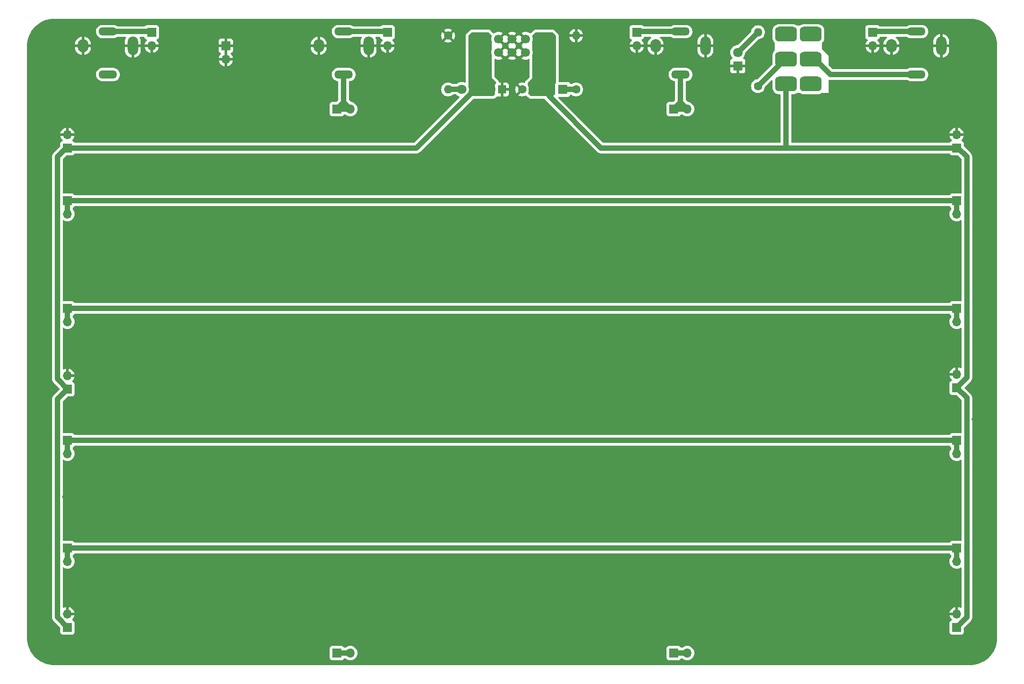
<source format=gbr>
%TF.GenerationSoftware,KiCad,Pcbnew,7.0.10-7.0.10~ubuntu22.04.1*%
%TF.CreationDate,2024-01-14T19:01:11-05:00*%
%TF.ProjectId,euro_2x,6575726f-5f32-4782-9e6b-696361645f70,rev?*%
%TF.SameCoordinates,Original*%
%TF.FileFunction,Copper,L1,Top*%
%TF.FilePolarity,Positive*%
%FSLAX46Y46*%
G04 Gerber Fmt 4.6, Leading zero omitted, Abs format (unit mm)*
G04 Created by KiCad (PCBNEW 7.0.10-7.0.10~ubuntu22.04.1) date 2024-01-14 19:01:11*
%MOMM*%
%LPD*%
G01*
G04 APERTURE LIST*
G04 Aperture macros list*
%AMRoundRect*
0 Rectangle with rounded corners*
0 $1 Rounding radius*
0 $2 $3 $4 $5 $6 $7 $8 $9 X,Y pos of 4 corners*
0 Add a 4 corners polygon primitive as box body*
4,1,4,$2,$3,$4,$5,$6,$7,$8,$9,$2,$3,0*
0 Add four circle primitives for the rounded corners*
1,1,$1+$1,$2,$3*
1,1,$1+$1,$4,$5*
1,1,$1+$1,$6,$7*
1,1,$1+$1,$8,$9*
0 Add four rect primitives between the rounded corners*
20,1,$1+$1,$2,$3,$4,$5,0*
20,1,$1+$1,$4,$5,$6,$7,0*
20,1,$1+$1,$6,$7,$8,$9,0*
20,1,$1+$1,$8,$9,$2,$3,0*%
G04 Aperture macros list end*
%TA.AperFunction,ComponentPad*%
%ADD10R,1.700000X1.700000*%
%TD*%
%TA.AperFunction,ComponentPad*%
%ADD11O,1.700000X1.700000*%
%TD*%
%TA.AperFunction,ComponentPad*%
%ADD12R,1.600000X1.600000*%
%TD*%
%TA.AperFunction,ComponentPad*%
%ADD13C,1.600000*%
%TD*%
%TA.AperFunction,ComponentPad*%
%ADD14R,1.800000X1.800000*%
%TD*%
%TA.AperFunction,ComponentPad*%
%ADD15C,1.800000*%
%TD*%
%TA.AperFunction,ComponentPad*%
%ADD16O,2.000000X3.500000*%
%TD*%
%TA.AperFunction,ComponentPad*%
%ADD17O,2.000000X2.500000*%
%TD*%
%TA.AperFunction,ComponentPad*%
%ADD18O,3.500000X1.500000*%
%TD*%
%TA.AperFunction,ComponentPad*%
%ADD19RoundRect,0.250000X0.600000X-0.600000X0.600000X0.600000X-0.600000X0.600000X-0.600000X-0.600000X0*%
%TD*%
%TA.AperFunction,ComponentPad*%
%ADD20C,1.700000*%
%TD*%
%TA.AperFunction,ComponentPad*%
%ADD21RoundRect,0.698500X-1.333500X-0.698500X1.333500X-0.698500X1.333500X0.698500X-1.333500X0.698500X0*%
%TD*%
%TA.AperFunction,ComponentPad*%
%ADD22O,1.600000X1.600000*%
%TD*%
%TA.AperFunction,ViaPad*%
%ADD23C,0.800000*%
%TD*%
%TA.AperFunction,Conductor*%
%ADD24C,1.000000*%
%TD*%
G04 APERTURE END LIST*
D10*
%TO.P,J9,1,Pin_1*%
%TO.N,-12V*%
X68580000Y-100330000D03*
D11*
%TO.P,J9,2,Pin_2*%
%TO.N,GND*%
X68580000Y-97790000D03*
%TD*%
D10*
%TO.P,J23,1,Pin_1*%
%TO.N,/AUX1*%
X119380000Y-150114000D03*
D11*
%TO.P,J23,2,Pin_2*%
X121920000Y-150114000D03*
%TD*%
D10*
%TO.P,J13,1,Pin_1*%
%TO.N,/TO_OUT*%
X236220000Y-85090000D03*
D11*
%TO.P,J13,2,Pin_2*%
X236220000Y-87630000D03*
%TD*%
D10*
%TO.P,J7,1,Pin_1*%
%TO.N,+12V*%
X236220000Y-100076000D03*
D11*
%TO.P,J7,2,Pin_2*%
%TO.N,GND*%
X236220000Y-97536000D03*
%TD*%
D10*
%TO.P,JP1,1,A*%
%TO.N,/TN_IN*%
X84455000Y-33020000D03*
D11*
%TO.P,JP1,2,B*%
%TO.N,GND*%
X84455000Y-35560000D03*
%TD*%
D10*
%TO.P,JP2,1,A*%
%TO.N,/TN_OUT*%
X220345000Y-33020000D03*
D11*
%TO.P,JP2,2,B*%
%TO.N,GND*%
X220345000Y-35560000D03*
%TD*%
D12*
%TO.P,C2,1*%
%TO.N,GND*%
X150495000Y-43815000D03*
D13*
%TO.P,C2,2*%
%TO.N,-12V*%
X148495000Y-43815000D03*
%TD*%
D10*
%TO.P,JP4,1,A*%
%TO.N,/TN_AUX2*%
X175895000Y-33020000D03*
D11*
%TO.P,JP4,2,B*%
%TO.N,GND*%
X175895000Y-35560000D03*
%TD*%
D10*
%TO.P,J14,1,Pin_1*%
%TO.N,/AUX1*%
X119380000Y-47498000D03*
D11*
%TO.P,J14,2,Pin_2*%
X121920000Y-47498000D03*
%TD*%
D14*
%TO.P,D3,1,K*%
%TO.N,GND*%
X194945000Y-39370000D03*
D15*
%TO.P,D3,2,A*%
%TO.N,Net-(D3-A)*%
X194945000Y-36830000D03*
%TD*%
D10*
%TO.P,J24,1,Pin_1*%
%TO.N,/AUX2*%
X182880000Y-150114000D03*
D11*
%TO.P,J24,2,Pin_2*%
X185420000Y-150114000D03*
%TD*%
D10*
%TO.P,J21,1,Pin_1*%
%TO.N,/INPUT*%
X68580000Y-109982000D03*
D11*
%TO.P,J21,2,Pin_2*%
X68580000Y-112522000D03*
%TD*%
D10*
%TO.P,J22,1,Pin_1*%
%TO.N,/TO_OUT*%
X68580000Y-130302000D03*
D11*
%TO.P,J22,2,Pin_2*%
X68580000Y-132842000D03*
%TD*%
D10*
%TO.P,JP3,1,A*%
%TO.N,/TN_AUX1*%
X128905000Y-33020000D03*
D11*
%TO.P,JP3,2,B*%
%TO.N,GND*%
X128905000Y-35560000D03*
%TD*%
D16*
%TO.P,J3,S*%
%TO.N,GND*%
X233300000Y-35595000D03*
D17*
X223900000Y-35595000D03*
D18*
%TO.P,J3,T*%
%TO.N,/OUTPUT*%
X228600000Y-40995000D03*
%TO.P,J3,TN*%
%TO.N,/TN_OUT*%
X228600000Y-32895000D03*
%TD*%
D10*
%TO.P,J8,1,Pin_1*%
%TO.N,-12V*%
X68580000Y-54864000D03*
D11*
%TO.P,J8,2,Pin_2*%
%TO.N,GND*%
X68580000Y-52324000D03*
%TD*%
D19*
%TO.P,J1,1,Pin_1*%
%TO.N,-12V*%
X147320000Y-36830000D03*
D20*
%TO.P,J1,2,Pin_2*%
X147320000Y-34290000D03*
%TO.P,J1,3,Pin_3*%
%TO.N,GND*%
X149860000Y-36830000D03*
%TO.P,J1,4,Pin_4*%
X149860000Y-34290000D03*
%TO.P,J1,5,Pin_5*%
X152400000Y-36830000D03*
%TO.P,J1,6,Pin_6*%
X152400000Y-34290000D03*
%TO.P,J1,7,Pin_7*%
X154940000Y-36830000D03*
%TO.P,J1,8,Pin_8*%
X154940000Y-34290000D03*
%TO.P,J1,9,Pin_9*%
%TO.N,+12V*%
X157480000Y-36830000D03*
%TO.P,J1,10,Pin_10*%
X157480000Y-34290000D03*
%TD*%
D14*
%TO.P,D2,1,K*%
%TO.N,-12V*%
X145415000Y-43815000D03*
D15*
%TO.P,D2,2,A*%
%TO.N,Net-(D2-A)*%
X142875000Y-43815000D03*
%TD*%
D16*
%TO.P,J5,S*%
%TO.N,GND*%
X188850000Y-35595000D03*
D17*
X179450000Y-35595000D03*
D18*
%TO.P,J5,T*%
%TO.N,/AUX2*%
X184150000Y-40995000D03*
%TO.P,J5,TN*%
%TO.N,/TN_AUX2*%
X184150000Y-32895000D03*
%TD*%
D21*
%TO.P,SW1,1,A*%
%TO.N,unconnected-(SW1A-A-Pad1)*%
X204025500Y-33401000D03*
%TO.P,SW1,2,B*%
%TO.N,/EN*%
X204025500Y-38100000D03*
%TO.P,SW1,3,C*%
%TO.N,+12V*%
X204025500Y-42799000D03*
%TO.P,SW1,4,A*%
%TO.N,/INPUT*%
X208724500Y-33401000D03*
%TO.P,SW1,5,B*%
%TO.N,/OUTPUT*%
X208724500Y-38100000D03*
%TO.P,SW1,6,C*%
%TO.N,/TO_OUT*%
X208724500Y-42799000D03*
%TD*%
D16*
%TO.P,J2,S*%
%TO.N,GND*%
X80900000Y-35595000D03*
D17*
X71500000Y-35595000D03*
D18*
%TO.P,J2,T*%
%TO.N,/INPUT*%
X76200000Y-40995000D03*
%TO.P,J2,TN*%
%TO.N,/TN_IN*%
X76200000Y-32895000D03*
%TD*%
D16*
%TO.P,J4,S*%
%TO.N,GND*%
X125350000Y-35595000D03*
D17*
X115950000Y-35595000D03*
D18*
%TO.P,J4,T*%
%TO.N,/AUX1*%
X120650000Y-40995000D03*
%TO.P,J4,TN*%
%TO.N,/TN_AUX1*%
X120650000Y-32895000D03*
%TD*%
D10*
%TO.P,J12,1,Pin_1*%
%TO.N,/TO_OUT*%
X68580000Y-85090000D03*
D11*
%TO.P,J12,2,Pin_2*%
X68580000Y-87630000D03*
%TD*%
D14*
%TO.P,D1,1,K*%
%TO.N,Net-(D1-K)*%
X161925000Y-43815000D03*
D15*
%TO.P,D1,2,A*%
%TO.N,+12V*%
X159385000Y-43815000D03*
%TD*%
D10*
%TO.P,J17,1,Pin_1*%
%TO.N,/TO_OUT*%
X236220000Y-130302000D03*
D11*
%TO.P,J17,2,Pin_2*%
X236220000Y-132842000D03*
%TD*%
D10*
%TO.P,J19,1,Pin_1*%
%TO.N,+12V*%
X236220000Y-145288000D03*
D11*
%TO.P,J19,2,Pin_2*%
%TO.N,GND*%
X236220000Y-142748000D03*
%TD*%
D10*
%TO.P,J20,1,Pin_1*%
%TO.N,-12V*%
X68580000Y-145288000D03*
D11*
%TO.P,J20,2,Pin_2*%
%TO.N,GND*%
X68580000Y-142748000D03*
%TD*%
D10*
%TO.P,J6,1,Pin_1*%
%TO.N,+12V*%
X236220000Y-54864000D03*
D11*
%TO.P,J6,2,Pin_2*%
%TO.N,GND*%
X236220000Y-52324000D03*
%TD*%
D10*
%TO.P,J18,1,Pin_1*%
%TO.N,GND*%
X98425000Y-35560000D03*
D11*
%TO.P,J18,2,Pin_2*%
X98425000Y-38100000D03*
%TD*%
D13*
%TO.P,R3,1*%
%TO.N,/EN*%
X198755000Y-43180000D03*
D22*
%TO.P,R3,2*%
%TO.N,Net-(D3-A)*%
X198755000Y-33020000D03*
%TD*%
D10*
%TO.P,J15,1,Pin_1*%
%TO.N,/AUX2*%
X182880000Y-47498000D03*
D11*
%TO.P,J15,2,Pin_2*%
X185420000Y-47498000D03*
%TD*%
D12*
%TO.P,C1,1*%
%TO.N,+12V*%
X156305000Y-43815000D03*
D13*
%TO.P,C1,2*%
%TO.N,GND*%
X154305000Y-43815000D03*
%TD*%
D10*
%TO.P,J11,1,Pin_1*%
%TO.N,/INPUT*%
X236220000Y-64770000D03*
D11*
%TO.P,J11,2,Pin_2*%
X236220000Y-67310000D03*
%TD*%
D10*
%TO.P,J16,1,Pin_1*%
%TO.N,/INPUT*%
X236220000Y-109982000D03*
D11*
%TO.P,J16,2,Pin_2*%
X236220000Y-112522000D03*
%TD*%
D10*
%TO.P,J10,1,Pin_1*%
%TO.N,/INPUT*%
X68580000Y-64770000D03*
D11*
%TO.P,J10,2,Pin_2*%
X68580000Y-67310000D03*
%TD*%
D13*
%TO.P,R1,1*%
%TO.N,Net-(D1-K)*%
X164465000Y-43815000D03*
D22*
%TO.P,R1,2*%
%TO.N,GND*%
X164465000Y-33655000D03*
%TD*%
D13*
%TO.P,R2,1*%
%TO.N,GND*%
X140335000Y-33655000D03*
D22*
%TO.P,R2,2*%
%TO.N,Net-(D2-A)*%
X140335000Y-43815000D03*
%TD*%
D23*
%TO.N,GND*%
X146685000Y-74930000D03*
X153670000Y-38100000D03*
X238760000Y-46355000D03*
X133985000Y-83185000D03*
X68580000Y-83185000D03*
X233045000Y-41275000D03*
X194310000Y-62865000D03*
X97155000Y-79375000D03*
X78105000Y-56515000D03*
X127635000Y-79375000D03*
X117475000Y-83185000D03*
X210820000Y-108585000D03*
X74295000Y-144780000D03*
X117475000Y-120650000D03*
X143510000Y-50165000D03*
X83820000Y-92710000D03*
X159385000Y-112395000D03*
X207010000Y-62865000D03*
X228600000Y-151765000D03*
X157480000Y-46355000D03*
X236220000Y-135890000D03*
X172085000Y-56515000D03*
X101600000Y-41275000D03*
X103505000Y-83185000D03*
X195580000Y-112395000D03*
X210820000Y-52705000D03*
X170815000Y-46355000D03*
X210185000Y-140335000D03*
X152400000Y-41910000D03*
X172085000Y-74930000D03*
X140335000Y-135890000D03*
X207010000Y-112395000D03*
X154305000Y-40640000D03*
X236220000Y-90170000D03*
X180975000Y-128905000D03*
X104775000Y-140335000D03*
X84455000Y-59690000D03*
X127635000Y-59690000D03*
X153035000Y-53340000D03*
X233680000Y-66675000D03*
X78105000Y-52705000D03*
X64770000Y-90805000D03*
X189865000Y-70485000D03*
X172085000Y-112395000D03*
X234315000Y-120015000D03*
X216535000Y-70485000D03*
X146050000Y-151765000D03*
X111760000Y-52705000D03*
X172085000Y-148590000D03*
X190500000Y-31115000D03*
X61595000Y-62865000D03*
X210820000Y-128905000D03*
X169545000Y-52705000D03*
X74295000Y-98425000D03*
X85725000Y-125095000D03*
X201295000Y-92710000D03*
X201295000Y-125095000D03*
X133985000Y-132715000D03*
X180340000Y-40640000D03*
X207010000Y-74930000D03*
X101600000Y-151765000D03*
X240030000Y-62865000D03*
X104775000Y-112395000D03*
X127635000Y-116205000D03*
X121285000Y-98425000D03*
X180975000Y-132715000D03*
X90805000Y-56515000D03*
X184785000Y-56515000D03*
X165735000Y-79375000D03*
X68580000Y-62230000D03*
X68580000Y-69215000D03*
X140335000Y-79375000D03*
X127635000Y-125095000D03*
X217170000Y-103505000D03*
X127635000Y-43180000D03*
X104775000Y-132715000D03*
X180975000Y-66675000D03*
X103505000Y-108585000D03*
X224790000Y-56515000D03*
X72390000Y-32385000D03*
X133985000Y-98425000D03*
X162560000Y-45720000D03*
X111760000Y-144780000D03*
X180975000Y-147828000D03*
X88900000Y-41275000D03*
X121285000Y-120650000D03*
X230505000Y-104140000D03*
X222250000Y-74930000D03*
X201930000Y-70485000D03*
X61595000Y-90805000D03*
X133985000Y-86995000D03*
X184785000Y-132715000D03*
X240030000Y-90805000D03*
X165735000Y-104140000D03*
X68580000Y-102870000D03*
X153035000Y-135890000D03*
X224790000Y-52705000D03*
X85725000Y-144780000D03*
X73660000Y-56515000D03*
X70485000Y-112395000D03*
X159385000Y-120650000D03*
X180975000Y-86995000D03*
X103505000Y-56515000D03*
X103505000Y-86995000D03*
X228600000Y-31115000D03*
X189865000Y-79375000D03*
X68580000Y-107950000D03*
X95250000Y-36195000D03*
X190500000Y-136525000D03*
X64770000Y-95885000D03*
X190500000Y-144780000D03*
X133985000Y-112395000D03*
X117475000Y-132715000D03*
X121285000Y-128905000D03*
X222885000Y-140335000D03*
X184785000Y-108585000D03*
X201295000Y-104140000D03*
X103505000Y-62865000D03*
X68580000Y-89535000D03*
X165100000Y-48260000D03*
X226060000Y-39370000D03*
X140335000Y-59690000D03*
X133985000Y-66675000D03*
X98425000Y-125095000D03*
X121285000Y-66675000D03*
X154305000Y-70485000D03*
X219710000Y-59690000D03*
X210820000Y-112395000D03*
X61595000Y-38100000D03*
X78740000Y-74930000D03*
X146685000Y-108585000D03*
X127635000Y-144145000D03*
X175895000Y-48260000D03*
X79375000Y-148590000D03*
X153035000Y-104140000D03*
X111125000Y-104140000D03*
X194310000Y-52705000D03*
X146685000Y-132715000D03*
X67945000Y-120650000D03*
X236220000Y-70485000D03*
X68580000Y-74930000D03*
X238760000Y-151765000D03*
X168275000Y-40640000D03*
X201930000Y-45085000D03*
X243205000Y-62865000D03*
X111125000Y-116205000D03*
X165735000Y-135890000D03*
X83820000Y-104140000D03*
X133350000Y-52705000D03*
X97155000Y-104140000D03*
X222250000Y-128905000D03*
X198755000Y-48260000D03*
X215900000Y-151765000D03*
X111125000Y-59690000D03*
X68580000Y-128270000D03*
X127635000Y-70485000D03*
X172085000Y-120650000D03*
X195580000Y-83185000D03*
X90805000Y-98425000D03*
X187960000Y-62865000D03*
X140335000Y-92710000D03*
X197485000Y-132715000D03*
X194310000Y-56515000D03*
X207010000Y-66675000D03*
X82550000Y-47625000D03*
X223520000Y-86995000D03*
X165735000Y-92710000D03*
X140335000Y-116205000D03*
X171450000Y-151765000D03*
X216535000Y-125095000D03*
X222250000Y-83185000D03*
X240665000Y-70485000D03*
X147320000Y-46355000D03*
X111125000Y-70485000D03*
X184785000Y-120650000D03*
X78105000Y-66675000D03*
X66040000Y-45720000D03*
X180975000Y-120650000D03*
X159385000Y-140335000D03*
X152400000Y-45720000D03*
X180975000Y-108585000D03*
X133985000Y-120650000D03*
X74295000Y-52705000D03*
X184785000Y-62865000D03*
X200660000Y-62865000D03*
X243205000Y-127000000D03*
X190500000Y-151765000D03*
X74295000Y-135890000D03*
X97155000Y-92710000D03*
X159385000Y-108585000D03*
X90805000Y-74930000D03*
X180975000Y-112395000D03*
X121285000Y-108585000D03*
X121285000Y-112395000D03*
X243205000Y-90805000D03*
X121285000Y-62865000D03*
X117475000Y-108585000D03*
X117475000Y-74930000D03*
X101600000Y-31115000D03*
X210820000Y-45720000D03*
X206375000Y-52705000D03*
X66040000Y-151765000D03*
X210820000Y-74930000D03*
X133985000Y-56515000D03*
X214630000Y-52705000D03*
X240030000Y-56515000D03*
X114300000Y-151765000D03*
X147320000Y-31750000D03*
X146685000Y-112395000D03*
X79375000Y-140335000D03*
X149860000Y-40640000D03*
X85725000Y-116205000D03*
X133985000Y-108585000D03*
X243205000Y-50800000D03*
X133985000Y-140335000D03*
X117475000Y-62865000D03*
X79375000Y-38735000D03*
X180975000Y-98425000D03*
X133350000Y-151765000D03*
X165735000Y-116205000D03*
X222250000Y-66675000D03*
X222885000Y-132715000D03*
X133985000Y-148590000D03*
X216535000Y-79375000D03*
X239395000Y-106045000D03*
X88900000Y-31115000D03*
X172085000Y-86995000D03*
X79375000Y-128905000D03*
X76200000Y-31115000D03*
X79375000Y-132715000D03*
X180975000Y-74930000D03*
X73660000Y-125730000D03*
X146685000Y-66675000D03*
X184785000Y-83185000D03*
X121285000Y-132715000D03*
X64770000Y-81915000D03*
X151130000Y-38100000D03*
X135890000Y-38100000D03*
X103505000Y-66675000D03*
X195580000Y-128905000D03*
X224790000Y-62865000D03*
X234315000Y-52705000D03*
X159385000Y-66675000D03*
X217170000Y-91440000D03*
X233680000Y-132715000D03*
X228600000Y-116205000D03*
X70485000Y-140335000D03*
X153035000Y-144145000D03*
X78105000Y-98425000D03*
X195580000Y-74930000D03*
X149860000Y-50165000D03*
X64770000Y-69215000D03*
X62230000Y-102235000D03*
X190500000Y-92710000D03*
X210185000Y-148590000D03*
X146685000Y-120650000D03*
X90805000Y-62865000D03*
X153670000Y-35560000D03*
X182245000Y-36830000D03*
X78105000Y-83185000D03*
X229870000Y-79375000D03*
X227965000Y-125095000D03*
X146685000Y-128905000D03*
X61595000Y-76200000D03*
X95250000Y-47625000D03*
X111125000Y-92710000D03*
X141605000Y-45085000D03*
X153035000Y-59690000D03*
X152400000Y-31115000D03*
X97155000Y-59690000D03*
X207010000Y-98425000D03*
X234315000Y-56515000D03*
X206375000Y-45085000D03*
X203835000Y-144780000D03*
X153670000Y-33020000D03*
X184785000Y-140335000D03*
X193675000Y-32385000D03*
X242570000Y-102235000D03*
X117475000Y-56515000D03*
X149860000Y-31750000D03*
X121285000Y-83185000D03*
X177800000Y-31115000D03*
X180975000Y-52705000D03*
X234315000Y-48895000D03*
X78105000Y-86995000D03*
X172085000Y-108585000D03*
X195580000Y-66675000D03*
X172085000Y-66675000D03*
X159385000Y-62865000D03*
X230505000Y-91440000D03*
X159385000Y-148590000D03*
X220980000Y-39370000D03*
X195580000Y-86995000D03*
X84455000Y-70485000D03*
X210820000Y-56515000D03*
X165735000Y-70485000D03*
X146685000Y-148590000D03*
X203835000Y-59690000D03*
X61595000Y-143510000D03*
X195580000Y-108585000D03*
X200660000Y-56515000D03*
X72390000Y-70485000D03*
X240030000Y-136525000D03*
X74295000Y-116205000D03*
X61595000Y-50800000D03*
X62865000Y-147955000D03*
X176530000Y-125095000D03*
X74930000Y-74930000D03*
X92075000Y-132715000D03*
X92075000Y-112395000D03*
X169545000Y-32385000D03*
X184785000Y-86995000D03*
X153035000Y-116205000D03*
X180975000Y-83185000D03*
X186690000Y-39370000D03*
X92075000Y-128905000D03*
X121285000Y-140335000D03*
X117475000Y-112395000D03*
X222250000Y-112395000D03*
X157480000Y-31750000D03*
X207010000Y-128905000D03*
X74295000Y-108585000D03*
X72390000Y-79375000D03*
X172085000Y-128905000D03*
X71120000Y-52705000D03*
X176530000Y-41275000D03*
X92075000Y-148590000D03*
X127000000Y-92710000D03*
X117602000Y-148082000D03*
X76200000Y-151765000D03*
X243205000Y-35560000D03*
X154305000Y-79375000D03*
X117475000Y-98425000D03*
X228600000Y-144780000D03*
X243205000Y-114935000D03*
X214630000Y-62865000D03*
X203200000Y-151765000D03*
X85725000Y-135890000D03*
X201930000Y-52705000D03*
X111760000Y-135255000D03*
X207010000Y-120650000D03*
X111125000Y-79375000D03*
X210820000Y-66675000D03*
X61595000Y-35560000D03*
X117475000Y-66675000D03*
X92075000Y-120650000D03*
X97155000Y-70485000D03*
X223520000Y-108585000D03*
X151130000Y-35560000D03*
X207010000Y-56515000D03*
X133985000Y-128905000D03*
X146685000Y-62865000D03*
X73660000Y-62865000D03*
X207010000Y-108585000D03*
X127635000Y-135890000D03*
X159385000Y-56515000D03*
X153035000Y-125095000D03*
X86360000Y-52705000D03*
X238760000Y-31115000D03*
X236220000Y-107950000D03*
X216535000Y-144780000D03*
X240030000Y-95885000D03*
X201295000Y-116205000D03*
X159385000Y-128905000D03*
X172085000Y-83185000D03*
X233680000Y-148590000D03*
X66675000Y-37465000D03*
X176530000Y-144145000D03*
X68580000Y-135255000D03*
X222885000Y-148590000D03*
X180975000Y-56515000D03*
X242570000Y-147955000D03*
X153670000Y-46990000D03*
X158750000Y-151765000D03*
X159385000Y-74930000D03*
X137795000Y-48260000D03*
X103505000Y-74930000D03*
X121285000Y-56515000D03*
X216535000Y-116205000D03*
X78105000Y-108585000D03*
X74295000Y-86995000D03*
X172085000Y-140335000D03*
X61595000Y-114935000D03*
X123825000Y-47625000D03*
X64770000Y-127635000D03*
X165735000Y-125095000D03*
X234315000Y-112395000D03*
X90805000Y-66675000D03*
X218440000Y-47625000D03*
X236220000Y-95250000D03*
X197485000Y-140335000D03*
X156210000Y-46990000D03*
X180975000Y-62865000D03*
X140335000Y-125095000D03*
X172085000Y-62865000D03*
X133985000Y-62865000D03*
X151130000Y-33020000D03*
X201930000Y-79375000D03*
X133985000Y-74930000D03*
X214630000Y-39370000D03*
X78105000Y-62865000D03*
X90805000Y-83185000D03*
X203200000Y-31115000D03*
X72390000Y-38735000D03*
X184785000Y-112395000D03*
X98425000Y-116205000D03*
X151130000Y-46990000D03*
X140335000Y-53340000D03*
X172085000Y-132715000D03*
X121285000Y-148082000D03*
X140335000Y-70485000D03*
X148590000Y-46990000D03*
X117475000Y-86995000D03*
X176530000Y-116205000D03*
X203835000Y-136525000D03*
X229235000Y-70485000D03*
X146685000Y-86995000D03*
X215900000Y-31115000D03*
X243205000Y-76200000D03*
X240030000Y-81280000D03*
X153035000Y-93345000D03*
X210820000Y-120650000D03*
X159385000Y-83185000D03*
X195580000Y-98425000D03*
X207010000Y-83185000D03*
X140335000Y-144145000D03*
X190500000Y-104140000D03*
X117475000Y-128905000D03*
X154940000Y-31750000D03*
X121285000Y-86995000D03*
X243205000Y-139700000D03*
X222250000Y-120015000D03*
X108585000Y-36195000D03*
X210820000Y-62865000D03*
X176530000Y-135890000D03*
X180975000Y-140335000D03*
X104775000Y-120650000D03*
X92075000Y-140335000D03*
X189865000Y-125095000D03*
X161925000Y-50165000D03*
X228600000Y-136525000D03*
X165100000Y-53340000D03*
X104775000Y-148590000D03*
X184658000Y-147828000D03*
X90805000Y-86995000D03*
X139700000Y-31115000D03*
X243205000Y-38100000D03*
X121285000Y-74930000D03*
X66040000Y-31115000D03*
X114300000Y-41275000D03*
X195580000Y-120650000D03*
X189865000Y-116205000D03*
X78105000Y-48895000D03*
X140335000Y-104140000D03*
X159385000Y-86995000D03*
X220980000Y-42545000D03*
X234315000Y-62865000D03*
X210820000Y-83185000D03*
X127000000Y-104140000D03*
X184785000Y-74930000D03*
X104775000Y-128905000D03*
X68580000Y-95250000D03*
X64770000Y-74930000D03*
X64770000Y-136525000D03*
X240030000Y-121285000D03*
X99060000Y-52705000D03*
X156210000Y-50165000D03*
X238125000Y-36830000D03*
X98425000Y-135890000D03*
X146685000Y-56515000D03*
X210820000Y-86995000D03*
X236220000Y-59690000D03*
X165100000Y-31115000D03*
X207010000Y-86995000D03*
X165735000Y-59690000D03*
X189230000Y-48260000D03*
X210185000Y-132715000D03*
X70485000Y-132715000D03*
X184785000Y-128905000D03*
X108585000Y-47625000D03*
X79375000Y-120650000D03*
X214630000Y-56515000D03*
X98425000Y-144780000D03*
X235585000Y-128270000D03*
X88900000Y-151765000D03*
X90805000Y-108585000D03*
X79375000Y-112395000D03*
X103505000Y-98425000D03*
X152400000Y-39370000D03*
X70485000Y-59690000D03*
X184785000Y-66675000D03*
X233680000Y-140335000D03*
X216535000Y-136525000D03*
X146685000Y-140335000D03*
X70485000Y-148590000D03*
X146685000Y-83185000D03*
X117475000Y-47625000D03*
X64770000Y-108585000D03*
X166370000Y-144145000D03*
X197485000Y-148590000D03*
X68580000Y-57150000D03*
X127000000Y-31115000D03*
X193675000Y-43180000D03*
X210820000Y-98425000D03*
X124460000Y-52705000D03*
X214630000Y-42545000D03*
X184785000Y-98425000D03*
X223520000Y-98425000D03*
X212090000Y-33655000D03*
X114300000Y-31115000D03*
X159385000Y-132715000D03*
X117475000Y-140335000D03*
X84455000Y-79375000D03*
X235585000Y-83185000D03*
X172085000Y-98425000D03*
X229870000Y-59690000D03*
X111125000Y-125095000D03*
%TO.N,/INPUT*%
X76200000Y-109982000D03*
X76200000Y-64770000D03*
X212725000Y-64770000D03*
%TO.N,/TO_OUT*%
X208915000Y-130302000D03*
X208915000Y-85090000D03*
%TD*%
D24*
%TO.N,+12V*%
X238125000Y-143383000D02*
X238125000Y-101981000D01*
X238125000Y-98171000D02*
X238125000Y-56515000D01*
X238125000Y-56515000D02*
X236474000Y-54864000D01*
X236220000Y-100076000D02*
X238125000Y-98171000D01*
X236220000Y-145288000D02*
X238125000Y-143383000D01*
X159385000Y-45087792D02*
X159385000Y-43815000D01*
X169161208Y-54864000D02*
X159385000Y-45087792D01*
X204025500Y-42799000D02*
X204025500Y-54864000D01*
X236220000Y-54864000D02*
X169161208Y-54864000D01*
X238125000Y-101981000D02*
X236220000Y-100076000D01*
%TO.N,-12V*%
X134366000Y-54864000D02*
X145415000Y-43815000D01*
X68326000Y-54864000D02*
X134366000Y-54864000D01*
X68580000Y-100330000D02*
X66675000Y-98425000D01*
X68580000Y-100330000D02*
X66675000Y-102235000D01*
X66675000Y-143383000D02*
X68580000Y-145288000D01*
X66675000Y-56515000D02*
X68326000Y-54864000D01*
X66675000Y-98425000D02*
X66675000Y-56515000D01*
X66675000Y-102235000D02*
X66675000Y-143383000D01*
%TO.N,Net-(D1-K)*%
X161925000Y-43815000D02*
X164465000Y-43815000D01*
%TO.N,Net-(D2-A)*%
X140335000Y-43815000D02*
X142875000Y-43815000D01*
%TO.N,Net-(D3-A)*%
X198755000Y-33020000D02*
X194945000Y-36830000D01*
%TO.N,/INPUT*%
X68580000Y-112522000D02*
X68580000Y-109982000D01*
X236220000Y-64770000D02*
X76200000Y-64770000D01*
X236220000Y-109982000D02*
X236220000Y-112522000D01*
X68580000Y-109982000D02*
X76200000Y-109982000D01*
X236220000Y-64770000D02*
X236220000Y-67310000D01*
X76200000Y-109982000D02*
X236220000Y-109982000D01*
X76200000Y-64770000D02*
X68580000Y-64770000D01*
X68580000Y-67310000D02*
X68580000Y-64770000D01*
%TO.N,/TN_IN*%
X84330000Y-32895000D02*
X84455000Y-33020000D01*
X76200000Y-32895000D02*
X84330000Y-32895000D01*
%TO.N,/OUTPUT*%
X209550000Y-38100000D02*
X212445000Y-40995000D01*
X208724500Y-38100000D02*
X209550000Y-38100000D01*
X212445000Y-40995000D02*
X228600000Y-40995000D01*
%TO.N,/TN_OUT*%
X228600000Y-32895000D02*
X220470000Y-32895000D01*
X220470000Y-32895000D02*
X220345000Y-33020000D01*
%TO.N,/AUX1*%
X121920000Y-47498000D02*
X120650000Y-47498000D01*
X120650000Y-40995000D02*
X120650000Y-46228000D01*
X119360000Y-150139000D02*
X121900000Y-150139000D01*
X120650000Y-47498000D02*
X119380000Y-47498000D01*
X120650000Y-46228000D02*
X121920000Y-47498000D01*
X120650000Y-40995000D02*
X120650000Y-47498000D01*
X119380000Y-47498000D02*
X120650000Y-46228000D01*
%TO.N,/TN_AUX1*%
X128780000Y-32895000D02*
X128905000Y-33020000D01*
X120650000Y-32895000D02*
X128780000Y-32895000D01*
%TO.N,/AUX2*%
X184130000Y-46248000D02*
X182880000Y-47498000D01*
X185420000Y-47498000D02*
X184170000Y-46248000D01*
X185420000Y-47498000D02*
X184130000Y-47498000D01*
X182880000Y-150114000D02*
X185420000Y-150114000D01*
X184150000Y-40995000D02*
X184150000Y-46965000D01*
X184130000Y-47498000D02*
X182880000Y-47498000D01*
X184150000Y-40995000D02*
X184150000Y-45715000D01*
%TO.N,/TN_AUX2*%
X184150000Y-32895000D02*
X176020000Y-32895000D01*
X176020000Y-32895000D02*
X175895000Y-33020000D01*
%TO.N,/TO_OUT*%
X208915000Y-85090000D02*
X236220000Y-85090000D01*
X236220000Y-87630000D02*
X236220000Y-85090000D01*
X208915000Y-130302000D02*
X236220000Y-130302000D01*
X68580000Y-85090000D02*
X208915000Y-85090000D01*
X236220000Y-130302000D02*
X236220000Y-132842000D01*
X68580000Y-130302000D02*
X68580000Y-132842000D01*
X68580000Y-130302000D02*
X208915000Y-130302000D01*
X68580000Y-87630000D02*
X68580000Y-85090000D01*
%TO.N,/EN*%
X203835000Y-38100000D02*
X198755000Y-43180000D01*
X204025500Y-38100000D02*
X203835000Y-38100000D01*
%TD*%
%TA.AperFunction,Conductor*%
%TO.N,-12V*%
G36*
X147970677Y-33039685D02*
G01*
X147991319Y-33056319D01*
X148553681Y-33618681D01*
X148587166Y-33680004D01*
X148590000Y-33706362D01*
X148590000Y-33795444D01*
X148585775Y-33827537D01*
X148524938Y-34054586D01*
X148524936Y-34054596D01*
X148504341Y-34289999D01*
X148504341Y-34290000D01*
X148524936Y-34525403D01*
X148524937Y-34525408D01*
X148585775Y-34752463D01*
X148590000Y-34784552D01*
X148590000Y-36335444D01*
X148585775Y-36367537D01*
X148524938Y-36594586D01*
X148524936Y-36594596D01*
X148504341Y-36829999D01*
X148504341Y-36830000D01*
X148524936Y-37065403D01*
X148524937Y-37065408D01*
X148585775Y-37292463D01*
X148590000Y-37324552D01*
X148590000Y-41656000D01*
X149381524Y-42447524D01*
X149415009Y-42508847D01*
X149410025Y-42578539D01*
X149368155Y-42634471D01*
X149337452Y-42657455D01*
X149251206Y-42772664D01*
X149251202Y-42772671D01*
X149200908Y-42907517D01*
X149194501Y-42967116D01*
X149194500Y-42967135D01*
X149194500Y-44662870D01*
X149194502Y-44662889D01*
X149195112Y-44668566D01*
X149182703Y-44737325D01*
X149159504Y-44769495D01*
X149019912Y-44909088D01*
X148880317Y-45048682D01*
X148818997Y-45082166D01*
X148792638Y-45085000D01*
X144831362Y-45085000D01*
X144764323Y-45065315D01*
X144743681Y-45048681D01*
X144191541Y-44496541D01*
X144158056Y-44435218D01*
X144163040Y-44365526D01*
X144165659Y-44359066D01*
X144204157Y-44271300D01*
X144261134Y-44046305D01*
X144280300Y-43815000D01*
X144280300Y-43814993D01*
X144261135Y-43583702D01*
X144261133Y-43583691D01*
X144204157Y-43358699D01*
X144155444Y-43247645D01*
X144145000Y-43197835D01*
X144145000Y-33706362D01*
X144164685Y-33639323D01*
X144181319Y-33618681D01*
X144743681Y-33056319D01*
X144805004Y-33022834D01*
X144831362Y-33020000D01*
X147903638Y-33020000D01*
X147970677Y-33039685D01*
G37*
%TD.AperFunction*%
%TD*%
%TA.AperFunction,Conductor*%
%TO.N,GND*%
G36*
X234872898Y-111002185D02*
G01*
X234918653Y-111054989D01*
X234922030Y-111063140D01*
X234926204Y-111074331D01*
X234926205Y-111074332D01*
X234926206Y-111074335D01*
X235012452Y-111189544D01*
X235012455Y-111189547D01*
X235127665Y-111275794D01*
X235127667Y-111275794D01*
X235127669Y-111275796D01*
X235138830Y-111279958D01*
X235194764Y-111321826D01*
X235219184Y-111387289D01*
X235219500Y-111396141D01*
X235219500Y-111561241D01*
X235199815Y-111628280D01*
X235183181Y-111648922D01*
X235181505Y-111650597D01*
X235045965Y-111844169D01*
X235045964Y-111844171D01*
X234946098Y-112058335D01*
X234946094Y-112058344D01*
X234884938Y-112286586D01*
X234884936Y-112286596D01*
X234864341Y-112521999D01*
X234864341Y-112522000D01*
X234884936Y-112757403D01*
X234884938Y-112757413D01*
X234946094Y-112985655D01*
X234946096Y-112985659D01*
X234946097Y-112985663D01*
X235045965Y-113199830D01*
X235045967Y-113199834D01*
X235154281Y-113354521D01*
X235181505Y-113393401D01*
X235348599Y-113560495D01*
X235445384Y-113628265D01*
X235542165Y-113696032D01*
X235542167Y-113696033D01*
X235542170Y-113696035D01*
X235756337Y-113795903D01*
X235984592Y-113857063D01*
X236172918Y-113873539D01*
X236219999Y-113877659D01*
X236220000Y-113877659D01*
X236220001Y-113877659D01*
X236259234Y-113874226D01*
X236455408Y-113857063D01*
X236683663Y-113795903D01*
X236897830Y-113696035D01*
X236929377Y-113673945D01*
X236995581Y-113651618D01*
X237063348Y-113668627D01*
X237111162Y-113719574D01*
X237124500Y-113775520D01*
X237124500Y-128827500D01*
X237104815Y-128894539D01*
X237052011Y-128940294D01*
X237000500Y-128951500D01*
X235322129Y-128951500D01*
X235322123Y-128951501D01*
X235262516Y-128957908D01*
X235127671Y-129008202D01*
X235127664Y-129008206D01*
X235012455Y-129094452D01*
X235012452Y-129094455D01*
X234926206Y-129209664D01*
X234926204Y-129209668D01*
X234926204Y-129209669D01*
X234922039Y-129220834D01*
X234880171Y-129276766D01*
X234814707Y-129301184D01*
X234805859Y-129301500D01*
X69994141Y-129301500D01*
X69927102Y-129281815D01*
X69881347Y-129229011D01*
X69877969Y-129220859D01*
X69873796Y-129209669D01*
X69873793Y-129209665D01*
X69873793Y-129209664D01*
X69787547Y-129094455D01*
X69787544Y-129094452D01*
X69672335Y-129008206D01*
X69672328Y-129008202D01*
X69537482Y-128957908D01*
X69537483Y-128957908D01*
X69477883Y-128951501D01*
X69477881Y-128951500D01*
X69477873Y-128951500D01*
X69477865Y-128951500D01*
X67799500Y-128951500D01*
X67732461Y-128931815D01*
X67686706Y-128879011D01*
X67675500Y-128827500D01*
X67675500Y-113775520D01*
X67695185Y-113708481D01*
X67747989Y-113662726D01*
X67817147Y-113652782D01*
X67870621Y-113673944D01*
X67902170Y-113696035D01*
X68116337Y-113795903D01*
X68344592Y-113857063D01*
X68532918Y-113873539D01*
X68579999Y-113877659D01*
X68580000Y-113877659D01*
X68580001Y-113877659D01*
X68619234Y-113874226D01*
X68815408Y-113857063D01*
X69043663Y-113795903D01*
X69257830Y-113696035D01*
X69451401Y-113560495D01*
X69618495Y-113393401D01*
X69754035Y-113199830D01*
X69853903Y-112985663D01*
X69915063Y-112757408D01*
X69935659Y-112522000D01*
X69915063Y-112286592D01*
X69853903Y-112058337D01*
X69754035Y-111844171D01*
X69618495Y-111650599D01*
X69618494Y-111650597D01*
X69616819Y-111648922D01*
X69616315Y-111648000D01*
X69615014Y-111646449D01*
X69615325Y-111646187D01*
X69583334Y-111587599D01*
X69580500Y-111561241D01*
X69580500Y-111396141D01*
X69600185Y-111329102D01*
X69652989Y-111283347D01*
X69661149Y-111279966D01*
X69672331Y-111275796D01*
X69787546Y-111189546D01*
X69873796Y-111074331D01*
X69877960Y-111063165D01*
X69919829Y-111007234D01*
X69985293Y-110982816D01*
X69994141Y-110982500D01*
X76098259Y-110982500D01*
X234805859Y-110982500D01*
X234872898Y-111002185D01*
G37*
%TD.AperFunction*%
%TA.AperFunction,Conductor*%
G36*
X234872898Y-86110185D02*
G01*
X234918653Y-86162989D01*
X234922030Y-86171140D01*
X234926204Y-86182331D01*
X234926205Y-86182332D01*
X234926206Y-86182335D01*
X235012452Y-86297544D01*
X235012455Y-86297547D01*
X235127665Y-86383794D01*
X235127667Y-86383794D01*
X235127669Y-86383796D01*
X235138830Y-86387958D01*
X235194764Y-86429826D01*
X235219184Y-86495289D01*
X235219500Y-86504141D01*
X235219500Y-86669241D01*
X235199815Y-86736280D01*
X235183181Y-86756922D01*
X235181505Y-86758597D01*
X235045965Y-86952169D01*
X235045964Y-86952171D01*
X234946098Y-87166335D01*
X234946094Y-87166344D01*
X234884938Y-87394586D01*
X234884936Y-87394596D01*
X234864341Y-87629999D01*
X234864341Y-87630000D01*
X234884936Y-87865403D01*
X234884938Y-87865413D01*
X234946094Y-88093655D01*
X234946096Y-88093659D01*
X234946097Y-88093663D01*
X235045965Y-88307830D01*
X235045967Y-88307834D01*
X235154281Y-88462521D01*
X235181505Y-88501401D01*
X235348599Y-88668495D01*
X235445384Y-88736265D01*
X235542165Y-88804032D01*
X235542167Y-88804033D01*
X235542170Y-88804035D01*
X235756337Y-88903903D01*
X235984592Y-88965063D01*
X236172918Y-88981539D01*
X236219999Y-88985659D01*
X236220000Y-88985659D01*
X236220001Y-88985659D01*
X236259234Y-88982226D01*
X236455408Y-88965063D01*
X236683663Y-88903903D01*
X236897830Y-88804035D01*
X236929377Y-88781945D01*
X236995581Y-88759618D01*
X237063348Y-88776627D01*
X237111162Y-88827574D01*
X237124500Y-88883520D01*
X237124500Y-96283090D01*
X237104815Y-96350129D01*
X237052011Y-96395884D01*
X236982853Y-96405828D01*
X236929376Y-96384665D01*
X236897578Y-96362400D01*
X236683492Y-96262570D01*
X236683486Y-96262567D01*
X236470000Y-96205364D01*
X236470000Y-97100498D01*
X236362315Y-97051320D01*
X236255763Y-97036000D01*
X236184237Y-97036000D01*
X236077685Y-97051320D01*
X235970000Y-97100498D01*
X235970000Y-96205364D01*
X235969999Y-96205364D01*
X235756513Y-96262567D01*
X235756507Y-96262570D01*
X235542422Y-96362399D01*
X235542420Y-96362400D01*
X235348926Y-96497886D01*
X235348920Y-96497891D01*
X235181891Y-96664920D01*
X235181886Y-96664926D01*
X235046400Y-96858420D01*
X235046399Y-96858422D01*
X234946570Y-97072507D01*
X234946567Y-97072513D01*
X234889364Y-97285999D01*
X234889364Y-97286000D01*
X235786314Y-97286000D01*
X235760507Y-97326156D01*
X235720000Y-97464111D01*
X235720000Y-97607889D01*
X235760507Y-97745844D01*
X235786314Y-97786000D01*
X234889364Y-97786000D01*
X234946567Y-97999486D01*
X234946570Y-97999492D01*
X235046399Y-98213578D01*
X235181894Y-98407082D01*
X235303946Y-98529134D01*
X235337431Y-98590457D01*
X235332447Y-98660149D01*
X235290575Y-98716082D01*
X235259598Y-98732997D01*
X235127671Y-98782202D01*
X235127664Y-98782206D01*
X235012455Y-98868452D01*
X235012452Y-98868455D01*
X234926206Y-98983664D01*
X234926202Y-98983671D01*
X234875908Y-99118517D01*
X234869501Y-99178116D01*
X234869500Y-99178135D01*
X234869500Y-100973870D01*
X234869501Y-100973876D01*
X234875908Y-101033483D01*
X234926202Y-101168328D01*
X234926206Y-101168335D01*
X235012452Y-101283544D01*
X235012455Y-101283547D01*
X235127664Y-101369793D01*
X235127671Y-101369797D01*
X235262517Y-101420091D01*
X235262516Y-101420091D01*
X235269444Y-101420835D01*
X235322127Y-101426500D01*
X236104216Y-101426499D01*
X236171255Y-101446183D01*
X236191897Y-101462818D01*
X237088181Y-102359101D01*
X237121666Y-102420424D01*
X237124500Y-102446782D01*
X237124500Y-108507500D01*
X237104815Y-108574539D01*
X237052011Y-108620294D01*
X237000500Y-108631500D01*
X235322129Y-108631500D01*
X235322123Y-108631501D01*
X235262516Y-108637908D01*
X235127671Y-108688202D01*
X235127664Y-108688206D01*
X235012455Y-108774452D01*
X235012452Y-108774455D01*
X234926206Y-108889664D01*
X234926204Y-108889668D01*
X234926204Y-108889669D01*
X234922039Y-108900834D01*
X234880171Y-108956766D01*
X234814707Y-108981184D01*
X234805859Y-108981500D01*
X69994141Y-108981500D01*
X69927102Y-108961815D01*
X69881347Y-108909011D01*
X69877969Y-108900859D01*
X69873796Y-108889669D01*
X69873793Y-108889665D01*
X69873793Y-108889664D01*
X69787547Y-108774455D01*
X69787544Y-108774452D01*
X69672335Y-108688206D01*
X69672328Y-108688202D01*
X69537482Y-108637908D01*
X69537483Y-108637908D01*
X69477883Y-108631501D01*
X69477881Y-108631500D01*
X69477873Y-108631500D01*
X69477865Y-108631500D01*
X67799500Y-108631500D01*
X67732461Y-108611815D01*
X67686706Y-108559011D01*
X67675500Y-108507500D01*
X67675500Y-102700781D01*
X67695185Y-102633742D01*
X67711815Y-102613104D01*
X68608101Y-101716817D01*
X68669424Y-101683333D01*
X68695782Y-101680499D01*
X69477871Y-101680499D01*
X69477872Y-101680499D01*
X69537483Y-101674091D01*
X69672331Y-101623796D01*
X69787546Y-101537546D01*
X69873796Y-101422331D01*
X69924091Y-101287483D01*
X69930500Y-101227873D01*
X69930499Y-99432128D01*
X69924091Y-99372517D01*
X69873796Y-99237669D01*
X69873795Y-99237668D01*
X69873793Y-99237664D01*
X69787547Y-99122455D01*
X69787544Y-99122452D01*
X69672335Y-99036206D01*
X69672328Y-99036202D01*
X69540401Y-98986997D01*
X69484467Y-98945126D01*
X69460050Y-98879662D01*
X69474902Y-98811389D01*
X69496053Y-98783133D01*
X69618108Y-98661078D01*
X69753600Y-98467578D01*
X69853429Y-98253492D01*
X69853432Y-98253486D01*
X69910636Y-98040000D01*
X69013686Y-98040000D01*
X69039493Y-97999844D01*
X69080000Y-97861889D01*
X69080000Y-97718111D01*
X69039493Y-97580156D01*
X69013686Y-97540000D01*
X69910636Y-97540000D01*
X69910635Y-97539999D01*
X69853432Y-97326513D01*
X69853429Y-97326507D01*
X69753600Y-97112422D01*
X69753599Y-97112420D01*
X69618113Y-96918926D01*
X69618108Y-96918920D01*
X69451082Y-96751894D01*
X69257578Y-96616399D01*
X69043492Y-96516570D01*
X69043486Y-96516567D01*
X68830000Y-96459364D01*
X68830000Y-97354498D01*
X68722315Y-97305320D01*
X68615763Y-97290000D01*
X68544237Y-97290000D01*
X68437685Y-97305320D01*
X68330000Y-97354498D01*
X68330000Y-96459364D01*
X68329999Y-96459364D01*
X68116513Y-96516567D01*
X68116507Y-96516570D01*
X67902422Y-96616399D01*
X67870622Y-96638666D01*
X67804416Y-96660993D01*
X67736649Y-96643981D01*
X67688836Y-96593033D01*
X67675500Y-96537090D01*
X67675500Y-88883520D01*
X67695185Y-88816481D01*
X67747989Y-88770726D01*
X67817147Y-88760782D01*
X67870621Y-88781944D01*
X67902170Y-88804035D01*
X68116337Y-88903903D01*
X68344592Y-88965063D01*
X68532918Y-88981539D01*
X68579999Y-88985659D01*
X68580000Y-88985659D01*
X68580001Y-88985659D01*
X68619234Y-88982226D01*
X68815408Y-88965063D01*
X69043663Y-88903903D01*
X69257830Y-88804035D01*
X69451401Y-88668495D01*
X69618495Y-88501401D01*
X69754035Y-88307830D01*
X69853903Y-88093663D01*
X69915063Y-87865408D01*
X69935659Y-87630000D01*
X69915063Y-87394592D01*
X69853903Y-87166337D01*
X69754035Y-86952171D01*
X69618495Y-86758599D01*
X69618494Y-86758597D01*
X69616819Y-86756922D01*
X69616315Y-86756000D01*
X69615014Y-86754449D01*
X69615325Y-86754187D01*
X69583334Y-86695599D01*
X69580500Y-86669241D01*
X69580500Y-86504141D01*
X69600185Y-86437102D01*
X69652989Y-86391347D01*
X69661149Y-86387966D01*
X69672331Y-86383796D01*
X69787546Y-86297546D01*
X69873796Y-86182331D01*
X69877960Y-86171165D01*
X69919829Y-86115234D01*
X69985293Y-86090816D01*
X69994141Y-86090500D01*
X208813259Y-86090500D01*
X234805859Y-86090500D01*
X234872898Y-86110185D01*
G37*
%TD.AperFunction*%
%TA.AperFunction,Conductor*%
G36*
X234872898Y-65790185D02*
G01*
X234918653Y-65842989D01*
X234922030Y-65851140D01*
X234926204Y-65862331D01*
X234926205Y-65862332D01*
X234926206Y-65862335D01*
X235012452Y-65977544D01*
X235012455Y-65977547D01*
X235127665Y-66063794D01*
X235127667Y-66063794D01*
X235127669Y-66063796D01*
X235138830Y-66067958D01*
X235194764Y-66109826D01*
X235219184Y-66175289D01*
X235219500Y-66184141D01*
X235219500Y-66349241D01*
X235199815Y-66416280D01*
X235183181Y-66436922D01*
X235181505Y-66438597D01*
X235045965Y-66632169D01*
X235045964Y-66632171D01*
X234946098Y-66846335D01*
X234946094Y-66846344D01*
X234884938Y-67074586D01*
X234884936Y-67074596D01*
X234864341Y-67309999D01*
X234864341Y-67310000D01*
X234884936Y-67545403D01*
X234884938Y-67545413D01*
X234946094Y-67773655D01*
X234946096Y-67773659D01*
X234946097Y-67773663D01*
X235045965Y-67987830D01*
X235045967Y-67987834D01*
X235154281Y-68142521D01*
X235181505Y-68181401D01*
X235348599Y-68348495D01*
X235445384Y-68416265D01*
X235542165Y-68484032D01*
X235542167Y-68484033D01*
X235542170Y-68484035D01*
X235756337Y-68583903D01*
X235984592Y-68645063D01*
X236172918Y-68661539D01*
X236219999Y-68665659D01*
X236220000Y-68665659D01*
X236220001Y-68665659D01*
X236259234Y-68662226D01*
X236455408Y-68645063D01*
X236683663Y-68583903D01*
X236897830Y-68484035D01*
X236929377Y-68461945D01*
X236995581Y-68439618D01*
X237063348Y-68456627D01*
X237111162Y-68507574D01*
X237124500Y-68563520D01*
X237124500Y-83615500D01*
X237104815Y-83682539D01*
X237052011Y-83728294D01*
X237000500Y-83739500D01*
X235322129Y-83739500D01*
X235322123Y-83739501D01*
X235262516Y-83745908D01*
X235127671Y-83796202D01*
X235127664Y-83796206D01*
X235012455Y-83882452D01*
X235012452Y-83882455D01*
X234926206Y-83997664D01*
X234926204Y-83997668D01*
X234926204Y-83997669D01*
X234922039Y-84008834D01*
X234880171Y-84064766D01*
X234814707Y-84089184D01*
X234805859Y-84089500D01*
X69994141Y-84089500D01*
X69927102Y-84069815D01*
X69881347Y-84017011D01*
X69877969Y-84008859D01*
X69873796Y-83997669D01*
X69873793Y-83997665D01*
X69873793Y-83997664D01*
X69787547Y-83882455D01*
X69787544Y-83882452D01*
X69672335Y-83796206D01*
X69672328Y-83796202D01*
X69537482Y-83745908D01*
X69537483Y-83745908D01*
X69477883Y-83739501D01*
X69477881Y-83739500D01*
X69477873Y-83739500D01*
X69477865Y-83739500D01*
X67799500Y-83739500D01*
X67732461Y-83719815D01*
X67686706Y-83667011D01*
X67675500Y-83615500D01*
X67675500Y-68563520D01*
X67695185Y-68496481D01*
X67747989Y-68450726D01*
X67817147Y-68440782D01*
X67870621Y-68461944D01*
X67902170Y-68484035D01*
X68116337Y-68583903D01*
X68344592Y-68645063D01*
X68532918Y-68661539D01*
X68579999Y-68665659D01*
X68580000Y-68665659D01*
X68580001Y-68665659D01*
X68619234Y-68662226D01*
X68815408Y-68645063D01*
X69043663Y-68583903D01*
X69257830Y-68484035D01*
X69451401Y-68348495D01*
X69618495Y-68181401D01*
X69754035Y-67987830D01*
X69853903Y-67773663D01*
X69915063Y-67545408D01*
X69935659Y-67310000D01*
X69915063Y-67074592D01*
X69853903Y-66846337D01*
X69754035Y-66632171D01*
X69618495Y-66438599D01*
X69618494Y-66438597D01*
X69616819Y-66436922D01*
X69616315Y-66436000D01*
X69615014Y-66434449D01*
X69615325Y-66434187D01*
X69583334Y-66375599D01*
X69580500Y-66349241D01*
X69580500Y-66184141D01*
X69600185Y-66117102D01*
X69652989Y-66071347D01*
X69661149Y-66067966D01*
X69672331Y-66063796D01*
X69787546Y-65977546D01*
X69873796Y-65862331D01*
X69877960Y-65851165D01*
X69919829Y-65795234D01*
X69985293Y-65770816D01*
X69994141Y-65770500D01*
X76098259Y-65770500D01*
X234805859Y-65770500D01*
X234872898Y-65790185D01*
G37*
%TD.AperFunction*%
%TA.AperFunction,Conductor*%
G36*
X154480507Y-37039844D02*
G01*
X154558239Y-37160798D01*
X154666900Y-37254952D01*
X154797685Y-37314680D01*
X154807464Y-37316086D01*
X154178625Y-37944925D01*
X154262421Y-38003599D01*
X154476507Y-38103429D01*
X154476516Y-38103433D01*
X154704673Y-38164567D01*
X154704684Y-38164569D01*
X154939998Y-38185157D01*
X154940002Y-38185157D01*
X155175315Y-38164569D01*
X155175326Y-38164567D01*
X155403483Y-38103433D01*
X155403492Y-38103430D01*
X155528095Y-38045326D01*
X155597172Y-38034834D01*
X155660956Y-38063353D01*
X155699196Y-38121830D01*
X155704500Y-38157708D01*
X155704500Y-41395254D01*
X155684815Y-41462293D01*
X155668181Y-41482935D01*
X154999892Y-42151223D01*
X154999855Y-42151262D01*
X154963728Y-42191480D01*
X154963718Y-42191492D01*
X154947076Y-42212143D01*
X154915433Y-42256025D01*
X154855663Y-42386899D01*
X154835976Y-42453943D01*
X154834058Y-42467287D01*
X154805032Y-42530842D01*
X154746254Y-42568616D01*
X154679227Y-42569414D01*
X154531610Y-42529860D01*
X154531599Y-42529858D01*
X154305002Y-42510034D01*
X154304998Y-42510034D01*
X154078400Y-42529858D01*
X154078389Y-42529860D01*
X153858682Y-42588730D01*
X153858673Y-42588734D01*
X153652516Y-42684866D01*
X153652512Y-42684868D01*
X153579526Y-42735973D01*
X153579526Y-42735974D01*
X154260599Y-43417046D01*
X154179852Y-43429835D01*
X154066955Y-43487359D01*
X153977359Y-43576955D01*
X153919835Y-43689852D01*
X153907046Y-43770598D01*
X153225974Y-43089526D01*
X153225973Y-43089526D01*
X153174868Y-43162512D01*
X153174866Y-43162516D01*
X153078734Y-43368673D01*
X153078730Y-43368682D01*
X153019860Y-43588389D01*
X153019858Y-43588400D01*
X153000034Y-43814997D01*
X153000034Y-43815002D01*
X153019858Y-44041599D01*
X153019860Y-44041610D01*
X153078730Y-44261317D01*
X153078735Y-44261331D01*
X153174863Y-44467478D01*
X153225974Y-44540472D01*
X153907046Y-43859400D01*
X153919835Y-43940148D01*
X153977359Y-44053045D01*
X154066955Y-44142641D01*
X154179852Y-44200165D01*
X154260597Y-44212953D01*
X153579526Y-44894025D01*
X153652513Y-44945132D01*
X153652521Y-44945136D01*
X153858668Y-45041264D01*
X153858682Y-45041269D01*
X154078389Y-45100139D01*
X154078400Y-45100141D01*
X154304998Y-45119966D01*
X154305002Y-45119966D01*
X154531599Y-45100141D01*
X154531610Y-45100139D01*
X154751317Y-45041269D01*
X154751331Y-45041264D01*
X154957478Y-44945136D01*
X154962170Y-44942428D01*
X154962833Y-44943576D01*
X155023004Y-44923278D01*
X155090773Y-44940282D01*
X155115614Y-44959499D01*
X155348824Y-45192708D01*
X155562239Y-45406123D01*
X155562255Y-45406137D01*
X155562262Y-45406144D01*
X155602480Y-45442271D01*
X155602492Y-45442281D01*
X155602500Y-45442288D01*
X155623142Y-45458922D01*
X155667026Y-45490567D01*
X155797903Y-45550338D01*
X155864942Y-45570023D01*
X155864946Y-45570024D01*
X156007362Y-45590500D01*
X158446747Y-45590500D01*
X158513786Y-45610185D01*
X158555166Y-45654323D01*
X158559586Y-45662286D01*
X158559589Y-45662292D01*
X158559591Y-45662294D01*
X158579410Y-45685380D01*
X158588855Y-45697907D01*
X158605599Y-45723313D01*
X158647299Y-45765012D01*
X158653704Y-45771923D01*
X158692130Y-45816684D01*
X158692134Y-45816687D01*
X158708370Y-45829255D01*
X158716193Y-45835310D01*
X158727972Y-45845685D01*
X168443639Y-55561351D01*
X168445832Y-55563600D01*
X168506148Y-55627052D01*
X168506156Y-55627058D01*
X168554570Y-55660755D01*
X168562079Y-55666416D01*
X168607801Y-55703698D01*
X168634773Y-55717786D01*
X168648188Y-55725915D01*
X168673159Y-55743295D01*
X168701313Y-55755377D01*
X168727371Y-55766559D01*
X168735871Y-55770595D01*
X168788159Y-55797909D01*
X168817407Y-55806277D01*
X168832183Y-55811538D01*
X168860150Y-55823540D01*
X168860153Y-55823540D01*
X168860154Y-55823541D01*
X168917921Y-55835412D01*
X168927074Y-55837658D01*
X168983790Y-55853887D01*
X169014122Y-55856196D01*
X169029671Y-55858377D01*
X169059463Y-55864500D01*
X169059467Y-55864500D01*
X169118449Y-55864500D01*
X169127863Y-55864857D01*
X169136217Y-55865494D01*
X169186683Y-55869337D01*
X169186683Y-55869336D01*
X169186684Y-55869337D01*
X169216859Y-55865493D01*
X169232526Y-55864500D01*
X203997000Y-55864500D01*
X204003278Y-55864658D01*
X204076436Y-55868369D01*
X204092357Y-55865930D01*
X204111133Y-55864500D01*
X234805859Y-55864500D01*
X234872898Y-55884185D01*
X234918653Y-55936989D01*
X234922030Y-55945140D01*
X234926204Y-55956331D01*
X234926205Y-55956332D01*
X234926206Y-55956335D01*
X235012452Y-56071544D01*
X235012455Y-56071547D01*
X235127664Y-56157793D01*
X235127671Y-56157797D01*
X235262517Y-56208091D01*
X235262516Y-56208091D01*
X235269444Y-56208835D01*
X235322127Y-56214500D01*
X236358216Y-56214499D01*
X236425255Y-56234183D01*
X236445897Y-56250818D01*
X237088181Y-56893102D01*
X237121666Y-56954425D01*
X237124500Y-56980783D01*
X237124500Y-63295500D01*
X237104815Y-63362539D01*
X237052011Y-63408294D01*
X237000500Y-63419500D01*
X235322129Y-63419500D01*
X235322123Y-63419501D01*
X235262516Y-63425908D01*
X235127671Y-63476202D01*
X235127664Y-63476206D01*
X235012455Y-63562452D01*
X235012452Y-63562455D01*
X234926206Y-63677664D01*
X234926204Y-63677668D01*
X234926204Y-63677669D01*
X234922039Y-63688834D01*
X234880171Y-63744766D01*
X234814707Y-63769184D01*
X234805859Y-63769500D01*
X69994141Y-63769500D01*
X69927102Y-63749815D01*
X69881347Y-63697011D01*
X69877969Y-63688859D01*
X69873796Y-63677669D01*
X69873793Y-63677665D01*
X69873793Y-63677664D01*
X69787547Y-63562455D01*
X69787544Y-63562452D01*
X69672335Y-63476206D01*
X69672328Y-63476202D01*
X69537482Y-63425908D01*
X69537483Y-63425908D01*
X69477883Y-63419501D01*
X69477881Y-63419500D01*
X69477873Y-63419500D01*
X69477865Y-63419500D01*
X67799500Y-63419500D01*
X67732461Y-63399815D01*
X67686706Y-63347011D01*
X67675500Y-63295500D01*
X67675500Y-56980782D01*
X67695185Y-56913743D01*
X67711815Y-56893105D01*
X68354102Y-56250817D01*
X68415425Y-56217333D01*
X68441783Y-56214499D01*
X69477871Y-56214499D01*
X69477872Y-56214499D01*
X69537483Y-56208091D01*
X69672331Y-56157796D01*
X69787546Y-56071546D01*
X69873796Y-55956331D01*
X69877960Y-55945165D01*
X69919829Y-55889234D01*
X69985293Y-55864816D01*
X69994141Y-55864500D01*
X134351721Y-55864500D01*
X134354863Y-55864540D01*
X134442358Y-55866757D01*
X134442358Y-55866756D01*
X134442363Y-55866757D01*
X134500425Y-55856349D01*
X134509754Y-55855041D01*
X134568438Y-55849074D01*
X134597471Y-55839964D01*
X134612700Y-55836226D01*
X134642653Y-55830858D01*
X134642657Y-55830856D01*
X134642659Y-55830856D01*
X134697423Y-55808980D01*
X134706292Y-55805821D01*
X134762588Y-55788159D01*
X134789200Y-55773387D01*
X134803362Y-55766662D01*
X134831617Y-55755377D01*
X134880879Y-55722909D01*
X134888910Y-55718043D01*
X134940502Y-55689409D01*
X134940509Y-55689402D01*
X134940512Y-55689401D01*
X134963583Y-55669594D01*
X134976125Y-55660137D01*
X135001519Y-55643402D01*
X135043237Y-55601682D01*
X135050122Y-55595301D01*
X135094895Y-55556866D01*
X135113520Y-55532802D01*
X135123880Y-55521039D01*
X145018102Y-45626819D01*
X145079425Y-45593334D01*
X145105783Y-45590500D01*
X148792639Y-45590500D01*
X148799701Y-45590121D01*
X148846676Y-45587603D01*
X148846682Y-45587602D01*
X148846688Y-45587602D01*
X148856295Y-45586568D01*
X148873035Y-45584769D01*
X148873045Y-45584767D01*
X148873048Y-45584767D01*
X148926447Y-45576114D01*
X148926447Y-45576113D01*
X148926453Y-45576113D01*
X149061262Y-45525830D01*
X149122582Y-45492346D01*
X149237759Y-45406124D01*
X149498418Y-45145464D01*
X149559737Y-45111982D01*
X149599353Y-45109859D01*
X149647158Y-45114999D01*
X149647172Y-45115000D01*
X150245000Y-45115000D01*
X150245000Y-44130686D01*
X150256955Y-44142641D01*
X150369852Y-44200165D01*
X150463519Y-44215000D01*
X150526481Y-44215000D01*
X150620148Y-44200165D01*
X150733045Y-44142641D01*
X150745000Y-44130686D01*
X150745000Y-45115000D01*
X151342828Y-45115000D01*
X151342844Y-45114999D01*
X151402372Y-45108598D01*
X151402379Y-45108596D01*
X151537086Y-45058354D01*
X151537093Y-45058350D01*
X151652187Y-44972190D01*
X151652190Y-44972187D01*
X151738350Y-44857093D01*
X151738354Y-44857086D01*
X151788596Y-44722379D01*
X151788598Y-44722372D01*
X151794999Y-44662844D01*
X151795000Y-44662827D01*
X151795000Y-44065000D01*
X150810686Y-44065000D01*
X150822641Y-44053045D01*
X150880165Y-43940148D01*
X150899986Y-43815000D01*
X150880165Y-43689852D01*
X150822641Y-43576955D01*
X150810686Y-43565000D01*
X151795000Y-43565000D01*
X151795000Y-42967172D01*
X151794999Y-42967155D01*
X151788598Y-42907627D01*
X151788596Y-42907620D01*
X151738354Y-42772913D01*
X151738350Y-42772906D01*
X151652190Y-42657812D01*
X151652187Y-42657809D01*
X151537093Y-42571649D01*
X151537086Y-42571645D01*
X151402379Y-42521403D01*
X151402372Y-42521401D01*
X151342844Y-42515000D01*
X150745000Y-42515000D01*
X150745000Y-43499314D01*
X150733045Y-43487359D01*
X150620148Y-43429835D01*
X150526481Y-43415000D01*
X150463519Y-43415000D01*
X150369852Y-43429835D01*
X150256955Y-43487359D01*
X150245000Y-43499314D01*
X150245000Y-42515000D01*
X150032530Y-42515000D01*
X149965491Y-42495315D01*
X149919736Y-42442511D01*
X149911419Y-42409931D01*
X149910841Y-42410057D01*
X149908957Y-42401395D01*
X149894953Y-42363850D01*
X149858675Y-42266586D01*
X149825190Y-42205263D01*
X149738966Y-42090082D01*
X149738961Y-42090077D01*
X149738956Y-42090071D01*
X149131819Y-41482934D01*
X149098334Y-41421611D01*
X149095500Y-41395253D01*
X149095500Y-38157708D01*
X149115185Y-38090669D01*
X149167989Y-38044914D01*
X149237147Y-38034970D01*
X149271905Y-38045326D01*
X149396507Y-38103430D01*
X149396516Y-38103433D01*
X149624673Y-38164567D01*
X149624684Y-38164569D01*
X149859998Y-38185157D01*
X149860002Y-38185157D01*
X150095315Y-38164569D01*
X150095326Y-38164567D01*
X150323483Y-38103433D01*
X150323492Y-38103429D01*
X150537578Y-38003600D01*
X150537582Y-38003598D01*
X150621373Y-37944926D01*
X150621373Y-37944925D01*
X149992534Y-37316086D01*
X150002315Y-37314680D01*
X150133100Y-37254952D01*
X150241761Y-37160798D01*
X150319493Y-37039844D01*
X150343076Y-36959524D01*
X150974925Y-37591373D01*
X151028425Y-37514968D01*
X151083002Y-37471344D01*
X151152501Y-37464151D01*
X151214855Y-37495673D01*
X151231576Y-37514969D01*
X151285073Y-37591372D01*
X151916922Y-36959523D01*
X151940507Y-37039844D01*
X152018239Y-37160798D01*
X152126900Y-37254952D01*
X152257685Y-37314680D01*
X152267466Y-37316086D01*
X151638625Y-37944925D01*
X151722421Y-38003599D01*
X151936507Y-38103429D01*
X151936516Y-38103433D01*
X152164673Y-38164567D01*
X152164684Y-38164569D01*
X152399998Y-38185157D01*
X152400002Y-38185157D01*
X152635315Y-38164569D01*
X152635326Y-38164567D01*
X152863483Y-38103433D01*
X152863492Y-38103429D01*
X153077578Y-38003600D01*
X153077582Y-38003598D01*
X153161373Y-37944926D01*
X153161373Y-37944925D01*
X152532533Y-37316086D01*
X152542315Y-37314680D01*
X152673100Y-37254952D01*
X152781761Y-37160798D01*
X152859493Y-37039844D01*
X152883076Y-36959524D01*
X153514925Y-37591373D01*
X153568425Y-37514968D01*
X153623002Y-37471344D01*
X153692501Y-37464151D01*
X153754855Y-37495673D01*
X153771576Y-37514969D01*
X153825073Y-37591372D01*
X154456922Y-36959523D01*
X154480507Y-37039844D01*
G37*
%TD.AperFunction*%
%TA.AperFunction,Conductor*%
G36*
X154480507Y-34499844D02*
G01*
X154558239Y-34620798D01*
X154666900Y-34714952D01*
X154797685Y-34774680D01*
X154807464Y-34776086D01*
X154178625Y-35404925D01*
X154255031Y-35458425D01*
X154298655Y-35513002D01*
X154305848Y-35582501D01*
X154274326Y-35644855D01*
X154255029Y-35661576D01*
X154178625Y-35715072D01*
X154807466Y-36343913D01*
X154797685Y-36345320D01*
X154666900Y-36405048D01*
X154558239Y-36499202D01*
X154480507Y-36620156D01*
X154456923Y-36700476D01*
X153825072Y-36068625D01*
X153825072Y-36068626D01*
X153771574Y-36145030D01*
X153716998Y-36188655D01*
X153647499Y-36195849D01*
X153585144Y-36164326D01*
X153568424Y-36145030D01*
X153514925Y-36068626D01*
X153514925Y-36068625D01*
X152883076Y-36700475D01*
X152859493Y-36620156D01*
X152781761Y-36499202D01*
X152673100Y-36405048D01*
X152542315Y-36345320D01*
X152532533Y-36343913D01*
X153161373Y-35715073D01*
X153084969Y-35661576D01*
X153041344Y-35606999D01*
X153034150Y-35537501D01*
X153065672Y-35475146D01*
X153084968Y-35458425D01*
X153161373Y-35404925D01*
X152532533Y-34776086D01*
X152542315Y-34774680D01*
X152673100Y-34714952D01*
X152781761Y-34620798D01*
X152859493Y-34499844D01*
X152883076Y-34419524D01*
X153514925Y-35051373D01*
X153568425Y-34974968D01*
X153623002Y-34931344D01*
X153692501Y-34924151D01*
X153754855Y-34955673D01*
X153771576Y-34974969D01*
X153825073Y-35051372D01*
X154456922Y-34419523D01*
X154480507Y-34499844D01*
G37*
%TD.AperFunction*%
%TA.AperFunction,Conductor*%
G36*
X151940507Y-34499844D02*
G01*
X152018239Y-34620798D01*
X152126900Y-34714952D01*
X152257685Y-34774680D01*
X152267466Y-34776086D01*
X151638625Y-35404925D01*
X151715031Y-35458425D01*
X151758655Y-35513002D01*
X151765848Y-35582501D01*
X151734326Y-35644855D01*
X151715029Y-35661576D01*
X151638625Y-35715072D01*
X152267466Y-36343913D01*
X152257685Y-36345320D01*
X152126900Y-36405048D01*
X152018239Y-36499202D01*
X151940507Y-36620156D01*
X151916923Y-36700475D01*
X151285073Y-36068625D01*
X151285072Y-36068626D01*
X151231574Y-36145030D01*
X151176998Y-36188655D01*
X151107499Y-36195849D01*
X151045144Y-36164326D01*
X151028424Y-36145030D01*
X150974925Y-36068626D01*
X150974925Y-36068625D01*
X150343076Y-36700475D01*
X150319493Y-36620156D01*
X150241761Y-36499202D01*
X150133100Y-36405048D01*
X150002315Y-36345320D01*
X149992533Y-36343913D01*
X150621373Y-35715073D01*
X150544969Y-35661576D01*
X150501344Y-35606999D01*
X150494150Y-35537501D01*
X150525672Y-35475146D01*
X150544968Y-35458425D01*
X150621373Y-35404925D01*
X149992534Y-34776086D01*
X150002315Y-34774680D01*
X150133100Y-34714952D01*
X150241761Y-34620798D01*
X150319493Y-34499844D01*
X150343076Y-34419524D01*
X150974925Y-35051373D01*
X151028425Y-34974968D01*
X151083002Y-34931344D01*
X151152501Y-34924151D01*
X151214855Y-34955673D01*
X151231576Y-34974969D01*
X151285073Y-35051372D01*
X151916922Y-34419523D01*
X151940507Y-34499844D01*
G37*
%TD.AperFunction*%
%TA.AperFunction,Conductor*%
G36*
X98675000Y-37664498D02*
G01*
X98567315Y-37615320D01*
X98460763Y-37600000D01*
X98389237Y-37600000D01*
X98282685Y-37615320D01*
X98175000Y-37664498D01*
X98175000Y-35995501D01*
X98282685Y-36044680D01*
X98389237Y-36060000D01*
X98460763Y-36060000D01*
X98567315Y-36044680D01*
X98675000Y-35995501D01*
X98675000Y-37664498D01*
G37*
%TD.AperFunction*%
%TA.AperFunction,Conductor*%
G36*
X238762564Y-30480603D02*
G01*
X238977505Y-30489493D01*
X239180251Y-30498346D01*
X239190122Y-30499175D01*
X239405512Y-30526024D01*
X239405965Y-30526082D01*
X239608506Y-30552747D01*
X239617714Y-30554316D01*
X239829801Y-30598786D01*
X239830992Y-30599043D01*
X240030556Y-30643285D01*
X240039066Y-30645493D01*
X240246631Y-30707287D01*
X240248338Y-30707810D01*
X240443386Y-30769309D01*
X240451156Y-30772047D01*
X240652771Y-30850717D01*
X240655001Y-30851614D01*
X240844006Y-30929902D01*
X240850977Y-30933047D01*
X241045329Y-31028060D01*
X241048125Y-31029471D01*
X241229489Y-31123883D01*
X241235700Y-31127346D01*
X241421538Y-31238081D01*
X241424598Y-31239966D01*
X241597155Y-31349897D01*
X241602550Y-31353538D01*
X241778566Y-31479212D01*
X241781998Y-31481753D01*
X241818692Y-31509909D01*
X241944252Y-31606254D01*
X241948878Y-31609985D01*
X242113945Y-31749790D01*
X242117523Y-31752942D01*
X242266476Y-31889432D01*
X242268308Y-31891111D01*
X242272216Y-31894852D01*
X242425146Y-32047782D01*
X242428887Y-32051690D01*
X242567051Y-32202470D01*
X242570215Y-32206061D01*
X242710001Y-32371105D01*
X242713753Y-32375757D01*
X242714037Y-32376127D01*
X242838245Y-32538000D01*
X242840786Y-32541432D01*
X242966460Y-32717448D01*
X242970113Y-32722861D01*
X243080010Y-32895364D01*
X243081930Y-32898481D01*
X243192649Y-33084293D01*
X243196115Y-33090509D01*
X243290527Y-33271873D01*
X243291938Y-33274669D01*
X243386943Y-33469003D01*
X243390104Y-33476011D01*
X243468355Y-33664925D01*
X243469311Y-33667303D01*
X243547948Y-33868834D01*
X243550692Y-33876621D01*
X243612158Y-34071564D01*
X243612742Y-34073470D01*
X243674501Y-34280916D01*
X243676717Y-34289460D01*
X243720934Y-34488911D01*
X243721234Y-34490302D01*
X243765677Y-34702257D01*
X243767255Y-34711519D01*
X243793889Y-34913827D01*
X243793998Y-34914674D01*
X243820819Y-35129845D01*
X243821653Y-35139774D01*
X243830533Y-35343158D01*
X243830545Y-35343443D01*
X243839394Y-35557387D01*
X243839500Y-35562511D01*
X243839500Y-147317437D01*
X243839394Y-147322561D01*
X243830524Y-147537013D01*
X243830512Y-147537298D01*
X243821652Y-147740220D01*
X243820818Y-147750149D01*
X243793996Y-147965322D01*
X243793887Y-147966169D01*
X243767253Y-148168477D01*
X243765675Y-148177738D01*
X243721249Y-148389618D01*
X243720949Y-148391011D01*
X243676710Y-148590557D01*
X243674494Y-148599100D01*
X243612747Y-148806503D01*
X243612163Y-148808407D01*
X243550693Y-149003371D01*
X243547949Y-149011160D01*
X243469307Y-149212700D01*
X243468351Y-149215078D01*
X243390102Y-149403987D01*
X243386942Y-149410994D01*
X243291946Y-149605312D01*
X243290534Y-149608109D01*
X243196116Y-149789482D01*
X243192650Y-149795698D01*
X243081917Y-149981533D01*
X243079974Y-149984685D01*
X242970123Y-150157116D01*
X242966460Y-150162545D01*
X242840780Y-150338570D01*
X242838239Y-150342002D01*
X242713766Y-150504219D01*
X242710013Y-150508874D01*
X242570227Y-150673920D01*
X242567026Y-150677552D01*
X242428866Y-150828327D01*
X242425125Y-150832235D01*
X242272235Y-150985125D01*
X242268327Y-150988866D01*
X242117552Y-151127026D01*
X242113920Y-151130227D01*
X241948874Y-151270013D01*
X241944219Y-151273766D01*
X241782002Y-151398239D01*
X241778570Y-151400780D01*
X241602545Y-151526460D01*
X241597116Y-151530123D01*
X241424685Y-151639974D01*
X241421533Y-151641917D01*
X241235698Y-151752650D01*
X241229482Y-151756116D01*
X241048109Y-151850534D01*
X241045312Y-151851946D01*
X240850994Y-151946942D01*
X240843987Y-151950102D01*
X240655078Y-152028351D01*
X240652700Y-152029307D01*
X240451160Y-152107949D01*
X240443371Y-152110693D01*
X240248407Y-152172163D01*
X240246503Y-152172747D01*
X240039100Y-152234494D01*
X240030557Y-152236710D01*
X239831011Y-152280949D01*
X239829618Y-152281249D01*
X239617738Y-152325675D01*
X239608477Y-152327253D01*
X239406169Y-152353887D01*
X239405322Y-152353996D01*
X239190149Y-152380818D01*
X239180220Y-152381652D01*
X238977408Y-152390507D01*
X238977124Y-152390519D01*
X238762563Y-152399394D01*
X238757438Y-152399500D01*
X66042562Y-152399500D01*
X66037437Y-152399394D01*
X65822874Y-152390519D01*
X65822590Y-152390507D01*
X65619778Y-152381652D01*
X65609849Y-152380818D01*
X65394676Y-152353996D01*
X65393829Y-152353887D01*
X65191521Y-152327253D01*
X65182260Y-152325675D01*
X64970380Y-152281249D01*
X64968987Y-152280949D01*
X64769441Y-152236710D01*
X64760898Y-152234494D01*
X64553495Y-152172747D01*
X64551591Y-152172163D01*
X64356627Y-152110693D01*
X64348845Y-152107951D01*
X64218255Y-152056995D01*
X64147298Y-152029307D01*
X64144920Y-152028351D01*
X63956011Y-151950102D01*
X63949004Y-151946942D01*
X63754657Y-151851931D01*
X63751889Y-151850534D01*
X63570516Y-151756116D01*
X63564300Y-151752650D01*
X63378465Y-151641917D01*
X63375313Y-151639974D01*
X63202882Y-151530123D01*
X63197453Y-151526460D01*
X63021428Y-151400780D01*
X63017996Y-151398239D01*
X62855779Y-151273766D01*
X62851124Y-151270013D01*
X62686078Y-151130227D01*
X62682446Y-151127026D01*
X62556775Y-151011870D01*
X118029500Y-151011870D01*
X118029501Y-151011876D01*
X118035908Y-151071483D01*
X118086202Y-151206328D01*
X118086206Y-151206335D01*
X118172452Y-151321544D01*
X118172455Y-151321547D01*
X118287664Y-151407793D01*
X118287671Y-151407797D01*
X118422517Y-151458091D01*
X118422516Y-151458091D01*
X118429444Y-151458835D01*
X118482127Y-151464500D01*
X120277872Y-151464499D01*
X120337483Y-151458091D01*
X120472331Y-151407796D01*
X120587546Y-151321546D01*
X120673796Y-151206331D01*
X120673798Y-151206323D01*
X120675027Y-151204076D01*
X120676849Y-151202253D01*
X120679112Y-151199231D01*
X120679546Y-151199556D01*
X120724431Y-151154669D01*
X120783861Y-151139500D01*
X120990943Y-151139500D01*
X121057982Y-151159185D01*
X121062053Y-151161915D01*
X121242170Y-151288035D01*
X121456337Y-151387903D01*
X121684592Y-151449063D01*
X121861034Y-151464500D01*
X121919999Y-151469659D01*
X121920000Y-151469659D01*
X121920001Y-151469659D01*
X121978966Y-151464500D01*
X122155408Y-151449063D01*
X122383663Y-151387903D01*
X122597830Y-151288035D01*
X122791401Y-151152495D01*
X122932026Y-151011870D01*
X181529500Y-151011870D01*
X181529501Y-151011876D01*
X181535908Y-151071483D01*
X181586202Y-151206328D01*
X181586206Y-151206335D01*
X181672452Y-151321544D01*
X181672455Y-151321547D01*
X181787664Y-151407793D01*
X181787671Y-151407797D01*
X181922517Y-151458091D01*
X181922516Y-151458091D01*
X181929444Y-151458835D01*
X181982127Y-151464500D01*
X183777872Y-151464499D01*
X183837483Y-151458091D01*
X183972331Y-151407796D01*
X184087546Y-151321546D01*
X184173796Y-151206331D01*
X184177960Y-151195165D01*
X184219829Y-151139234D01*
X184285293Y-151114816D01*
X184294141Y-151114500D01*
X184459242Y-151114500D01*
X184526281Y-151134185D01*
X184546923Y-151150819D01*
X184548599Y-151152495D01*
X184625492Y-151206336D01*
X184742165Y-151288032D01*
X184742167Y-151288033D01*
X184742170Y-151288035D01*
X184956337Y-151387903D01*
X185184592Y-151449063D01*
X185361034Y-151464500D01*
X185419999Y-151469659D01*
X185420000Y-151469659D01*
X185420001Y-151469659D01*
X185478966Y-151464500D01*
X185655408Y-151449063D01*
X185883663Y-151387903D01*
X186097830Y-151288035D01*
X186291401Y-151152495D01*
X186458495Y-150985401D01*
X186594035Y-150791830D01*
X186693903Y-150577663D01*
X186755063Y-150349408D01*
X186775659Y-150114000D01*
X186755063Y-149878592D01*
X186708626Y-149705285D01*
X186693905Y-149650344D01*
X186693904Y-149650343D01*
X186693903Y-149650337D01*
X186594035Y-149436171D01*
X186540989Y-149360412D01*
X186458494Y-149242597D01*
X186291402Y-149075506D01*
X186291395Y-149075501D01*
X186097834Y-148939967D01*
X186097830Y-148939965D01*
X186097828Y-148939964D01*
X185883663Y-148840097D01*
X185883659Y-148840096D01*
X185883655Y-148840094D01*
X185655413Y-148778938D01*
X185655403Y-148778936D01*
X185420001Y-148758341D01*
X185419999Y-148758341D01*
X185184596Y-148778936D01*
X185184586Y-148778938D01*
X184956344Y-148840094D01*
X184956335Y-148840098D01*
X184742171Y-148939964D01*
X184742169Y-148939965D01*
X184548597Y-149075505D01*
X184546922Y-149077181D01*
X184546000Y-149077684D01*
X184544449Y-149078986D01*
X184544187Y-149078674D01*
X184485599Y-149110666D01*
X184459241Y-149113500D01*
X184294141Y-149113500D01*
X184227102Y-149093815D01*
X184181347Y-149041011D01*
X184177969Y-149032859D01*
X184173796Y-149021669D01*
X184173793Y-149021665D01*
X184173793Y-149021664D01*
X184087547Y-148906455D01*
X184087544Y-148906452D01*
X183972335Y-148820206D01*
X183972328Y-148820202D01*
X183837482Y-148769908D01*
X183837483Y-148769908D01*
X183777883Y-148763501D01*
X183777881Y-148763500D01*
X183777873Y-148763500D01*
X183777864Y-148763500D01*
X181982129Y-148763500D01*
X181982123Y-148763501D01*
X181922516Y-148769908D01*
X181787671Y-148820202D01*
X181787664Y-148820206D01*
X181672455Y-148906452D01*
X181672452Y-148906455D01*
X181586206Y-149021664D01*
X181586202Y-149021671D01*
X181535908Y-149156517D01*
X181529501Y-149216116D01*
X181529500Y-149216135D01*
X181529500Y-151011870D01*
X122932026Y-151011870D01*
X122958495Y-150985401D01*
X123094035Y-150791830D01*
X123193903Y-150577663D01*
X123255063Y-150349408D01*
X123275659Y-150114000D01*
X123255063Y-149878592D01*
X123208626Y-149705285D01*
X123193905Y-149650344D01*
X123193904Y-149650343D01*
X123193903Y-149650337D01*
X123094035Y-149436171D01*
X123040989Y-149360412D01*
X122958494Y-149242597D01*
X122791402Y-149075506D01*
X122791395Y-149075501D01*
X122597834Y-148939967D01*
X122597830Y-148939965D01*
X122597828Y-148939964D01*
X122383663Y-148840097D01*
X122383659Y-148840096D01*
X122383655Y-148840094D01*
X122155413Y-148778938D01*
X122155403Y-148778936D01*
X121920001Y-148758341D01*
X121919999Y-148758341D01*
X121684596Y-148778936D01*
X121684586Y-148778938D01*
X121456344Y-148840094D01*
X121456335Y-148840098D01*
X121242171Y-148939964D01*
X121242169Y-148939965D01*
X121048597Y-149075505D01*
X121021922Y-149102181D01*
X120960599Y-149135666D01*
X120934241Y-149138500D01*
X120803467Y-149138500D01*
X120736428Y-149118815D01*
X120690673Y-149066011D01*
X120687285Y-149057834D01*
X120673796Y-149021669D01*
X120673793Y-149021664D01*
X120587547Y-148906455D01*
X120587544Y-148906452D01*
X120472335Y-148820206D01*
X120472328Y-148820202D01*
X120337482Y-148769908D01*
X120337483Y-148769908D01*
X120277883Y-148763501D01*
X120277881Y-148763500D01*
X120277873Y-148763500D01*
X120277864Y-148763500D01*
X118482129Y-148763500D01*
X118482123Y-148763501D01*
X118422516Y-148769908D01*
X118287671Y-148820202D01*
X118287664Y-148820206D01*
X118172455Y-148906452D01*
X118172452Y-148906455D01*
X118086206Y-149021664D01*
X118086202Y-149021671D01*
X118035908Y-149156517D01*
X118029501Y-149216116D01*
X118029500Y-149216135D01*
X118029500Y-151011870D01*
X62556775Y-151011870D01*
X62531671Y-150988866D01*
X62527763Y-150985125D01*
X62374873Y-150832235D01*
X62371132Y-150828327D01*
X62232972Y-150677552D01*
X62229771Y-150673920D01*
X62089985Y-150508874D01*
X62086232Y-150504219D01*
X61961759Y-150342002D01*
X61959218Y-150338570D01*
X61833538Y-150162545D01*
X61829875Y-150157116D01*
X61802407Y-150114000D01*
X61720015Y-149984671D01*
X61718081Y-149981533D01*
X61607348Y-149795698D01*
X61603882Y-149789482D01*
X61556415Y-149698300D01*
X61509449Y-149608080D01*
X61508098Y-149605405D01*
X61413043Y-149410965D01*
X61409896Y-149403987D01*
X61332085Y-149216135D01*
X61331626Y-149215027D01*
X61330712Y-149212754D01*
X61252034Y-149011119D01*
X61249316Y-149003404D01*
X61197827Y-148840098D01*
X61187835Y-148808407D01*
X61187251Y-148806503D01*
X61125504Y-148599100D01*
X61123288Y-148590557D01*
X61079009Y-148390827D01*
X61078787Y-148389797D01*
X61034319Y-148177718D01*
X61032749Y-148168504D01*
X61006084Y-147965963D01*
X61006026Y-147965510D01*
X60979177Y-147750120D01*
X60978348Y-147740249D01*
X60969487Y-147537298D01*
X60960606Y-147322561D01*
X60960500Y-147317438D01*
X60960500Y-102260474D01*
X65669662Y-102260474D01*
X65673506Y-102290649D01*
X65674500Y-102306317D01*
X65674500Y-143368721D01*
X65674460Y-143371861D01*
X65672243Y-143459362D01*
X65672243Y-143459371D01*
X65682648Y-143517420D01*
X65683956Y-143526748D01*
X65689925Y-143585430D01*
X65689927Y-143585444D01*
X65699033Y-143614468D01*
X65702772Y-143629701D01*
X65708142Y-143659653D01*
X65708142Y-143659655D01*
X65730020Y-143714424D01*
X65733177Y-143723292D01*
X65750841Y-143779588D01*
X65750842Y-143779589D01*
X65750844Y-143779595D01*
X65765603Y-143806185D01*
X65772336Y-143820361D01*
X65783622Y-143848614D01*
X65783627Y-143848624D01*
X65816080Y-143897866D01*
X65820962Y-143905923D01*
X65849588Y-143957498D01*
X65849589Y-143957500D01*
X65849591Y-143957502D01*
X65869410Y-143980588D01*
X65878855Y-143993115D01*
X65895599Y-144018521D01*
X65937299Y-144060220D01*
X65943704Y-144067131D01*
X65982130Y-144111892D01*
X66006193Y-144130518D01*
X66017972Y-144140893D01*
X67193181Y-145316101D01*
X67226666Y-145377424D01*
X67229500Y-145403782D01*
X67229500Y-146185870D01*
X67229501Y-146185876D01*
X67235908Y-146245483D01*
X67286202Y-146380328D01*
X67286206Y-146380335D01*
X67372452Y-146495544D01*
X67372455Y-146495547D01*
X67487664Y-146581793D01*
X67487671Y-146581797D01*
X67622517Y-146632091D01*
X67622516Y-146632091D01*
X67629444Y-146632835D01*
X67682127Y-146638500D01*
X69477872Y-146638499D01*
X69537483Y-146632091D01*
X69672331Y-146581796D01*
X69787546Y-146495546D01*
X69873796Y-146380331D01*
X69924091Y-146245483D01*
X69930500Y-146185873D01*
X69930499Y-144390128D01*
X69924091Y-144330517D01*
X69873796Y-144195669D01*
X69873795Y-144195668D01*
X69873793Y-144195664D01*
X69787547Y-144080455D01*
X69787544Y-144080452D01*
X69672335Y-143994206D01*
X69672328Y-143994202D01*
X69540401Y-143944997D01*
X69484467Y-143903126D01*
X69460050Y-143837662D01*
X69474902Y-143769389D01*
X69496053Y-143741133D01*
X69618108Y-143619078D01*
X69753600Y-143425578D01*
X69853429Y-143211492D01*
X69853432Y-143211486D01*
X69910636Y-142998000D01*
X69013686Y-142998000D01*
X69039493Y-142957844D01*
X69080000Y-142819889D01*
X69080000Y-142676111D01*
X69039493Y-142538156D01*
X69013686Y-142498000D01*
X69910636Y-142498000D01*
X69910635Y-142497999D01*
X69853432Y-142284513D01*
X69853429Y-142284507D01*
X69753600Y-142070422D01*
X69753599Y-142070420D01*
X69618113Y-141876926D01*
X69618108Y-141876920D01*
X69451082Y-141709894D01*
X69257578Y-141574399D01*
X69043492Y-141474570D01*
X69043486Y-141474567D01*
X68830000Y-141417364D01*
X68830000Y-142312498D01*
X68722315Y-142263320D01*
X68615763Y-142248000D01*
X68544237Y-142248000D01*
X68437685Y-142263320D01*
X68330000Y-142312498D01*
X68330000Y-141417364D01*
X68329999Y-141417364D01*
X68116513Y-141474567D01*
X68116507Y-141474570D01*
X67902422Y-141574399D01*
X67870622Y-141596666D01*
X67804416Y-141618993D01*
X67736649Y-141601981D01*
X67688836Y-141551033D01*
X67675500Y-141495090D01*
X67675500Y-134095520D01*
X67695185Y-134028481D01*
X67747989Y-133982726D01*
X67817147Y-133972782D01*
X67870621Y-133993944D01*
X67902170Y-134016035D01*
X68116337Y-134115903D01*
X68344592Y-134177063D01*
X68532918Y-134193539D01*
X68579999Y-134197659D01*
X68580000Y-134197659D01*
X68580001Y-134197659D01*
X68619234Y-134194226D01*
X68815408Y-134177063D01*
X69043663Y-134115903D01*
X69257830Y-134016035D01*
X69451401Y-133880495D01*
X69618495Y-133713401D01*
X69754035Y-133519830D01*
X69853903Y-133305663D01*
X69915063Y-133077408D01*
X69935659Y-132842000D01*
X69915063Y-132606592D01*
X69853903Y-132378337D01*
X69754035Y-132164171D01*
X69618495Y-131970599D01*
X69618494Y-131970597D01*
X69616819Y-131968922D01*
X69616315Y-131968000D01*
X69615014Y-131966449D01*
X69615325Y-131966187D01*
X69583334Y-131907599D01*
X69580500Y-131881241D01*
X69580500Y-131716141D01*
X69600185Y-131649102D01*
X69652989Y-131603347D01*
X69661149Y-131599966D01*
X69672331Y-131595796D01*
X69787546Y-131509546D01*
X69873796Y-131394331D01*
X69877960Y-131383165D01*
X69919829Y-131327234D01*
X69985293Y-131302816D01*
X69994141Y-131302500D01*
X208813259Y-131302500D01*
X234805859Y-131302500D01*
X234872898Y-131322185D01*
X234918653Y-131374989D01*
X234922030Y-131383140D01*
X234926204Y-131394331D01*
X234926205Y-131394332D01*
X234926206Y-131394335D01*
X235012452Y-131509544D01*
X235012455Y-131509547D01*
X235127665Y-131595794D01*
X235127667Y-131595794D01*
X235127669Y-131595796D01*
X235138830Y-131599958D01*
X235194764Y-131641826D01*
X235219184Y-131707289D01*
X235219500Y-131716141D01*
X235219500Y-131881241D01*
X235199815Y-131948280D01*
X235183181Y-131968922D01*
X235181505Y-131970597D01*
X235045965Y-132164169D01*
X235045964Y-132164171D01*
X234946098Y-132378335D01*
X234946094Y-132378344D01*
X234884938Y-132606586D01*
X234884936Y-132606596D01*
X234864341Y-132841999D01*
X234864341Y-132842000D01*
X234884936Y-133077403D01*
X234884938Y-133077413D01*
X234946094Y-133305655D01*
X234946096Y-133305659D01*
X234946097Y-133305663D01*
X235045965Y-133519830D01*
X235045967Y-133519834D01*
X235154281Y-133674521D01*
X235181505Y-133713401D01*
X235348599Y-133880495D01*
X235445384Y-133948265D01*
X235542165Y-134016032D01*
X235542167Y-134016033D01*
X235542170Y-134016035D01*
X235756337Y-134115903D01*
X235984592Y-134177063D01*
X236172918Y-134193539D01*
X236219999Y-134197659D01*
X236220000Y-134197659D01*
X236220001Y-134197659D01*
X236259234Y-134194226D01*
X236455408Y-134177063D01*
X236683663Y-134115903D01*
X236897830Y-134016035D01*
X236929377Y-133993945D01*
X236995581Y-133971618D01*
X237063348Y-133988627D01*
X237111162Y-134039574D01*
X237124500Y-134095520D01*
X237124500Y-141495090D01*
X237104815Y-141562129D01*
X237052011Y-141607884D01*
X236982853Y-141617828D01*
X236929376Y-141596665D01*
X236897578Y-141574400D01*
X236683492Y-141474570D01*
X236683486Y-141474567D01*
X236470000Y-141417364D01*
X236470000Y-142312498D01*
X236362315Y-142263320D01*
X236255763Y-142248000D01*
X236184237Y-142248000D01*
X236077685Y-142263320D01*
X235970000Y-142312498D01*
X235970000Y-141417364D01*
X235969999Y-141417364D01*
X235756513Y-141474567D01*
X235756507Y-141474570D01*
X235542422Y-141574399D01*
X235542420Y-141574400D01*
X235348926Y-141709886D01*
X235348920Y-141709891D01*
X235181891Y-141876920D01*
X235181886Y-141876926D01*
X235046400Y-142070420D01*
X235046399Y-142070422D01*
X234946570Y-142284507D01*
X234946567Y-142284513D01*
X234889364Y-142497999D01*
X234889364Y-142498000D01*
X235786314Y-142498000D01*
X235760507Y-142538156D01*
X235720000Y-142676111D01*
X235720000Y-142819889D01*
X235760507Y-142957844D01*
X235786314Y-142998000D01*
X234889364Y-142998000D01*
X234946567Y-143211486D01*
X234946570Y-143211492D01*
X235046399Y-143425578D01*
X235181894Y-143619082D01*
X235303946Y-143741134D01*
X235337431Y-143802457D01*
X235332447Y-143872149D01*
X235290575Y-143928082D01*
X235259598Y-143944997D01*
X235127671Y-143994202D01*
X235127664Y-143994206D01*
X235012455Y-144080452D01*
X235012452Y-144080455D01*
X234926206Y-144195664D01*
X234926202Y-144195671D01*
X234875908Y-144330517D01*
X234869501Y-144390116D01*
X234869501Y-144390123D01*
X234869500Y-144390135D01*
X234869500Y-146185870D01*
X234869501Y-146185876D01*
X234875908Y-146245483D01*
X234926202Y-146380328D01*
X234926206Y-146380335D01*
X235012452Y-146495544D01*
X235012455Y-146495547D01*
X235127664Y-146581793D01*
X235127671Y-146581797D01*
X235262517Y-146632091D01*
X235262516Y-146632091D01*
X235269444Y-146632835D01*
X235322127Y-146638500D01*
X237117872Y-146638499D01*
X237177483Y-146632091D01*
X237312331Y-146581796D01*
X237427546Y-146495546D01*
X237513796Y-146380331D01*
X237564091Y-146245483D01*
X237570500Y-146185873D01*
X237570499Y-145403781D01*
X237590183Y-145336743D01*
X237606813Y-145316106D01*
X238822390Y-144100528D01*
X238824559Y-144098413D01*
X238888053Y-144038059D01*
X238921752Y-143989641D01*
X238927428Y-143982113D01*
X238928678Y-143980580D01*
X238964698Y-143936407D01*
X238978782Y-143909444D01*
X238986919Y-143896013D01*
X239004292Y-143871053D01*
X239004295Y-143871049D01*
X239027563Y-143816825D01*
X239031582Y-143808361D01*
X239058909Y-143756049D01*
X239067278Y-143726797D01*
X239072538Y-143712023D01*
X239084540Y-143684058D01*
X239096415Y-143626268D01*
X239098649Y-143617162D01*
X239114887Y-143560418D01*
X239117197Y-143530077D01*
X239119376Y-143514535D01*
X239125500Y-143484741D01*
X239125500Y-143425758D01*
X239125858Y-143416342D01*
X239130337Y-143357527D01*
X239126493Y-143327339D01*
X239125500Y-143311675D01*
X239125500Y-101995277D01*
X239125540Y-101992135D01*
X239127757Y-101904641D01*
X239127756Y-101904640D01*
X239127757Y-101904637D01*
X239117349Y-101846573D01*
X239116041Y-101837242D01*
X239113237Y-101809672D01*
X239110074Y-101778562D01*
X239100963Y-101749524D01*
X239097226Y-101734301D01*
X239091858Y-101704347D01*
X239069966Y-101649541D01*
X239066821Y-101640706D01*
X239057700Y-101611634D01*
X239049161Y-101584416D01*
X239049160Y-101584414D01*
X239034399Y-101557821D01*
X239027663Y-101543636D01*
X239016380Y-101515388D01*
X239016378Y-101515383D01*
X238983914Y-101466126D01*
X238979040Y-101458082D01*
X238950409Y-101406498D01*
X238930590Y-101383412D01*
X238921145Y-101370884D01*
X238904404Y-101345484D01*
X238862699Y-101303779D01*
X238856306Y-101296882D01*
X238817866Y-101252105D01*
X238793800Y-101233476D01*
X238782022Y-101223102D01*
X237722600Y-100163680D01*
X237689115Y-100102357D01*
X237694099Y-100032665D01*
X237722596Y-99988323D01*
X238822390Y-98888528D01*
X238824559Y-98886413D01*
X238888053Y-98826059D01*
X238921752Y-98777641D01*
X238927428Y-98770113D01*
X238964698Y-98724407D01*
X238978782Y-98697444D01*
X238986919Y-98684013D01*
X239004292Y-98659053D01*
X239004295Y-98659049D01*
X239027563Y-98604825D01*
X239031582Y-98596361D01*
X239058909Y-98544049D01*
X239067278Y-98514797D01*
X239072538Y-98500023D01*
X239084540Y-98472058D01*
X239096415Y-98414268D01*
X239098649Y-98405162D01*
X239114887Y-98348418D01*
X239117197Y-98318077D01*
X239119376Y-98302535D01*
X239125500Y-98272741D01*
X239125500Y-98213758D01*
X239125858Y-98204342D01*
X239130337Y-98145527D01*
X239126493Y-98115339D01*
X239125500Y-98099675D01*
X239125500Y-56529277D01*
X239125540Y-56526135D01*
X239127757Y-56438642D01*
X239127756Y-56438641D01*
X239127757Y-56438637D01*
X239117346Y-56380558D01*
X239116039Y-56371232D01*
X239110074Y-56312560D01*
X239110073Y-56312559D01*
X239100967Y-56283536D01*
X239097226Y-56268297D01*
X239091859Y-56238348D01*
X239091858Y-56238345D01*
X239069972Y-56183554D01*
X239066816Y-56174690D01*
X239049159Y-56118412D01*
X239034392Y-56091807D01*
X239027665Y-56077640D01*
X239025230Y-56071544D01*
X239016378Y-56049383D01*
X239001596Y-56026955D01*
X238983915Y-56000127D01*
X238979040Y-55992082D01*
X238950409Y-55940498D01*
X238930590Y-55917412D01*
X238921145Y-55904884D01*
X238904404Y-55879484D01*
X238862699Y-55837779D01*
X238856306Y-55830882D01*
X238817866Y-55786105D01*
X238793800Y-55767476D01*
X238782022Y-55757102D01*
X237606818Y-54581898D01*
X237573333Y-54520575D01*
X237570499Y-54494217D01*
X237570499Y-53966129D01*
X237570498Y-53966123D01*
X237570497Y-53966116D01*
X237564091Y-53906517D01*
X237513796Y-53771669D01*
X237513795Y-53771668D01*
X237513793Y-53771664D01*
X237427547Y-53656455D01*
X237427544Y-53656452D01*
X237312335Y-53570206D01*
X237312328Y-53570202D01*
X237180401Y-53520997D01*
X237124467Y-53479126D01*
X237100050Y-53413662D01*
X237114902Y-53345389D01*
X237136053Y-53317133D01*
X237258108Y-53195078D01*
X237393600Y-53001578D01*
X237493429Y-52787492D01*
X237493432Y-52787486D01*
X237550636Y-52574000D01*
X236653686Y-52574000D01*
X236679493Y-52533844D01*
X236720000Y-52395889D01*
X236720000Y-52252111D01*
X236679493Y-52114156D01*
X236653686Y-52074000D01*
X237550636Y-52074000D01*
X237550635Y-52073999D01*
X237493432Y-51860513D01*
X237493429Y-51860507D01*
X237393600Y-51646422D01*
X237393599Y-51646420D01*
X237258113Y-51452926D01*
X237258108Y-51452920D01*
X237091082Y-51285894D01*
X236897578Y-51150399D01*
X236683492Y-51050570D01*
X236683486Y-51050567D01*
X236470000Y-50993364D01*
X236470000Y-51888498D01*
X236362315Y-51839320D01*
X236255763Y-51824000D01*
X236184237Y-51824000D01*
X236077685Y-51839320D01*
X235970000Y-51888498D01*
X235970000Y-50993364D01*
X235969999Y-50993364D01*
X235756513Y-51050567D01*
X235756507Y-51050570D01*
X235542422Y-51150399D01*
X235542420Y-51150400D01*
X235348926Y-51285886D01*
X235348920Y-51285891D01*
X235181891Y-51452920D01*
X235181886Y-51452926D01*
X235046400Y-51646420D01*
X235046399Y-51646422D01*
X234946570Y-51860507D01*
X234946567Y-51860513D01*
X234889364Y-52073999D01*
X234889364Y-52074000D01*
X235786314Y-52074000D01*
X235760507Y-52114156D01*
X235720000Y-52252111D01*
X235720000Y-52395889D01*
X235760507Y-52533844D01*
X235786314Y-52574000D01*
X234889364Y-52574000D01*
X234946567Y-52787486D01*
X234946570Y-52787492D01*
X235046399Y-53001578D01*
X235181894Y-53195082D01*
X235303946Y-53317134D01*
X235337431Y-53378457D01*
X235332447Y-53448149D01*
X235290575Y-53504082D01*
X235259598Y-53520997D01*
X235127671Y-53570202D01*
X235127664Y-53570206D01*
X235012455Y-53656452D01*
X235012452Y-53656455D01*
X234926206Y-53771664D01*
X234926204Y-53771668D01*
X234926204Y-53771669D01*
X234922039Y-53782834D01*
X234880171Y-53838766D01*
X234814707Y-53863184D01*
X234805859Y-53863500D01*
X205150000Y-53863500D01*
X205082961Y-53843815D01*
X205037206Y-53791011D01*
X205026000Y-53739500D01*
X205026000Y-44820499D01*
X205045685Y-44753460D01*
X205098489Y-44707705D01*
X205150000Y-44696499D01*
X205433012Y-44696499D01*
X205466590Y-44694168D01*
X205525359Y-44690090D01*
X205741664Y-44639215D01*
X205944938Y-44549461D01*
X206058455Y-44471700D01*
X206124887Y-44450054D01*
X206128532Y-44450000D01*
X206621468Y-44450000D01*
X206688507Y-44469685D01*
X206691545Y-44471700D01*
X206805062Y-44549461D01*
X207008336Y-44639215D01*
X207008342Y-44639216D01*
X207008344Y-44639217D01*
X207224630Y-44690088D01*
X207224635Y-44690088D01*
X207224641Y-44690090D01*
X207316991Y-44696500D01*
X210132008Y-44696499D01*
X210132012Y-44696499D01*
X210165590Y-44694168D01*
X210224359Y-44690090D01*
X210440664Y-44639215D01*
X210643938Y-44549461D01*
X210757455Y-44471700D01*
X210823887Y-44450054D01*
X210827532Y-44450000D01*
X212090000Y-44450000D01*
X212090000Y-42098529D01*
X212109685Y-42031490D01*
X212162489Y-41985735D01*
X212231647Y-41975791D01*
X212248102Y-41979311D01*
X212267582Y-41984886D01*
X212297918Y-41987196D01*
X212313457Y-41989376D01*
X212343255Y-41995500D01*
X212343259Y-41995500D01*
X212402244Y-41995500D01*
X212411659Y-41995857D01*
X212470476Y-42000337D01*
X212500651Y-41996493D01*
X212516318Y-41995500D01*
X226802234Y-41995500D01*
X226865829Y-42013050D01*
X227055236Y-42126215D01*
X227265859Y-42205263D01*
X227265976Y-42205307D01*
X227487450Y-42245500D01*
X227487453Y-42245500D01*
X229656148Y-42245500D01*
X229656155Y-42245500D01*
X229824188Y-42230377D01*
X229890257Y-42212143D01*
X230041160Y-42170496D01*
X230041162Y-42170495D01*
X230041170Y-42170493D01*
X230243973Y-42072829D01*
X230426078Y-41940522D01*
X230581632Y-41777825D01*
X230705635Y-41589968D01*
X230794103Y-41382988D01*
X230844191Y-41163537D01*
X230854290Y-40938670D01*
X230824075Y-40715613D01*
X230754517Y-40501536D01*
X230647852Y-40303319D01*
X230507508Y-40127334D01*
X230337996Y-39979235D01*
X230144764Y-39863785D01*
X230026775Y-39819503D01*
X229934023Y-39784692D01*
X229712550Y-39744500D01*
X229712547Y-39744500D01*
X227543845Y-39744500D01*
X227505399Y-39747960D01*
X227375813Y-39759622D01*
X227375807Y-39759623D01*
X227158839Y-39819503D01*
X227158826Y-39819508D01*
X226956033Y-39917167D01*
X226956025Y-39917171D01*
X226882188Y-39970818D01*
X226816382Y-39994298D01*
X226809303Y-39994500D01*
X212910783Y-39994500D01*
X212843744Y-39974815D01*
X212823102Y-39958181D01*
X212126319Y-39261398D01*
X212092834Y-39200075D01*
X212090000Y-39173717D01*
X212090000Y-37465000D01*
X210856319Y-36231319D01*
X210822834Y-36169996D01*
X210820000Y-36143638D01*
X210820000Y-35084504D01*
X210839685Y-35017465D01*
X210856314Y-34996827D01*
X210984383Y-34868759D01*
X211109961Y-34685438D01*
X211199715Y-34482164D01*
X211224290Y-34377680D01*
X211250588Y-34265869D01*
X211250588Y-34265865D01*
X211250590Y-34265859D01*
X211257000Y-34173509D01*
X211257000Y-33917870D01*
X218994500Y-33917870D01*
X218994501Y-33917876D01*
X219000908Y-33977483D01*
X219051202Y-34112328D01*
X219051206Y-34112335D01*
X219137452Y-34227544D01*
X219137455Y-34227547D01*
X219252664Y-34313793D01*
X219252671Y-34313797D01*
X219259535Y-34316357D01*
X219384598Y-34363002D01*
X219440531Y-34404873D01*
X219464949Y-34470337D01*
X219450098Y-34538610D01*
X219428947Y-34566865D01*
X219306886Y-34688926D01*
X219171400Y-34882420D01*
X219171399Y-34882422D01*
X219071570Y-35096507D01*
X219071567Y-35096513D01*
X219014364Y-35309999D01*
X219014364Y-35310000D01*
X219911314Y-35310000D01*
X219885507Y-35350156D01*
X219845000Y-35488111D01*
X219845000Y-35631889D01*
X219885507Y-35769844D01*
X219911314Y-35810000D01*
X219014364Y-35810000D01*
X219071567Y-36023486D01*
X219071570Y-36023492D01*
X219171399Y-36237578D01*
X219306894Y-36431082D01*
X219473917Y-36598105D01*
X219667421Y-36733600D01*
X219881507Y-36833429D01*
X219881516Y-36833433D01*
X220095000Y-36890634D01*
X220095000Y-35995501D01*
X220202685Y-36044680D01*
X220309237Y-36060000D01*
X220380763Y-36060000D01*
X220487315Y-36044680D01*
X220595000Y-35995501D01*
X220595000Y-36890633D01*
X220808483Y-36833433D01*
X220808492Y-36833429D01*
X221022578Y-36733600D01*
X221216082Y-36598105D01*
X221383105Y-36431082D01*
X221518600Y-36237578D01*
X221618429Y-36023492D01*
X221618432Y-36023486D01*
X221675636Y-35810000D01*
X220778686Y-35810000D01*
X220804493Y-35769844D01*
X220845000Y-35631889D01*
X220845000Y-35488111D01*
X220804493Y-35350156D01*
X220778686Y-35310000D01*
X221675636Y-35310000D01*
X221675635Y-35309999D01*
X221618432Y-35096513D01*
X221618429Y-35096507D01*
X221518600Y-34882422D01*
X221518599Y-34882420D01*
X221383113Y-34688926D01*
X221383108Y-34688920D01*
X221261053Y-34566865D01*
X221227568Y-34505542D01*
X221232552Y-34435850D01*
X221274424Y-34379917D01*
X221305400Y-34363002D01*
X221430465Y-34316357D01*
X221437326Y-34313798D01*
X221437326Y-34313797D01*
X221437331Y-34313796D01*
X221552546Y-34227546D01*
X221638796Y-34112331D01*
X221670916Y-34026212D01*
X221689582Y-33976167D01*
X221731453Y-33920233D01*
X221796917Y-33895816D01*
X221805764Y-33895500D01*
X222958967Y-33895500D01*
X223026006Y-33915185D01*
X223071761Y-33967989D01*
X223081705Y-34037147D01*
X223052680Y-34100703D01*
X223035130Y-34117353D01*
X222880597Y-34237631D01*
X222880592Y-34237635D01*
X222712232Y-34420521D01*
X222576267Y-34628632D01*
X222476412Y-34856282D01*
X222415387Y-35097261D01*
X222415385Y-35097269D01*
X222400000Y-35282945D01*
X222400000Y-35345000D01*
X223400000Y-35345000D01*
X223400000Y-35845000D01*
X222400000Y-35845000D01*
X222400000Y-35907054D01*
X222415385Y-36092730D01*
X222415387Y-36092738D01*
X222476412Y-36333717D01*
X222576267Y-36561367D01*
X222712232Y-36769478D01*
X222880592Y-36952364D01*
X222880602Y-36952373D01*
X223076762Y-37105051D01*
X223076771Y-37105057D01*
X223295385Y-37223364D01*
X223295396Y-37223369D01*
X223530507Y-37304083D01*
X223649999Y-37324023D01*
X223650000Y-37324022D01*
X223650000Y-36278686D01*
X223690156Y-36304493D01*
X223828111Y-36345000D01*
X223971889Y-36345000D01*
X224109844Y-36304493D01*
X224150000Y-36278686D01*
X224150000Y-37324023D01*
X224269492Y-37304083D01*
X224504603Y-37223369D01*
X224504614Y-37223364D01*
X224723228Y-37105057D01*
X224723237Y-37105051D01*
X224919397Y-36952373D01*
X224919407Y-36952364D01*
X225087767Y-36769478D01*
X225223732Y-36561367D01*
X225291419Y-36407054D01*
X231800000Y-36407054D01*
X231815385Y-36592730D01*
X231815387Y-36592738D01*
X231876412Y-36833717D01*
X231976267Y-37061367D01*
X232112232Y-37269478D01*
X232280592Y-37452364D01*
X232280602Y-37452373D01*
X232476762Y-37605051D01*
X232476771Y-37605057D01*
X232695385Y-37723364D01*
X232695396Y-37723369D01*
X232930507Y-37804083D01*
X233049999Y-37824023D01*
X233050000Y-37824022D01*
X233050000Y-36778686D01*
X233090156Y-36804493D01*
X233228111Y-36845000D01*
X233371889Y-36845000D01*
X233509844Y-36804493D01*
X233550000Y-36778686D01*
X233550000Y-37824023D01*
X233669492Y-37804083D01*
X233904603Y-37723369D01*
X233904614Y-37723364D01*
X234123228Y-37605057D01*
X234123237Y-37605051D01*
X234319397Y-37452373D01*
X234319407Y-37452364D01*
X234487767Y-37269478D01*
X234623732Y-37061367D01*
X234723587Y-36833717D01*
X234784612Y-36592738D01*
X234784614Y-36592730D01*
X234799999Y-36407054D01*
X234800000Y-36407039D01*
X234800000Y-35845000D01*
X233800000Y-35845000D01*
X233800000Y-35345000D01*
X234800000Y-35345000D01*
X234800000Y-34782961D01*
X234799999Y-34782945D01*
X234784614Y-34597269D01*
X234784612Y-34597261D01*
X234723587Y-34356282D01*
X234623732Y-34128632D01*
X234487767Y-33920521D01*
X234319407Y-33737635D01*
X234319397Y-33737626D01*
X234123237Y-33584948D01*
X234123228Y-33584942D01*
X233904614Y-33466635D01*
X233904603Y-33466630D01*
X233669492Y-33385916D01*
X233550000Y-33365976D01*
X233550000Y-34411313D01*
X233509844Y-34385507D01*
X233371889Y-34345000D01*
X233228111Y-34345000D01*
X233090156Y-34385507D01*
X233050000Y-34411313D01*
X233050000Y-33365976D01*
X233049999Y-33365976D01*
X232930507Y-33385916D01*
X232695396Y-33466630D01*
X232695385Y-33466635D01*
X232476771Y-33584942D01*
X232476762Y-33584948D01*
X232280602Y-33737626D01*
X232280592Y-33737635D01*
X232112232Y-33920521D01*
X231976267Y-34128632D01*
X231876412Y-34356282D01*
X231815387Y-34597261D01*
X231815385Y-34597269D01*
X231800000Y-34782945D01*
X231800000Y-35345000D01*
X232800000Y-35345000D01*
X232800000Y-35845000D01*
X231800000Y-35845000D01*
X231800000Y-36407054D01*
X225291419Y-36407054D01*
X225323587Y-36333717D01*
X225384612Y-36092738D01*
X225384614Y-36092730D01*
X225399999Y-35907054D01*
X225400000Y-35907039D01*
X225400000Y-35845000D01*
X224400000Y-35845000D01*
X224400000Y-35345000D01*
X225400000Y-35345000D01*
X225400000Y-35282961D01*
X225399999Y-35282945D01*
X225384614Y-35097269D01*
X225384612Y-35097261D01*
X225323587Y-34856282D01*
X225223732Y-34628632D01*
X225087767Y-34420521D01*
X224919407Y-34237635D01*
X224919402Y-34237631D01*
X224764870Y-34117353D01*
X224724058Y-34060643D01*
X224720383Y-33990870D01*
X224755015Y-33930187D01*
X224816956Y-33897860D01*
X224841033Y-33895500D01*
X226802234Y-33895500D01*
X226865829Y-33913050D01*
X227055236Y-34026215D01*
X227253709Y-34100703D01*
X227265976Y-34105307D01*
X227487450Y-34145500D01*
X227487453Y-34145500D01*
X229656148Y-34145500D01*
X229656155Y-34145500D01*
X229824188Y-34130377D01*
X229830511Y-34128632D01*
X230041160Y-34070496D01*
X230041162Y-34070495D01*
X230041170Y-34070493D01*
X230243973Y-33972829D01*
X230426078Y-33840522D01*
X230581632Y-33677825D01*
X230705635Y-33489968D01*
X230714596Y-33469004D01*
X230794100Y-33282995D01*
X230794099Y-33282995D01*
X230794103Y-33282988D01*
X230844191Y-33063537D01*
X230854290Y-32838670D01*
X230824075Y-32615613D01*
X230754517Y-32401536D01*
X230647852Y-32203319D01*
X230583100Y-32122123D01*
X230507510Y-32027336D01*
X230499061Y-32019954D01*
X230337996Y-31879235D01*
X230144764Y-31763785D01*
X230013530Y-31714532D01*
X229934023Y-31684692D01*
X229712550Y-31644500D01*
X229712547Y-31644500D01*
X227543845Y-31644500D01*
X227505399Y-31647960D01*
X227375813Y-31659622D01*
X227375807Y-31659623D01*
X227158839Y-31719503D01*
X227158826Y-31719508D01*
X226956033Y-31817167D01*
X226956025Y-31817171D01*
X226882188Y-31870818D01*
X226816382Y-31894298D01*
X226809303Y-31894500D01*
X221676035Y-31894500D01*
X221608996Y-31874815D01*
X221576768Y-31844810D01*
X221552550Y-31812458D01*
X221552547Y-31812455D01*
X221552546Y-31812454D01*
X221542824Y-31805176D01*
X221437335Y-31726206D01*
X221437328Y-31726202D01*
X221302482Y-31675908D01*
X221302483Y-31675908D01*
X221242883Y-31669501D01*
X221242881Y-31669500D01*
X221242873Y-31669500D01*
X221242864Y-31669500D01*
X219447129Y-31669500D01*
X219447123Y-31669501D01*
X219387516Y-31675908D01*
X219252671Y-31726202D01*
X219252664Y-31726206D01*
X219137455Y-31812452D01*
X219137452Y-31812455D01*
X219051206Y-31927664D01*
X219051202Y-31927671D01*
X219000908Y-32062517D01*
X218995570Y-32112175D01*
X218994501Y-32122123D01*
X218994500Y-32122135D01*
X218994500Y-33917870D01*
X211257000Y-33917870D01*
X211256999Y-32628492D01*
X211256023Y-32614433D01*
X211250957Y-32541428D01*
X211250590Y-32536141D01*
X211250587Y-32536130D01*
X211199717Y-32319844D01*
X211199715Y-32319838D01*
X211199715Y-32319836D01*
X211109961Y-32116562D01*
X210984383Y-31933241D01*
X210984378Y-31933235D01*
X210856319Y-31805176D01*
X210833636Y-31763636D01*
X210816868Y-31746868D01*
X210760493Y-31730315D01*
X210757455Y-31728300D01*
X210737356Y-31714532D01*
X210643938Y-31650539D01*
X210440664Y-31560785D01*
X210440662Y-31560784D01*
X210440661Y-31560784D01*
X210440655Y-31560782D01*
X210224369Y-31509911D01*
X210224353Y-31509909D01*
X210132012Y-31503500D01*
X207316987Y-31503500D01*
X207224647Y-31509909D01*
X207224631Y-31509911D01*
X207008344Y-31560782D01*
X207008338Y-31560784D01*
X206805062Y-31650539D01*
X206691545Y-31728300D01*
X206625113Y-31749946D01*
X206621468Y-31750000D01*
X206128532Y-31750000D01*
X206061493Y-31730315D01*
X206058455Y-31728300D01*
X206038356Y-31714532D01*
X205944938Y-31650539D01*
X205741664Y-31560785D01*
X205741662Y-31560784D01*
X205741661Y-31560784D01*
X205741655Y-31560782D01*
X205525369Y-31509911D01*
X205525353Y-31509909D01*
X205433012Y-31503500D01*
X202617987Y-31503500D01*
X202525647Y-31509909D01*
X202525631Y-31509911D01*
X202309344Y-31560782D01*
X202309338Y-31560784D01*
X202106062Y-31650539D01*
X201992545Y-31728300D01*
X201931958Y-31748041D01*
X201916487Y-31763512D01*
X201910315Y-31784534D01*
X201893681Y-31805176D01*
X201765621Y-31933235D01*
X201765616Y-31933241D01*
X201640039Y-32116562D01*
X201550284Y-32319838D01*
X201550282Y-32319844D01*
X201499411Y-32536130D01*
X201499409Y-32536146D01*
X201493000Y-32628487D01*
X201493000Y-34173512D01*
X201499409Y-34265852D01*
X201499411Y-34265868D01*
X201550282Y-34482155D01*
X201550284Y-34482161D01*
X201550285Y-34482164D01*
X201640039Y-34685438D01*
X201708334Y-34785136D01*
X201749341Y-34845000D01*
X201765617Y-34868759D01*
X201893682Y-34996824D01*
X201927166Y-35058145D01*
X201930000Y-35084504D01*
X201930000Y-36416495D01*
X201910315Y-36483534D01*
X201893681Y-36504176D01*
X201765621Y-36632235D01*
X201765616Y-36632241D01*
X201640039Y-36815562D01*
X201550284Y-37018838D01*
X201550282Y-37018844D01*
X201499411Y-37235130D01*
X201499409Y-37235146D01*
X201493000Y-37327487D01*
X201493000Y-38872499D01*
X201499122Y-38960714D01*
X201484125Y-39028955D01*
X201463100Y-39056978D01*
X198666966Y-41853111D01*
X198605643Y-41886596D01*
X198590095Y-41888958D01*
X198528307Y-41894365D01*
X198308511Y-41953258D01*
X198308502Y-41953261D01*
X198102267Y-42049431D01*
X198102265Y-42049432D01*
X197915858Y-42179954D01*
X197754954Y-42340858D01*
X197624432Y-42527265D01*
X197624431Y-42527267D01*
X197528261Y-42733502D01*
X197528258Y-42733511D01*
X197469366Y-42953302D01*
X197469364Y-42953313D01*
X197449532Y-43179998D01*
X197449532Y-43180001D01*
X197469364Y-43406686D01*
X197469366Y-43406697D01*
X197528258Y-43626488D01*
X197528261Y-43626497D01*
X197624431Y-43832732D01*
X197624432Y-43832734D01*
X197754954Y-44019141D01*
X197915858Y-44180045D01*
X197915861Y-44180047D01*
X198102266Y-44310568D01*
X198308504Y-44406739D01*
X198528308Y-44465635D01*
X198690230Y-44479801D01*
X198754998Y-44485468D01*
X198755000Y-44485468D01*
X198755002Y-44485468D01*
X198811673Y-44480509D01*
X198981692Y-44465635D01*
X199201496Y-44406739D01*
X199407734Y-44310568D01*
X199594139Y-44180047D01*
X199755047Y-44019139D01*
X199885568Y-43832734D01*
X199981739Y-43626496D01*
X200040635Y-43406692D01*
X200046040Y-43344905D01*
X200071490Y-43279839D01*
X200081878Y-43268040D01*
X201281320Y-42068598D01*
X201342642Y-42035115D01*
X201412334Y-42040099D01*
X201468267Y-42081971D01*
X201492684Y-42147435D01*
X201493000Y-42156281D01*
X201493000Y-43571512D01*
X201499409Y-43663852D01*
X201499411Y-43663868D01*
X201550282Y-43880155D01*
X201550284Y-43880161D01*
X201550285Y-43880164D01*
X201640039Y-44083438D01*
X201706218Y-44180047D01*
X201762011Y-44261496D01*
X201765617Y-44266759D01*
X201893682Y-44394824D01*
X201916365Y-44436365D01*
X201933131Y-44453131D01*
X201989507Y-44469685D01*
X201992545Y-44471700D01*
X202106062Y-44549461D01*
X202309336Y-44639215D01*
X202309342Y-44639216D01*
X202309344Y-44639217D01*
X202525630Y-44690088D01*
X202525635Y-44690088D01*
X202525641Y-44690090D01*
X202617991Y-44696500D01*
X202901001Y-44696499D01*
X202968039Y-44716183D01*
X203013794Y-44768987D01*
X203025000Y-44820499D01*
X203025000Y-53739500D01*
X203005315Y-53806539D01*
X202952511Y-53852294D01*
X202901000Y-53863500D01*
X169626991Y-53863500D01*
X169559952Y-53843815D01*
X169539310Y-53827181D01*
X164107999Y-48395870D01*
X181529500Y-48395870D01*
X181529501Y-48395876D01*
X181535908Y-48455483D01*
X181586202Y-48590328D01*
X181586206Y-48590335D01*
X181672452Y-48705544D01*
X181672455Y-48705547D01*
X181787664Y-48791793D01*
X181787671Y-48791797D01*
X181922517Y-48842091D01*
X181922516Y-48842091D01*
X181929444Y-48842835D01*
X181982127Y-48848500D01*
X183777872Y-48848499D01*
X183837483Y-48842091D01*
X183972331Y-48791796D01*
X184087546Y-48705546D01*
X184173796Y-48590331D01*
X184177960Y-48579165D01*
X184219829Y-48523234D01*
X184285293Y-48498816D01*
X184294141Y-48498500D01*
X184459242Y-48498500D01*
X184526281Y-48518185D01*
X184546923Y-48534819D01*
X184548599Y-48536495D01*
X184645384Y-48604265D01*
X184742165Y-48672032D01*
X184742167Y-48672033D01*
X184742170Y-48672035D01*
X184956337Y-48771903D01*
X185184592Y-48833063D01*
X185361034Y-48848500D01*
X185419999Y-48853659D01*
X185420000Y-48853659D01*
X185420001Y-48853659D01*
X185478966Y-48848500D01*
X185655408Y-48833063D01*
X185883663Y-48771903D01*
X186097830Y-48672035D01*
X186291401Y-48536495D01*
X186458495Y-48369401D01*
X186594035Y-48175830D01*
X186693903Y-47961663D01*
X186755063Y-47733408D01*
X186775659Y-47498000D01*
X186755063Y-47262592D01*
X186693903Y-47034337D01*
X186594035Y-46820171D01*
X186458495Y-46626599D01*
X186458494Y-46626597D01*
X186291402Y-46459506D01*
X186291395Y-46459501D01*
X186097834Y-46323967D01*
X186097830Y-46323965D01*
X185883663Y-46224097D01*
X185883659Y-46224096D01*
X185883655Y-46224094D01*
X185655413Y-46162938D01*
X185655403Y-46162936D01*
X185529901Y-46151955D01*
X185464833Y-46126502D01*
X185453029Y-46116108D01*
X185186819Y-45849898D01*
X185153334Y-45788575D01*
X185150500Y-45762217D01*
X185150500Y-42363850D01*
X185170185Y-42296811D01*
X185222989Y-42251056D01*
X185263383Y-42240349D01*
X185374188Y-42230377D01*
X185440257Y-42212143D01*
X185591160Y-42170496D01*
X185591162Y-42170495D01*
X185591170Y-42170493D01*
X185793973Y-42072829D01*
X185976078Y-41940522D01*
X186131632Y-41777825D01*
X186255635Y-41589968D01*
X186344103Y-41382988D01*
X186394191Y-41163537D01*
X186404290Y-40938670D01*
X186374075Y-40715613D01*
X186304517Y-40501536D01*
X186197852Y-40303319D01*
X186057508Y-40127334D01*
X185887996Y-39979235D01*
X185694764Y-39863785D01*
X185576775Y-39819503D01*
X185484023Y-39784692D01*
X185262550Y-39744500D01*
X185262547Y-39744500D01*
X183093845Y-39744500D01*
X183055399Y-39747960D01*
X182925813Y-39759622D01*
X182925807Y-39759623D01*
X182708839Y-39819503D01*
X182708826Y-39819508D01*
X182506033Y-39917167D01*
X182506025Y-39917171D01*
X182323927Y-40049473D01*
X182323925Y-40049474D01*
X182168366Y-40212176D01*
X182044363Y-40400033D01*
X181955899Y-40607004D01*
X181955895Y-40607017D01*
X181905810Y-40826457D01*
X181905808Y-40826468D01*
X181900769Y-40938674D01*
X181895710Y-41051330D01*
X181925925Y-41274387D01*
X181925926Y-41274390D01*
X181995483Y-41488465D01*
X182102146Y-41686678D01*
X182102148Y-41686681D01*
X182242489Y-41862663D01*
X182242491Y-41862664D01*
X182242492Y-41862666D01*
X182412004Y-42010765D01*
X182605236Y-42126215D01*
X182815859Y-42205263D01*
X182815976Y-42205307D01*
X183042933Y-42246495D01*
X183042691Y-42247823D01*
X183101603Y-42271026D01*
X183142451Y-42327712D01*
X183149500Y-42368925D01*
X183149500Y-45762216D01*
X183129815Y-45829255D01*
X183113181Y-45849897D01*
X182851897Y-46111181D01*
X182790574Y-46144666D01*
X182764216Y-46147500D01*
X181982129Y-46147500D01*
X181982123Y-46147501D01*
X181922516Y-46153908D01*
X181787671Y-46204202D01*
X181787664Y-46204206D01*
X181672455Y-46290452D01*
X181672452Y-46290455D01*
X181586206Y-46405664D01*
X181586202Y-46405671D01*
X181535908Y-46540517D01*
X181529501Y-46600116D01*
X181529500Y-46600135D01*
X181529500Y-48395870D01*
X164107999Y-48395870D01*
X161139309Y-45427180D01*
X161105824Y-45365857D01*
X161110808Y-45296165D01*
X161152680Y-45240232D01*
X161218144Y-45215815D01*
X161226965Y-45215499D01*
X162872872Y-45215499D01*
X162932483Y-45209091D01*
X163067331Y-45158796D01*
X163182546Y-45072546D01*
X163268796Y-44957331D01*
X163291609Y-44896167D01*
X163333480Y-44840233D01*
X163398944Y-44815816D01*
X163407791Y-44815500D01*
X163587412Y-44815500D01*
X163654451Y-44835185D01*
X163658523Y-44837917D01*
X163812266Y-44945568D01*
X164018504Y-45041739D01*
X164238308Y-45100635D01*
X164400230Y-45114801D01*
X164464998Y-45120468D01*
X164465000Y-45120468D01*
X164465002Y-45120468D01*
X164527511Y-45114999D01*
X164691692Y-45100635D01*
X164911496Y-45041739D01*
X165117734Y-44945568D01*
X165304139Y-44815047D01*
X165465047Y-44654139D01*
X165595568Y-44467734D01*
X165691739Y-44261496D01*
X165750635Y-44041692D01*
X165767634Y-43847384D01*
X165770468Y-43815001D01*
X165770468Y-43814998D01*
X165759519Y-43689852D01*
X165750635Y-43588308D01*
X165691739Y-43368504D01*
X165595568Y-43162266D01*
X165465047Y-42975861D01*
X165465045Y-42975858D01*
X165304141Y-42814954D01*
X165117734Y-42684432D01*
X165117732Y-42684431D01*
X164911497Y-42588261D01*
X164911488Y-42588258D01*
X164691697Y-42529366D01*
X164691693Y-42529365D01*
X164691692Y-42529365D01*
X164691691Y-42529364D01*
X164691686Y-42529364D01*
X164465002Y-42509532D01*
X164464998Y-42509532D01*
X164238313Y-42529364D01*
X164238302Y-42529366D01*
X164018511Y-42588258D01*
X164018502Y-42588261D01*
X163812267Y-42684431D01*
X163812265Y-42684432D01*
X163730034Y-42742011D01*
X163669729Y-42784237D01*
X163658535Y-42792075D01*
X163592329Y-42814402D01*
X163587412Y-42814500D01*
X163407791Y-42814500D01*
X163340752Y-42794815D01*
X163294997Y-42742011D01*
X163291609Y-42733833D01*
X163268797Y-42672671D01*
X163268793Y-42672664D01*
X163182547Y-42557455D01*
X163182544Y-42557452D01*
X163067335Y-42471206D01*
X163067328Y-42471202D01*
X162932482Y-42420908D01*
X162932483Y-42420908D01*
X162872883Y-42414501D01*
X162872881Y-42414500D01*
X162872873Y-42414500D01*
X162872865Y-42414500D01*
X161284500Y-42414500D01*
X161217461Y-42394815D01*
X161171706Y-42342011D01*
X161160500Y-42290500D01*
X161160500Y-33706359D01*
X161158406Y-33667298D01*
X161157603Y-33652322D01*
X161154769Y-33625964D01*
X161146114Y-33572552D01*
X161095832Y-33437743D01*
X161077952Y-33404999D01*
X163186127Y-33404999D01*
X163186128Y-33405000D01*
X164149314Y-33405000D01*
X164137359Y-33416955D01*
X164079835Y-33529852D01*
X164060014Y-33655000D01*
X164079835Y-33780148D01*
X164137359Y-33893045D01*
X164149314Y-33905000D01*
X163186128Y-33905000D01*
X163238730Y-34101317D01*
X163238734Y-34101326D01*
X163334865Y-34307482D01*
X163465342Y-34493820D01*
X163626179Y-34654657D01*
X163812517Y-34785134D01*
X164018673Y-34881265D01*
X164018682Y-34881269D01*
X164214999Y-34933872D01*
X164215000Y-34933871D01*
X164215000Y-33970686D01*
X164226955Y-33982641D01*
X164339852Y-34040165D01*
X164433519Y-34055000D01*
X164496481Y-34055000D01*
X164590148Y-34040165D01*
X164703045Y-33982641D01*
X164715000Y-33970686D01*
X164715000Y-34933872D01*
X164911317Y-34881269D01*
X164911326Y-34881265D01*
X165117482Y-34785134D01*
X165303820Y-34654657D01*
X165464657Y-34493820D01*
X165595134Y-34307482D01*
X165691265Y-34101326D01*
X165691269Y-34101317D01*
X165740423Y-33917870D01*
X174544500Y-33917870D01*
X174544501Y-33917876D01*
X174550908Y-33977483D01*
X174601202Y-34112328D01*
X174601206Y-34112335D01*
X174687452Y-34227544D01*
X174687455Y-34227547D01*
X174802664Y-34313793D01*
X174802671Y-34313797D01*
X174809535Y-34316357D01*
X174934598Y-34363002D01*
X174990531Y-34404873D01*
X175014949Y-34470337D01*
X175000098Y-34538610D01*
X174978947Y-34566865D01*
X174856886Y-34688926D01*
X174721400Y-34882420D01*
X174721399Y-34882422D01*
X174621570Y-35096507D01*
X174621567Y-35096513D01*
X174564364Y-35309999D01*
X174564364Y-35310000D01*
X175461314Y-35310000D01*
X175435507Y-35350156D01*
X175395000Y-35488111D01*
X175395000Y-35631889D01*
X175435507Y-35769844D01*
X175461314Y-35810000D01*
X174564364Y-35810000D01*
X174621567Y-36023486D01*
X174621570Y-36023492D01*
X174721399Y-36237578D01*
X174856894Y-36431082D01*
X175023917Y-36598105D01*
X175217421Y-36733600D01*
X175431507Y-36833429D01*
X175431516Y-36833433D01*
X175645000Y-36890634D01*
X175645000Y-35995501D01*
X175752685Y-36044680D01*
X175859237Y-36060000D01*
X175930763Y-36060000D01*
X176037315Y-36044680D01*
X176145000Y-35995501D01*
X176145000Y-36890633D01*
X176358483Y-36833433D01*
X176358492Y-36833429D01*
X176572578Y-36733600D01*
X176766082Y-36598105D01*
X176933105Y-36431082D01*
X177068600Y-36237578D01*
X177168429Y-36023492D01*
X177168432Y-36023486D01*
X177225636Y-35810000D01*
X176328686Y-35810000D01*
X176354493Y-35769844D01*
X176395000Y-35631889D01*
X176395000Y-35488111D01*
X176354493Y-35350156D01*
X176328686Y-35310000D01*
X177225636Y-35310000D01*
X177225635Y-35309999D01*
X177168432Y-35096513D01*
X177168429Y-35096507D01*
X177068600Y-34882422D01*
X177068599Y-34882420D01*
X176933113Y-34688926D01*
X176933108Y-34688920D01*
X176811053Y-34566865D01*
X176777568Y-34505542D01*
X176782552Y-34435850D01*
X176824424Y-34379917D01*
X176855400Y-34363002D01*
X176980465Y-34316357D01*
X176987326Y-34313798D01*
X176987326Y-34313797D01*
X176987331Y-34313796D01*
X177102546Y-34227546D01*
X177188796Y-34112331D01*
X177220916Y-34026212D01*
X177239582Y-33976167D01*
X177281453Y-33920233D01*
X177346917Y-33895816D01*
X177355764Y-33895500D01*
X178508967Y-33895500D01*
X178576006Y-33915185D01*
X178621761Y-33967989D01*
X178631705Y-34037147D01*
X178602680Y-34100703D01*
X178585130Y-34117353D01*
X178430597Y-34237631D01*
X178430592Y-34237635D01*
X178262232Y-34420521D01*
X178126267Y-34628632D01*
X178026412Y-34856282D01*
X177965387Y-35097261D01*
X177965385Y-35097269D01*
X177950000Y-35282945D01*
X177950000Y-35345000D01*
X178950000Y-35345000D01*
X178950000Y-35845000D01*
X177950000Y-35845000D01*
X177950000Y-35907054D01*
X177965385Y-36092730D01*
X177965387Y-36092738D01*
X178026412Y-36333717D01*
X178126267Y-36561367D01*
X178262232Y-36769478D01*
X178430592Y-36952364D01*
X178430602Y-36952373D01*
X178626762Y-37105051D01*
X178626771Y-37105057D01*
X178845385Y-37223364D01*
X178845396Y-37223369D01*
X179080507Y-37304083D01*
X179199999Y-37324023D01*
X179200000Y-37324022D01*
X179200000Y-36278686D01*
X179240156Y-36304493D01*
X179378111Y-36345000D01*
X179521889Y-36345000D01*
X179659844Y-36304493D01*
X179700000Y-36278686D01*
X179700000Y-37324023D01*
X179819492Y-37304083D01*
X180054603Y-37223369D01*
X180054614Y-37223364D01*
X180273228Y-37105057D01*
X180273237Y-37105051D01*
X180469397Y-36952373D01*
X180469407Y-36952364D01*
X180637767Y-36769478D01*
X180773732Y-36561367D01*
X180841419Y-36407054D01*
X187350000Y-36407054D01*
X187365385Y-36592730D01*
X187365387Y-36592738D01*
X187426412Y-36833717D01*
X187526267Y-37061367D01*
X187662232Y-37269478D01*
X187830592Y-37452364D01*
X187830602Y-37452373D01*
X188026762Y-37605051D01*
X188026771Y-37605057D01*
X188245385Y-37723364D01*
X188245396Y-37723369D01*
X188480507Y-37804083D01*
X188599999Y-37824023D01*
X188600000Y-37824022D01*
X188600000Y-36778686D01*
X188640156Y-36804493D01*
X188778111Y-36845000D01*
X188921889Y-36845000D01*
X189059844Y-36804493D01*
X189100000Y-36778686D01*
X189100000Y-37824023D01*
X189219492Y-37804083D01*
X189454603Y-37723369D01*
X189454614Y-37723364D01*
X189673228Y-37605057D01*
X189673237Y-37605051D01*
X189869397Y-37452373D01*
X189869407Y-37452364D01*
X190037767Y-37269478D01*
X190173732Y-37061367D01*
X190273587Y-36833717D01*
X190274527Y-36830006D01*
X193539700Y-36830006D01*
X193558864Y-37061297D01*
X193558866Y-37061308D01*
X193615842Y-37286300D01*
X193709075Y-37498848D01*
X193836018Y-37693150D01*
X193931167Y-37796510D01*
X193962089Y-37859164D01*
X193954228Y-37928590D01*
X193910081Y-37982746D01*
X193883271Y-37996674D01*
X193802911Y-38026646D01*
X193802906Y-38026649D01*
X193687812Y-38112809D01*
X193687809Y-38112812D01*
X193601649Y-38227906D01*
X193601645Y-38227913D01*
X193551403Y-38362620D01*
X193551401Y-38362627D01*
X193545000Y-38422155D01*
X193545000Y-39120000D01*
X194569722Y-39120000D01*
X194521375Y-39203740D01*
X194491190Y-39335992D01*
X194501327Y-39471265D01*
X194550887Y-39597541D01*
X194568797Y-39620000D01*
X193545000Y-39620000D01*
X193545000Y-40317844D01*
X193551401Y-40377372D01*
X193551403Y-40377379D01*
X193601645Y-40512086D01*
X193601649Y-40512093D01*
X193687809Y-40627187D01*
X193687812Y-40627190D01*
X193802906Y-40713350D01*
X193802913Y-40713354D01*
X193937620Y-40763596D01*
X193937627Y-40763598D01*
X193997155Y-40769999D01*
X193997172Y-40770000D01*
X194695000Y-40770000D01*
X194695000Y-39744189D01*
X194747547Y-39780016D01*
X194877173Y-39820000D01*
X194978724Y-39820000D01*
X195079138Y-39804865D01*
X195195000Y-39749068D01*
X195195000Y-40770000D01*
X195892828Y-40770000D01*
X195892844Y-40769999D01*
X195952372Y-40763598D01*
X195952379Y-40763596D01*
X196087086Y-40713354D01*
X196087093Y-40713350D01*
X196202187Y-40627190D01*
X196202190Y-40627187D01*
X196288350Y-40512093D01*
X196288354Y-40512086D01*
X196338596Y-40377379D01*
X196338598Y-40377372D01*
X196344999Y-40317844D01*
X196345000Y-40317827D01*
X196345000Y-39620000D01*
X195320278Y-39620000D01*
X195368625Y-39536260D01*
X195398810Y-39404008D01*
X195388673Y-39268735D01*
X195339113Y-39142459D01*
X195321203Y-39120000D01*
X196345000Y-39120000D01*
X196345000Y-38422172D01*
X196344999Y-38422155D01*
X196338598Y-38362627D01*
X196338596Y-38362620D01*
X196288354Y-38227913D01*
X196288350Y-38227906D01*
X196202190Y-38112812D01*
X196202187Y-38112809D01*
X196087093Y-38026649D01*
X196087086Y-38026645D01*
X196006729Y-37996674D01*
X195950795Y-37954803D01*
X195926378Y-37889338D01*
X195941230Y-37821065D01*
X195958826Y-37796516D01*
X196053979Y-37693153D01*
X196180924Y-37498849D01*
X196274157Y-37286300D01*
X196331134Y-37061305D01*
X196345676Y-36885786D01*
X196370829Y-36820604D01*
X196381564Y-36808355D01*
X198843035Y-34346884D01*
X198904356Y-34313401D01*
X198919897Y-34311040D01*
X198981692Y-34305635D01*
X199201496Y-34246739D01*
X199407734Y-34150568D01*
X199594139Y-34020047D01*
X199755047Y-33859139D01*
X199885568Y-33672734D01*
X199981739Y-33466496D01*
X200040635Y-33246692D01*
X200060468Y-33020000D01*
X200058938Y-33002517D01*
X200052766Y-32931967D01*
X200040635Y-32793308D01*
X199981739Y-32573504D01*
X199885568Y-32367266D01*
X199755047Y-32180861D01*
X199755045Y-32180858D01*
X199594141Y-32019954D01*
X199407734Y-31889432D01*
X199407732Y-31889431D01*
X199201497Y-31793261D01*
X199201488Y-31793258D01*
X198981697Y-31734366D01*
X198981693Y-31734365D01*
X198981692Y-31734365D01*
X198981691Y-31734364D01*
X198981686Y-31734364D01*
X198755002Y-31714532D01*
X198754998Y-31714532D01*
X198528313Y-31734364D01*
X198528302Y-31734366D01*
X198308511Y-31793258D01*
X198308502Y-31793261D01*
X198102267Y-31889431D01*
X198102265Y-31889432D01*
X197915858Y-32019954D01*
X197754954Y-32180858D01*
X197624432Y-32367265D01*
X197624431Y-32367267D01*
X197528261Y-32573502D01*
X197528258Y-32573511D01*
X197469366Y-32793302D01*
X197469364Y-32793311D01*
X197463958Y-32855096D01*
X197438504Y-32920164D01*
X197428111Y-32931967D01*
X194966899Y-35393181D01*
X194905576Y-35426666D01*
X194879218Y-35429500D01*
X194828951Y-35429500D01*
X194783164Y-35437140D01*
X194600015Y-35467702D01*
X194380504Y-35543061D01*
X194380495Y-35543064D01*
X194176371Y-35653531D01*
X194176365Y-35653535D01*
X193993222Y-35796081D01*
X193993219Y-35796084D01*
X193836016Y-35966852D01*
X193709075Y-36161151D01*
X193615842Y-36373699D01*
X193558866Y-36598691D01*
X193558864Y-36598702D01*
X193539700Y-36829993D01*
X193539700Y-36830006D01*
X190274527Y-36830006D01*
X190334612Y-36592738D01*
X190334614Y-36592730D01*
X190349999Y-36407054D01*
X190350000Y-36407039D01*
X190350000Y-35845000D01*
X189350000Y-35845000D01*
X189350000Y-35345000D01*
X190350000Y-35345000D01*
X190350000Y-34782961D01*
X190349999Y-34782945D01*
X190334614Y-34597269D01*
X190334612Y-34597261D01*
X190273587Y-34356282D01*
X190173732Y-34128632D01*
X190037767Y-33920521D01*
X189869407Y-33737635D01*
X189869397Y-33737626D01*
X189673237Y-33584948D01*
X189673228Y-33584942D01*
X189454614Y-33466635D01*
X189454603Y-33466630D01*
X189219492Y-33385916D01*
X189100000Y-33365976D01*
X189100000Y-34411313D01*
X189059844Y-34385507D01*
X188921889Y-34345000D01*
X188778111Y-34345000D01*
X188640156Y-34385507D01*
X188600000Y-34411313D01*
X188600000Y-33365976D01*
X188599999Y-33365976D01*
X188480507Y-33385916D01*
X188245396Y-33466630D01*
X188245385Y-33466635D01*
X188026771Y-33584942D01*
X188026762Y-33584948D01*
X187830602Y-33737626D01*
X187830592Y-33737635D01*
X187662232Y-33920521D01*
X187526267Y-34128632D01*
X187426412Y-34356282D01*
X187365387Y-34597261D01*
X187365385Y-34597269D01*
X187350000Y-34782945D01*
X187350000Y-35345000D01*
X188350000Y-35345000D01*
X188350000Y-35845000D01*
X187350000Y-35845000D01*
X187350000Y-36407054D01*
X180841419Y-36407054D01*
X180873587Y-36333717D01*
X180934612Y-36092738D01*
X180934614Y-36092730D01*
X180949999Y-35907054D01*
X180950000Y-35907039D01*
X180950000Y-35845000D01*
X179950000Y-35845000D01*
X179950000Y-35345000D01*
X180950000Y-35345000D01*
X180950000Y-35282961D01*
X180949999Y-35282945D01*
X180934614Y-35097269D01*
X180934612Y-35097261D01*
X180873587Y-34856282D01*
X180773732Y-34628632D01*
X180637767Y-34420521D01*
X180469407Y-34237635D01*
X180469402Y-34237631D01*
X180314870Y-34117353D01*
X180274058Y-34060643D01*
X180270383Y-33990870D01*
X180305015Y-33930187D01*
X180366956Y-33897860D01*
X180391033Y-33895500D01*
X182352234Y-33895500D01*
X182415829Y-33913050D01*
X182605236Y-34026215D01*
X182803709Y-34100703D01*
X182815976Y-34105307D01*
X183037450Y-34145500D01*
X183037453Y-34145500D01*
X185206148Y-34145500D01*
X185206155Y-34145500D01*
X185374188Y-34130377D01*
X185380511Y-34128632D01*
X185591160Y-34070496D01*
X185591162Y-34070495D01*
X185591170Y-34070493D01*
X185793973Y-33972829D01*
X185976078Y-33840522D01*
X186131632Y-33677825D01*
X186255635Y-33489968D01*
X186264596Y-33469004D01*
X186344100Y-33282995D01*
X186344099Y-33282995D01*
X186344103Y-33282988D01*
X186394191Y-33063537D01*
X186404290Y-32838670D01*
X186374075Y-32615613D01*
X186304517Y-32401536D01*
X186197852Y-32203319D01*
X186133100Y-32122123D01*
X186057510Y-32027336D01*
X186049061Y-32019954D01*
X185887996Y-31879235D01*
X185694764Y-31763785D01*
X185563530Y-31714532D01*
X185484023Y-31684692D01*
X185262550Y-31644500D01*
X185262547Y-31644500D01*
X183093845Y-31644500D01*
X183055399Y-31647960D01*
X182925813Y-31659622D01*
X182925807Y-31659623D01*
X182708839Y-31719503D01*
X182708826Y-31719508D01*
X182506033Y-31817167D01*
X182506025Y-31817171D01*
X182432188Y-31870818D01*
X182366382Y-31894298D01*
X182359303Y-31894500D01*
X177226035Y-31894500D01*
X177158996Y-31874815D01*
X177126768Y-31844810D01*
X177102550Y-31812458D01*
X177102547Y-31812455D01*
X177102546Y-31812454D01*
X177092824Y-31805176D01*
X176987335Y-31726206D01*
X176987328Y-31726202D01*
X176852482Y-31675908D01*
X176852483Y-31675908D01*
X176792883Y-31669501D01*
X176792881Y-31669500D01*
X176792873Y-31669500D01*
X176792864Y-31669500D01*
X174997129Y-31669500D01*
X174997123Y-31669501D01*
X174937516Y-31675908D01*
X174802671Y-31726202D01*
X174802664Y-31726206D01*
X174687455Y-31812452D01*
X174687452Y-31812455D01*
X174601206Y-31927664D01*
X174601202Y-31927671D01*
X174550908Y-32062517D01*
X174545570Y-32112175D01*
X174544501Y-32122123D01*
X174544500Y-32122135D01*
X174544500Y-33917870D01*
X165740423Y-33917870D01*
X165743872Y-33905000D01*
X164780686Y-33905000D01*
X164792641Y-33893045D01*
X164850165Y-33780148D01*
X164869986Y-33655000D01*
X164850165Y-33529852D01*
X164792641Y-33416955D01*
X164780686Y-33405000D01*
X165743872Y-33405000D01*
X165743872Y-33404999D01*
X165691269Y-33208682D01*
X165691265Y-33208673D01*
X165595134Y-33002517D01*
X165464657Y-32816179D01*
X165303820Y-32655342D01*
X165117482Y-32524865D01*
X164911328Y-32428734D01*
X164715000Y-32376127D01*
X164715000Y-33339314D01*
X164703045Y-33327359D01*
X164590148Y-33269835D01*
X164496481Y-33255000D01*
X164433519Y-33255000D01*
X164339852Y-33269835D01*
X164226955Y-33327359D01*
X164215000Y-33339314D01*
X164215000Y-32376127D01*
X164018671Y-32428734D01*
X163812517Y-32524865D01*
X163626179Y-32655342D01*
X163465342Y-32816179D01*
X163334865Y-33002517D01*
X163238734Y-33208673D01*
X163238730Y-33208682D01*
X163186127Y-33404999D01*
X161077952Y-33404999D01*
X161062347Y-33376420D01*
X160976123Y-33261239D01*
X160976118Y-33261234D01*
X160976113Y-33261228D01*
X160413776Y-32698892D01*
X160413770Y-32698886D01*
X160413761Y-32698877D01*
X160413737Y-32698855D01*
X160373519Y-32662728D01*
X160373507Y-32662718D01*
X160352856Y-32646076D01*
X160308974Y-32614433D01*
X160178100Y-32554663D01*
X160111055Y-32534976D01*
X160040715Y-32524863D01*
X159968638Y-32514500D01*
X156896362Y-32514500D01*
X156896360Y-32514500D01*
X156842311Y-32517397D01*
X156842310Y-32517397D01*
X156815977Y-32520229D01*
X156815950Y-32520232D01*
X156762554Y-32528885D01*
X156762552Y-32528885D01*
X156627747Y-32579166D01*
X156566422Y-32612651D01*
X156451240Y-32698876D01*
X156451228Y-32698886D01*
X155935907Y-33214207D01*
X155874584Y-33247692D01*
X155804892Y-33242708D01*
X155777102Y-33228100D01*
X155617585Y-33116404D01*
X155617579Y-33116400D01*
X155403492Y-33016570D01*
X155403483Y-33016566D01*
X155175326Y-32955432D01*
X155175315Y-32955430D01*
X154940002Y-32934843D01*
X154939998Y-32934843D01*
X154704684Y-32955430D01*
X154704673Y-32955432D01*
X154476516Y-33016566D01*
X154476507Y-33016570D01*
X154262419Y-33116401D01*
X154178625Y-33175072D01*
X154807466Y-33803913D01*
X154797685Y-33805320D01*
X154666900Y-33865048D01*
X154558239Y-33959202D01*
X154480507Y-34080156D01*
X154456923Y-34160476D01*
X153825072Y-33528625D01*
X153825072Y-33528626D01*
X153771574Y-33605030D01*
X153716998Y-33648655D01*
X153647499Y-33655849D01*
X153585144Y-33624326D01*
X153568424Y-33605030D01*
X153514925Y-33528626D01*
X153514925Y-33528625D01*
X152883076Y-34160475D01*
X152859493Y-34080156D01*
X152781761Y-33959202D01*
X152673100Y-33865048D01*
X152542315Y-33805320D01*
X152532533Y-33803913D01*
X153161373Y-33175073D01*
X153161373Y-33175072D01*
X153077583Y-33116402D01*
X153077579Y-33116400D01*
X152863492Y-33016570D01*
X152863483Y-33016566D01*
X152635326Y-32955432D01*
X152635315Y-32955430D01*
X152400002Y-32934843D01*
X152399998Y-32934843D01*
X152164684Y-32955430D01*
X152164673Y-32955432D01*
X151936516Y-33016566D01*
X151936507Y-33016570D01*
X151722419Y-33116401D01*
X151638625Y-33175072D01*
X152267466Y-33803913D01*
X152257685Y-33805320D01*
X152126900Y-33865048D01*
X152018239Y-33959202D01*
X151940507Y-34080156D01*
X151916923Y-34160475D01*
X151285073Y-33528625D01*
X151285072Y-33528626D01*
X151231574Y-33605030D01*
X151176998Y-33648655D01*
X151107499Y-33655849D01*
X151045144Y-33624326D01*
X151028424Y-33605030D01*
X150974925Y-33528626D01*
X150974925Y-33528625D01*
X150343076Y-34160475D01*
X150319493Y-34080156D01*
X150241761Y-33959202D01*
X150133100Y-33865048D01*
X150002315Y-33805320D01*
X149992533Y-33803913D01*
X150621373Y-33175073D01*
X150621373Y-33175072D01*
X150537583Y-33116402D01*
X150537579Y-33116400D01*
X150323492Y-33016570D01*
X150323483Y-33016566D01*
X150095326Y-32955432D01*
X150095315Y-32955430D01*
X149860002Y-32934843D01*
X149859998Y-32934843D01*
X149624684Y-32955430D01*
X149624673Y-32955432D01*
X149396516Y-33016566D01*
X149396507Y-33016570D01*
X149182422Y-33116399D01*
X149182420Y-33116400D01*
X149022895Y-33228100D01*
X148956688Y-33250427D01*
X148888921Y-33233416D01*
X148864091Y-33214206D01*
X148348776Y-32698892D01*
X148348770Y-32698886D01*
X148348761Y-32698877D01*
X148348737Y-32698855D01*
X148308519Y-32662728D01*
X148308507Y-32662718D01*
X148287856Y-32646076D01*
X148243974Y-32614433D01*
X148113100Y-32554663D01*
X148046055Y-32534976D01*
X147975715Y-32524863D01*
X147903638Y-32514500D01*
X144831362Y-32514500D01*
X144831360Y-32514500D01*
X144777311Y-32517397D01*
X144777310Y-32517397D01*
X144750977Y-32520229D01*
X144750950Y-32520232D01*
X144697554Y-32528885D01*
X144697552Y-32528885D01*
X144562747Y-32579166D01*
X144501422Y-32612651D01*
X144386240Y-32698876D01*
X144386228Y-32698886D01*
X143823892Y-33261223D01*
X143823855Y-33261262D01*
X143787728Y-33301480D01*
X143787718Y-33301492D01*
X143771076Y-33322143D01*
X143739433Y-33366025D01*
X143679663Y-33496899D01*
X143659976Y-33563944D01*
X143656707Y-33586681D01*
X143639501Y-33706359D01*
X143639500Y-33706363D01*
X143639500Y-42428197D01*
X143619815Y-42495236D01*
X143567011Y-42540991D01*
X143497853Y-42550935D01*
X143456486Y-42537253D01*
X143439517Y-42528070D01*
X143439505Y-42528065D01*
X143439503Y-42528064D01*
X143439498Y-42528062D01*
X143439495Y-42528061D01*
X143219984Y-42452702D01*
X143029450Y-42420908D01*
X142991049Y-42414500D01*
X142758951Y-42414500D01*
X142720550Y-42420908D01*
X142530015Y-42452702D01*
X142310504Y-42528061D01*
X142310495Y-42528064D01*
X142106371Y-42638531D01*
X141984353Y-42733502D01*
X141923216Y-42781087D01*
X141923210Y-42781092D01*
X141922521Y-42781728D01*
X141922172Y-42781899D01*
X141919170Y-42784237D01*
X141918689Y-42783619D01*
X141859867Y-42812652D01*
X141838536Y-42814500D01*
X141212588Y-42814500D01*
X141145549Y-42794815D01*
X141141465Y-42792075D01*
X141130271Y-42784237D01*
X140987734Y-42684432D01*
X140962513Y-42672671D01*
X140781497Y-42588261D01*
X140781488Y-42588258D01*
X140561697Y-42529366D01*
X140561693Y-42529365D01*
X140561692Y-42529365D01*
X140561691Y-42529364D01*
X140561686Y-42529364D01*
X140335002Y-42509532D01*
X140334998Y-42509532D01*
X140108313Y-42529364D01*
X140108302Y-42529366D01*
X139888511Y-42588258D01*
X139888502Y-42588261D01*
X139682267Y-42684431D01*
X139682265Y-42684432D01*
X139495858Y-42814954D01*
X139334954Y-42975858D01*
X139204432Y-43162265D01*
X139204431Y-43162267D01*
X139108261Y-43368502D01*
X139108258Y-43368511D01*
X139049366Y-43588302D01*
X139049364Y-43588313D01*
X139029532Y-43814998D01*
X139029532Y-43815001D01*
X139049364Y-44041686D01*
X139049366Y-44041697D01*
X139108258Y-44261488D01*
X139108261Y-44261497D01*
X139204431Y-44467732D01*
X139204432Y-44467734D01*
X139334954Y-44654141D01*
X139495858Y-44815045D01*
X139495861Y-44815047D01*
X139682266Y-44945568D01*
X139888504Y-45041739D01*
X140108308Y-45100635D01*
X140270230Y-45114801D01*
X140334998Y-45120468D01*
X140335000Y-45120468D01*
X140335002Y-45120468D01*
X140397511Y-45114999D01*
X140561692Y-45100635D01*
X140781496Y-45041739D01*
X140987734Y-44945568D01*
X141141465Y-44837924D01*
X141207671Y-44815598D01*
X141212588Y-44815500D01*
X141838536Y-44815500D01*
X141905575Y-44835185D01*
X141922521Y-44848272D01*
X141923204Y-44848901D01*
X141923216Y-44848913D01*
X142106374Y-44991470D01*
X142310497Y-45101936D01*
X142329903Y-45108598D01*
X142422359Y-45140339D01*
X142479374Y-45180725D01*
X142505505Y-45245524D01*
X142492453Y-45314164D01*
X142469777Y-45345301D01*
X133987899Y-53827181D01*
X133926576Y-53860666D01*
X133900218Y-53863500D01*
X69994141Y-53863500D01*
X69927102Y-53843815D01*
X69881347Y-53791011D01*
X69877969Y-53782859D01*
X69873796Y-53771669D01*
X69873793Y-53771665D01*
X69873793Y-53771664D01*
X69787547Y-53656455D01*
X69787544Y-53656452D01*
X69672335Y-53570206D01*
X69672328Y-53570202D01*
X69540401Y-53520997D01*
X69484467Y-53479126D01*
X69460050Y-53413662D01*
X69474902Y-53345389D01*
X69496053Y-53317133D01*
X69618108Y-53195078D01*
X69753600Y-53001578D01*
X69853429Y-52787492D01*
X69853432Y-52787486D01*
X69910636Y-52574000D01*
X69013686Y-52574000D01*
X69039493Y-52533844D01*
X69080000Y-52395889D01*
X69080000Y-52252111D01*
X69039493Y-52114156D01*
X69013686Y-52074000D01*
X69910636Y-52074000D01*
X69910635Y-52073999D01*
X69853432Y-51860513D01*
X69853429Y-51860507D01*
X69753600Y-51646422D01*
X69753599Y-51646420D01*
X69618113Y-51452926D01*
X69618108Y-51452920D01*
X69451082Y-51285894D01*
X69257578Y-51150399D01*
X69043492Y-51050570D01*
X69043486Y-51050567D01*
X68830000Y-50993364D01*
X68830000Y-51888498D01*
X68722315Y-51839320D01*
X68615763Y-51824000D01*
X68544237Y-51824000D01*
X68437685Y-51839320D01*
X68330000Y-51888498D01*
X68330000Y-50993364D01*
X68329999Y-50993364D01*
X68116513Y-51050567D01*
X68116507Y-51050570D01*
X67902422Y-51150399D01*
X67902420Y-51150400D01*
X67708926Y-51285886D01*
X67708920Y-51285891D01*
X67541891Y-51452920D01*
X67541886Y-51452926D01*
X67406400Y-51646420D01*
X67406399Y-51646422D01*
X67306570Y-51860507D01*
X67306567Y-51860513D01*
X67249364Y-52073999D01*
X67249364Y-52074000D01*
X68146314Y-52074000D01*
X68120507Y-52114156D01*
X68080000Y-52252111D01*
X68080000Y-52395889D01*
X68120507Y-52533844D01*
X68146314Y-52574000D01*
X67249364Y-52574000D01*
X67306567Y-52787486D01*
X67306570Y-52787492D01*
X67406399Y-53001578D01*
X67541894Y-53195082D01*
X67663946Y-53317134D01*
X67697431Y-53378457D01*
X67692447Y-53448149D01*
X67650575Y-53504082D01*
X67619598Y-53520997D01*
X67487671Y-53570202D01*
X67487664Y-53570206D01*
X67372455Y-53656452D01*
X67372452Y-53656455D01*
X67286206Y-53771664D01*
X67286202Y-53771671D01*
X67235908Y-53906517D01*
X67229501Y-53966116D01*
X67229501Y-53966123D01*
X67229500Y-53966135D01*
X67229500Y-54494217D01*
X67209815Y-54561256D01*
X67193181Y-54581898D01*
X65977646Y-55797432D01*
X65975399Y-55799624D01*
X65911946Y-55859942D01*
X65878245Y-55908361D01*
X65872574Y-55915882D01*
X65835302Y-55961592D01*
X65835298Y-55961598D01*
X65821209Y-55988568D01*
X65813082Y-56001983D01*
X65795702Y-56026955D01*
X65772438Y-56081165D01*
X65768398Y-56089672D01*
X65741090Y-56141951D01*
X65741090Y-56141952D01*
X65732720Y-56171201D01*
X65727459Y-56185979D01*
X65715459Y-56213943D01*
X65703588Y-56271711D01*
X65701342Y-56280860D01*
X65685113Y-56337577D01*
X65682802Y-56367926D01*
X65680622Y-56383466D01*
X65674500Y-56413258D01*
X65674500Y-56472240D01*
X65674142Y-56481656D01*
X65669662Y-56540474D01*
X65673506Y-56570649D01*
X65674500Y-56586317D01*
X65674500Y-98410721D01*
X65674460Y-98413861D01*
X65672243Y-98501362D01*
X65672243Y-98501371D01*
X65682648Y-98559420D01*
X65683956Y-98568748D01*
X65689925Y-98627430D01*
X65689927Y-98627444D01*
X65699033Y-98656468D01*
X65702772Y-98671701D01*
X65708142Y-98701653D01*
X65708142Y-98701655D01*
X65730020Y-98756424D01*
X65733177Y-98765292D01*
X65750841Y-98821588D01*
X65750842Y-98821589D01*
X65750844Y-98821595D01*
X65765603Y-98848185D01*
X65772336Y-98862361D01*
X65782358Y-98887451D01*
X65783622Y-98890614D01*
X65783627Y-98890624D01*
X65816080Y-98939866D01*
X65820962Y-98947923D01*
X65849588Y-98999498D01*
X65849589Y-98999500D01*
X65849591Y-98999502D01*
X65869410Y-99022588D01*
X65878855Y-99035115D01*
X65895599Y-99060521D01*
X65937299Y-99102220D01*
X65943704Y-99109131D01*
X65982130Y-99153892D01*
X66006193Y-99172518D01*
X66017972Y-99182893D01*
X67077398Y-100242319D01*
X67110883Y-100303642D01*
X67105899Y-100373334D01*
X67077398Y-100417681D01*
X65977646Y-101517432D01*
X65975399Y-101519624D01*
X65911946Y-101579942D01*
X65878245Y-101628361D01*
X65872574Y-101635882D01*
X65835302Y-101681592D01*
X65835298Y-101681598D01*
X65821209Y-101708568D01*
X65813082Y-101721983D01*
X65795702Y-101746955D01*
X65772438Y-101801165D01*
X65768398Y-101809672D01*
X65741090Y-101861951D01*
X65741090Y-101861952D01*
X65732720Y-101891201D01*
X65727459Y-101905979D01*
X65715459Y-101933943D01*
X65703588Y-101991711D01*
X65701342Y-102000860D01*
X65685113Y-102057577D01*
X65682802Y-102087926D01*
X65680622Y-102103466D01*
X65674500Y-102133258D01*
X65674500Y-102192240D01*
X65674142Y-102201656D01*
X65669662Y-102260474D01*
X60960500Y-102260474D01*
X60960500Y-48395870D01*
X118029500Y-48395870D01*
X118029501Y-48395876D01*
X118035908Y-48455483D01*
X118086202Y-48590328D01*
X118086206Y-48590335D01*
X118172452Y-48705544D01*
X118172455Y-48705547D01*
X118287664Y-48791793D01*
X118287671Y-48791797D01*
X118422517Y-48842091D01*
X118422516Y-48842091D01*
X118429444Y-48842835D01*
X118482127Y-48848500D01*
X120277872Y-48848499D01*
X120337483Y-48842091D01*
X120472331Y-48791796D01*
X120587546Y-48705546D01*
X120673796Y-48590331D01*
X120677959Y-48579168D01*
X120719830Y-48523234D01*
X120785294Y-48498816D01*
X120794142Y-48498500D01*
X120959242Y-48498500D01*
X121026281Y-48518185D01*
X121046923Y-48534819D01*
X121048599Y-48536495D01*
X121145384Y-48604265D01*
X121242165Y-48672032D01*
X121242167Y-48672033D01*
X121242170Y-48672035D01*
X121456337Y-48771903D01*
X121684592Y-48833063D01*
X121861034Y-48848500D01*
X121919999Y-48853659D01*
X121920000Y-48853659D01*
X121920001Y-48853659D01*
X121978966Y-48848500D01*
X122155408Y-48833063D01*
X122383663Y-48771903D01*
X122597830Y-48672035D01*
X122791401Y-48536495D01*
X122958495Y-48369401D01*
X123094035Y-48175830D01*
X123193903Y-47961663D01*
X123255063Y-47733408D01*
X123275659Y-47498000D01*
X123255063Y-47262592D01*
X123193903Y-47034337D01*
X123094035Y-46820171D01*
X122958495Y-46626599D01*
X122958494Y-46626597D01*
X122791402Y-46459506D01*
X122791395Y-46459501D01*
X122597834Y-46323967D01*
X122597830Y-46323965D01*
X122383663Y-46224097D01*
X122383659Y-46224096D01*
X122383655Y-46224094D01*
X122155413Y-46162938D01*
X122155403Y-46162936D01*
X122029901Y-46151955D01*
X121964833Y-46126502D01*
X121953029Y-46116108D01*
X121686819Y-45849898D01*
X121653334Y-45788575D01*
X121650500Y-45762217D01*
X121650500Y-42363850D01*
X121670185Y-42296811D01*
X121722989Y-42251056D01*
X121763383Y-42240349D01*
X121874188Y-42230377D01*
X121940257Y-42212143D01*
X122091160Y-42170496D01*
X122091162Y-42170495D01*
X122091170Y-42170493D01*
X122293973Y-42072829D01*
X122476078Y-41940522D01*
X122631632Y-41777825D01*
X122755635Y-41589968D01*
X122844103Y-41382988D01*
X122894191Y-41163537D01*
X122904290Y-40938670D01*
X122874075Y-40715613D01*
X122804517Y-40501536D01*
X122697852Y-40303319D01*
X122557508Y-40127334D01*
X122387996Y-39979235D01*
X122194764Y-39863785D01*
X122076775Y-39819503D01*
X121984023Y-39784692D01*
X121762550Y-39744500D01*
X121762547Y-39744500D01*
X119593845Y-39744500D01*
X119555399Y-39747960D01*
X119425813Y-39759622D01*
X119425807Y-39759623D01*
X119208839Y-39819503D01*
X119208826Y-39819508D01*
X119006033Y-39917167D01*
X119006025Y-39917171D01*
X118823927Y-40049473D01*
X118823925Y-40049474D01*
X118668366Y-40212176D01*
X118544363Y-40400033D01*
X118455899Y-40607004D01*
X118455895Y-40607017D01*
X118405810Y-40826457D01*
X118405808Y-40826468D01*
X118400769Y-40938674D01*
X118395710Y-41051330D01*
X118425925Y-41274387D01*
X118425926Y-41274390D01*
X118495483Y-41488465D01*
X118602146Y-41686678D01*
X118602148Y-41686681D01*
X118742489Y-41862663D01*
X118742491Y-41862664D01*
X118742492Y-41862666D01*
X118912004Y-42010765D01*
X119105236Y-42126215D01*
X119315859Y-42205263D01*
X119315976Y-42205307D01*
X119542933Y-42246495D01*
X119542691Y-42247823D01*
X119601603Y-42271026D01*
X119642451Y-42327712D01*
X119649500Y-42368925D01*
X119649500Y-45762216D01*
X119629815Y-45829255D01*
X119613181Y-45849897D01*
X119351897Y-46111181D01*
X119290574Y-46144666D01*
X119264216Y-46147500D01*
X118482129Y-46147500D01*
X118482123Y-46147501D01*
X118422516Y-46153908D01*
X118287671Y-46204202D01*
X118287664Y-46204206D01*
X118172455Y-46290452D01*
X118172452Y-46290455D01*
X118086206Y-46405664D01*
X118086202Y-46405671D01*
X118035908Y-46540517D01*
X118029501Y-46600116D01*
X118029500Y-46600135D01*
X118029500Y-48395870D01*
X60960500Y-48395870D01*
X60960500Y-41051330D01*
X73945710Y-41051330D01*
X73975925Y-41274387D01*
X73975926Y-41274390D01*
X74045483Y-41488465D01*
X74152146Y-41686678D01*
X74152148Y-41686681D01*
X74292489Y-41862663D01*
X74292491Y-41862664D01*
X74292492Y-41862666D01*
X74462004Y-42010765D01*
X74655236Y-42126215D01*
X74865859Y-42205263D01*
X74865976Y-42205307D01*
X75087450Y-42245500D01*
X75087453Y-42245500D01*
X77256148Y-42245500D01*
X77256155Y-42245500D01*
X77424188Y-42230377D01*
X77490257Y-42212143D01*
X77641160Y-42170496D01*
X77641162Y-42170495D01*
X77641170Y-42170493D01*
X77843973Y-42072829D01*
X78026078Y-41940522D01*
X78181632Y-41777825D01*
X78305635Y-41589968D01*
X78394103Y-41382988D01*
X78444191Y-41163537D01*
X78454290Y-40938670D01*
X78424075Y-40715613D01*
X78354517Y-40501536D01*
X78247852Y-40303319D01*
X78107508Y-40127334D01*
X77937996Y-39979235D01*
X77744764Y-39863785D01*
X77626775Y-39819503D01*
X77534023Y-39784692D01*
X77312550Y-39744500D01*
X77312547Y-39744500D01*
X75143845Y-39744500D01*
X75105399Y-39747960D01*
X74975813Y-39759622D01*
X74975807Y-39759623D01*
X74758839Y-39819503D01*
X74758826Y-39819508D01*
X74556033Y-39917167D01*
X74556025Y-39917171D01*
X74373927Y-40049473D01*
X74373925Y-40049474D01*
X74218366Y-40212176D01*
X74094363Y-40400033D01*
X74005899Y-40607004D01*
X74005895Y-40607017D01*
X73955810Y-40826457D01*
X73955808Y-40826468D01*
X73950769Y-40938674D01*
X73945710Y-41051330D01*
X60960500Y-41051330D01*
X60960500Y-35907054D01*
X70000000Y-35907054D01*
X70015385Y-36092730D01*
X70015387Y-36092738D01*
X70076412Y-36333717D01*
X70176267Y-36561367D01*
X70312232Y-36769478D01*
X70480592Y-36952364D01*
X70480602Y-36952373D01*
X70676762Y-37105051D01*
X70676771Y-37105057D01*
X70895385Y-37223364D01*
X70895396Y-37223369D01*
X71130507Y-37304083D01*
X71249999Y-37324023D01*
X71250000Y-37324022D01*
X71250000Y-36278686D01*
X71290156Y-36304493D01*
X71428111Y-36345000D01*
X71571889Y-36345000D01*
X71709844Y-36304493D01*
X71750000Y-36278686D01*
X71750000Y-37324023D01*
X71869492Y-37304083D01*
X72104603Y-37223369D01*
X72104614Y-37223364D01*
X72323228Y-37105057D01*
X72323237Y-37105051D01*
X72519397Y-36952373D01*
X72519407Y-36952364D01*
X72687767Y-36769478D01*
X72823732Y-36561367D01*
X72923587Y-36333717D01*
X72984612Y-36092738D01*
X72984614Y-36092730D01*
X72999999Y-35907054D01*
X73000000Y-35907039D01*
X73000000Y-35845000D01*
X72000000Y-35845000D01*
X72000000Y-35345000D01*
X73000000Y-35345000D01*
X73000000Y-35282961D01*
X72999999Y-35282945D01*
X72984614Y-35097269D01*
X72984612Y-35097261D01*
X72923587Y-34856282D01*
X72823732Y-34628632D01*
X72687767Y-34420521D01*
X72519407Y-34237635D01*
X72519397Y-34237626D01*
X72323237Y-34084948D01*
X72323228Y-34084942D01*
X72104614Y-33966635D01*
X72104603Y-33966630D01*
X71869492Y-33885916D01*
X71750000Y-33865976D01*
X71750000Y-34911313D01*
X71709844Y-34885507D01*
X71571889Y-34845000D01*
X71428111Y-34845000D01*
X71290156Y-34885507D01*
X71250000Y-34911313D01*
X71250000Y-33865976D01*
X71249999Y-33865976D01*
X71130507Y-33885916D01*
X70895396Y-33966630D01*
X70895385Y-33966635D01*
X70676771Y-34084942D01*
X70676762Y-34084948D01*
X70480602Y-34237626D01*
X70480592Y-34237635D01*
X70312232Y-34420521D01*
X70176267Y-34628632D01*
X70076412Y-34856282D01*
X70015387Y-35097261D01*
X70015385Y-35097269D01*
X70000000Y-35282945D01*
X70000000Y-35345000D01*
X71000000Y-35345000D01*
X71000000Y-35845000D01*
X70000000Y-35845000D01*
X70000000Y-35907054D01*
X60960500Y-35907054D01*
X60960500Y-35562558D01*
X60960606Y-35557434D01*
X60961200Y-35543064D01*
X60969491Y-35342594D01*
X60978348Y-35139746D01*
X60979177Y-35129883D01*
X61006031Y-34914444D01*
X61006073Y-34914123D01*
X61032750Y-34711486D01*
X61034317Y-34702290D01*
X61078805Y-34490115D01*
X61078994Y-34489240D01*
X61123293Y-34289419D01*
X61125498Y-34280920D01*
X61187267Y-34073440D01*
X61187835Y-34071591D01*
X61202142Y-34026214D01*
X61249322Y-33876576D01*
X61252027Y-33868898D01*
X61330739Y-33667176D01*
X61331599Y-33665038D01*
X61409908Y-33475983D01*
X61413031Y-33469058D01*
X61508130Y-33274530D01*
X61509416Y-33271983D01*
X61603890Y-33090500D01*
X61607348Y-33084300D01*
X61645662Y-33020001D01*
X61686581Y-32951330D01*
X73945710Y-32951330D01*
X73975925Y-33174387D01*
X73975926Y-33174390D01*
X74045483Y-33388465D01*
X74152146Y-33586678D01*
X74152148Y-33586681D01*
X74292489Y-33762663D01*
X74292491Y-33762664D01*
X74292492Y-33762666D01*
X74462004Y-33910765D01*
X74655236Y-34026215D01*
X74853709Y-34100703D01*
X74865976Y-34105307D01*
X75087450Y-34145500D01*
X75087453Y-34145500D01*
X77256148Y-34145500D01*
X77256155Y-34145500D01*
X77424188Y-34130377D01*
X77430511Y-34128632D01*
X77641160Y-34070496D01*
X77641162Y-34070495D01*
X77641170Y-34070493D01*
X77843973Y-33972829D01*
X77879590Y-33946950D01*
X77917812Y-33919182D01*
X77983618Y-33895702D01*
X77990697Y-33895500D01*
X79499448Y-33895500D01*
X79566487Y-33915185D01*
X79612242Y-33967989D01*
X79622186Y-34037147D01*
X79603257Y-34087321D01*
X79576267Y-34128631D01*
X79476412Y-34356282D01*
X79415387Y-34597261D01*
X79415385Y-34597269D01*
X79400000Y-34782945D01*
X79400000Y-35345000D01*
X80400000Y-35345000D01*
X80400000Y-35845000D01*
X79400000Y-35845000D01*
X79400000Y-36407054D01*
X79415385Y-36592730D01*
X79415387Y-36592738D01*
X79476412Y-36833717D01*
X79576267Y-37061367D01*
X79712232Y-37269478D01*
X79880592Y-37452364D01*
X79880602Y-37452373D01*
X80076762Y-37605051D01*
X80076771Y-37605057D01*
X80295385Y-37723364D01*
X80295396Y-37723369D01*
X80530507Y-37804083D01*
X80649999Y-37824023D01*
X80650000Y-37824022D01*
X80650000Y-36778686D01*
X80690156Y-36804493D01*
X80828111Y-36845000D01*
X80971889Y-36845000D01*
X81109844Y-36804493D01*
X81150000Y-36778686D01*
X81150000Y-37824023D01*
X81269492Y-37804083D01*
X81504603Y-37723369D01*
X81504614Y-37723364D01*
X81723228Y-37605057D01*
X81723237Y-37605051D01*
X81919397Y-37452373D01*
X81919407Y-37452364D01*
X82087767Y-37269478D01*
X82223732Y-37061367D01*
X82323587Y-36833717D01*
X82384612Y-36592738D01*
X82384614Y-36592730D01*
X82399999Y-36407054D01*
X82400000Y-36407039D01*
X82400000Y-35845000D01*
X81400000Y-35845000D01*
X81400000Y-35345000D01*
X82400000Y-35345000D01*
X82400000Y-34782961D01*
X82399999Y-34782945D01*
X82384614Y-34597269D01*
X82384612Y-34597261D01*
X82323587Y-34356282D01*
X82223732Y-34128631D01*
X82196743Y-34087321D01*
X82176555Y-34020431D01*
X82195736Y-33953246D01*
X82248195Y-33907095D01*
X82300552Y-33895500D01*
X82994236Y-33895500D01*
X83061275Y-33915185D01*
X83107030Y-33967989D01*
X83110418Y-33976167D01*
X83161202Y-34112328D01*
X83161206Y-34112335D01*
X83247452Y-34227544D01*
X83247455Y-34227547D01*
X83362664Y-34313793D01*
X83362671Y-34313797D01*
X83369535Y-34316357D01*
X83494598Y-34363002D01*
X83550531Y-34404873D01*
X83574949Y-34470337D01*
X83560098Y-34538610D01*
X83538947Y-34566865D01*
X83416886Y-34688926D01*
X83281400Y-34882420D01*
X83281399Y-34882422D01*
X83181570Y-35096507D01*
X83181567Y-35096513D01*
X83124364Y-35309999D01*
X83124364Y-35310000D01*
X84021314Y-35310000D01*
X83995507Y-35350156D01*
X83955000Y-35488111D01*
X83955000Y-35631889D01*
X83995507Y-35769844D01*
X84021314Y-35810000D01*
X83124364Y-35810000D01*
X83181567Y-36023486D01*
X83181570Y-36023492D01*
X83281399Y-36237578D01*
X83416894Y-36431082D01*
X83583917Y-36598105D01*
X83777421Y-36733600D01*
X83991507Y-36833429D01*
X83991516Y-36833433D01*
X84205000Y-36890634D01*
X84205000Y-35995501D01*
X84312685Y-36044680D01*
X84419237Y-36060000D01*
X84490763Y-36060000D01*
X84597315Y-36044680D01*
X84705000Y-35995501D01*
X84705000Y-36890634D01*
X84918483Y-36833433D01*
X84918492Y-36833429D01*
X85132578Y-36733600D01*
X85326082Y-36598105D01*
X85466343Y-36457844D01*
X97075000Y-36457844D01*
X97081401Y-36517372D01*
X97081403Y-36517379D01*
X97131645Y-36652086D01*
X97131649Y-36652093D01*
X97217809Y-36767187D01*
X97217812Y-36767190D01*
X97332906Y-36853350D01*
X97332913Y-36853354D01*
X97464986Y-36902614D01*
X97520920Y-36944485D01*
X97545337Y-37009949D01*
X97530486Y-37078222D01*
X97509335Y-37106477D01*
X97386886Y-37228926D01*
X97251400Y-37422420D01*
X97251399Y-37422422D01*
X97151570Y-37636507D01*
X97151567Y-37636513D01*
X97094364Y-37849999D01*
X97094364Y-37850000D01*
X97991314Y-37850000D01*
X97965507Y-37890156D01*
X97925000Y-38028111D01*
X97925000Y-38171889D01*
X97965507Y-38309844D01*
X97991314Y-38350000D01*
X97094364Y-38350000D01*
X97151567Y-38563486D01*
X97151570Y-38563492D01*
X97251399Y-38777578D01*
X97386894Y-38971082D01*
X97553917Y-39138105D01*
X97747421Y-39273600D01*
X97961507Y-39373429D01*
X97961516Y-39373433D01*
X98175000Y-39430634D01*
X98175000Y-38535501D01*
X98282685Y-38584680D01*
X98389237Y-38600000D01*
X98460763Y-38600000D01*
X98567315Y-38584680D01*
X98675000Y-38535501D01*
X98675000Y-39430633D01*
X98888483Y-39373433D01*
X98888492Y-39373429D01*
X99102578Y-39273600D01*
X99296082Y-39138105D01*
X99463105Y-38971082D01*
X99598600Y-38777578D01*
X99698429Y-38563492D01*
X99698432Y-38563486D01*
X99755636Y-38350000D01*
X98858686Y-38350000D01*
X98884493Y-38309844D01*
X98925000Y-38171889D01*
X98925000Y-38028111D01*
X98884493Y-37890156D01*
X98858686Y-37850000D01*
X99755636Y-37850000D01*
X99755635Y-37849999D01*
X99698432Y-37636513D01*
X99698429Y-37636507D01*
X99598600Y-37422422D01*
X99598599Y-37422420D01*
X99463113Y-37228926D01*
X99463108Y-37228920D01*
X99340665Y-37106477D01*
X99307180Y-37045154D01*
X99312164Y-36975462D01*
X99354036Y-36919529D01*
X99385013Y-36902614D01*
X99517086Y-36853354D01*
X99517093Y-36853350D01*
X99632187Y-36767190D01*
X99632190Y-36767187D01*
X99718350Y-36652093D01*
X99718354Y-36652086D01*
X99768596Y-36517379D01*
X99768598Y-36517372D01*
X99774999Y-36457844D01*
X99775000Y-36457827D01*
X99775000Y-35907054D01*
X114450000Y-35907054D01*
X114465385Y-36092730D01*
X114465387Y-36092738D01*
X114526412Y-36333717D01*
X114626267Y-36561367D01*
X114762232Y-36769478D01*
X114930592Y-36952364D01*
X114930602Y-36952373D01*
X115126762Y-37105051D01*
X115126771Y-37105057D01*
X115345385Y-37223364D01*
X115345396Y-37223369D01*
X115580507Y-37304083D01*
X115699999Y-37324023D01*
X115700000Y-37324022D01*
X115700000Y-36278686D01*
X115740156Y-36304493D01*
X115878111Y-36345000D01*
X116021889Y-36345000D01*
X116159844Y-36304493D01*
X116200000Y-36278686D01*
X116200000Y-37324023D01*
X116319492Y-37304083D01*
X116554603Y-37223369D01*
X116554614Y-37223364D01*
X116773228Y-37105057D01*
X116773237Y-37105051D01*
X116969397Y-36952373D01*
X116969407Y-36952364D01*
X117137767Y-36769478D01*
X117273732Y-36561367D01*
X117373587Y-36333717D01*
X117434612Y-36092738D01*
X117434614Y-36092730D01*
X117449999Y-35907054D01*
X117450000Y-35907039D01*
X117450000Y-35845000D01*
X116450000Y-35845000D01*
X116450000Y-35345000D01*
X117450000Y-35345000D01*
X117450000Y-35282961D01*
X117449999Y-35282945D01*
X117434614Y-35097269D01*
X117434612Y-35097261D01*
X117373587Y-34856282D01*
X117273732Y-34628632D01*
X117137767Y-34420521D01*
X116969407Y-34237635D01*
X116969397Y-34237626D01*
X116773237Y-34084948D01*
X116773228Y-34084942D01*
X116554614Y-33966635D01*
X116554603Y-33966630D01*
X116319492Y-33885916D01*
X116200000Y-33865976D01*
X116200000Y-34911313D01*
X116159844Y-34885507D01*
X116021889Y-34845000D01*
X115878111Y-34845000D01*
X115740156Y-34885507D01*
X115700000Y-34911313D01*
X115700000Y-33865976D01*
X115699999Y-33865976D01*
X115580507Y-33885916D01*
X115345396Y-33966630D01*
X115345385Y-33966635D01*
X115126771Y-34084942D01*
X115126762Y-34084948D01*
X114930602Y-34237626D01*
X114930592Y-34237635D01*
X114762232Y-34420521D01*
X114626267Y-34628632D01*
X114526412Y-34856282D01*
X114465387Y-35097261D01*
X114465385Y-35097269D01*
X114450000Y-35282945D01*
X114450000Y-35345000D01*
X115450000Y-35345000D01*
X115450000Y-35845000D01*
X114450000Y-35845000D01*
X114450000Y-35907054D01*
X99775000Y-35907054D01*
X99775000Y-35810000D01*
X98858686Y-35810000D01*
X98884493Y-35769844D01*
X98925000Y-35631889D01*
X98925000Y-35488111D01*
X98884493Y-35350156D01*
X98858686Y-35310000D01*
X99775000Y-35310000D01*
X99775000Y-34662172D01*
X99774999Y-34662155D01*
X99768598Y-34602627D01*
X99768596Y-34602620D01*
X99718354Y-34467913D01*
X99718350Y-34467906D01*
X99632190Y-34352812D01*
X99632187Y-34352809D01*
X99517093Y-34266649D01*
X99517086Y-34266645D01*
X99382379Y-34216403D01*
X99382372Y-34216401D01*
X99322844Y-34210000D01*
X98675000Y-34210000D01*
X98675000Y-35124498D01*
X98567315Y-35075320D01*
X98460763Y-35060000D01*
X98389237Y-35060000D01*
X98282685Y-35075320D01*
X98175000Y-35124498D01*
X98175000Y-34210000D01*
X97527155Y-34210000D01*
X97467627Y-34216401D01*
X97467620Y-34216403D01*
X97332913Y-34266645D01*
X97332906Y-34266649D01*
X97217812Y-34352809D01*
X97217809Y-34352812D01*
X97131649Y-34467906D01*
X97131645Y-34467913D01*
X97081403Y-34602620D01*
X97081401Y-34602627D01*
X97075000Y-34662155D01*
X97075000Y-35310000D01*
X97991314Y-35310000D01*
X97965507Y-35350156D01*
X97925000Y-35488111D01*
X97925000Y-35631889D01*
X97965507Y-35769844D01*
X97991314Y-35810000D01*
X97075000Y-35810000D01*
X97075000Y-36457844D01*
X85466343Y-36457844D01*
X85493105Y-36431082D01*
X85628600Y-36237578D01*
X85728429Y-36023492D01*
X85728432Y-36023486D01*
X85785636Y-35810000D01*
X84888686Y-35810000D01*
X84914493Y-35769844D01*
X84955000Y-35631889D01*
X84955000Y-35488111D01*
X84914493Y-35350156D01*
X84888686Y-35310000D01*
X85785636Y-35310000D01*
X85785635Y-35309999D01*
X85728432Y-35096513D01*
X85728429Y-35096507D01*
X85628600Y-34882422D01*
X85628599Y-34882420D01*
X85493113Y-34688926D01*
X85493108Y-34688920D01*
X85371053Y-34566865D01*
X85337568Y-34505542D01*
X85342552Y-34435850D01*
X85384424Y-34379917D01*
X85415400Y-34363002D01*
X85540465Y-34316357D01*
X85547326Y-34313798D01*
X85547326Y-34313797D01*
X85547331Y-34313796D01*
X85662546Y-34227546D01*
X85748796Y-34112331D01*
X85799091Y-33977483D01*
X85805500Y-33917873D01*
X85805499Y-32951330D01*
X118395710Y-32951330D01*
X118425925Y-33174387D01*
X118425926Y-33174390D01*
X118495483Y-33388465D01*
X118602146Y-33586678D01*
X118602148Y-33586681D01*
X118742489Y-33762663D01*
X118742491Y-33762664D01*
X118742492Y-33762666D01*
X118912004Y-33910765D01*
X119105236Y-34026215D01*
X119303709Y-34100703D01*
X119315976Y-34105307D01*
X119537450Y-34145500D01*
X119537453Y-34145500D01*
X121706148Y-34145500D01*
X121706155Y-34145500D01*
X121874188Y-34130377D01*
X121880511Y-34128632D01*
X122091160Y-34070496D01*
X122091162Y-34070495D01*
X122091170Y-34070493D01*
X122293973Y-33972829D01*
X122329590Y-33946950D01*
X122367812Y-33919182D01*
X122433618Y-33895702D01*
X122440697Y-33895500D01*
X123949448Y-33895500D01*
X124016487Y-33915185D01*
X124062242Y-33967989D01*
X124072186Y-34037147D01*
X124053257Y-34087321D01*
X124026267Y-34128631D01*
X123926412Y-34356282D01*
X123865387Y-34597261D01*
X123865385Y-34597269D01*
X123850000Y-34782945D01*
X123850000Y-35345000D01*
X124850000Y-35345000D01*
X124850000Y-35845000D01*
X123850000Y-35845000D01*
X123850000Y-36407054D01*
X123865385Y-36592730D01*
X123865387Y-36592738D01*
X123926412Y-36833717D01*
X124026267Y-37061367D01*
X124162232Y-37269478D01*
X124330592Y-37452364D01*
X124330602Y-37452373D01*
X124526762Y-37605051D01*
X124526771Y-37605057D01*
X124745385Y-37723364D01*
X124745396Y-37723369D01*
X124980507Y-37804083D01*
X125099999Y-37824023D01*
X125100000Y-37824022D01*
X125100000Y-36778686D01*
X125140156Y-36804493D01*
X125278111Y-36845000D01*
X125421889Y-36845000D01*
X125559844Y-36804493D01*
X125600000Y-36778686D01*
X125600000Y-37824023D01*
X125719492Y-37804083D01*
X125954603Y-37723369D01*
X125954614Y-37723364D01*
X126173228Y-37605057D01*
X126173237Y-37605051D01*
X126369397Y-37452373D01*
X126369407Y-37452364D01*
X126537767Y-37269478D01*
X126673732Y-37061367D01*
X126773587Y-36833717D01*
X126834612Y-36592738D01*
X126834614Y-36592730D01*
X126849999Y-36407054D01*
X126850000Y-36407039D01*
X126850000Y-35845000D01*
X125850000Y-35845000D01*
X125850000Y-35345000D01*
X126850000Y-35345000D01*
X126850000Y-34782961D01*
X126849999Y-34782945D01*
X126834614Y-34597269D01*
X126834612Y-34597261D01*
X126773587Y-34356282D01*
X126673732Y-34128631D01*
X126646743Y-34087321D01*
X126626555Y-34020431D01*
X126645736Y-33953246D01*
X126698195Y-33907095D01*
X126750552Y-33895500D01*
X127444236Y-33895500D01*
X127511275Y-33915185D01*
X127557030Y-33967989D01*
X127560418Y-33976167D01*
X127611202Y-34112328D01*
X127611206Y-34112335D01*
X127697452Y-34227544D01*
X127697455Y-34227547D01*
X127812664Y-34313793D01*
X127812671Y-34313797D01*
X127819535Y-34316357D01*
X127944598Y-34363002D01*
X128000531Y-34404873D01*
X128024949Y-34470337D01*
X128010098Y-34538610D01*
X127988947Y-34566865D01*
X127866886Y-34688926D01*
X127731400Y-34882420D01*
X127731399Y-34882422D01*
X127631570Y-35096507D01*
X127631567Y-35096513D01*
X127574364Y-35309999D01*
X127574364Y-35310000D01*
X128471314Y-35310000D01*
X128445507Y-35350156D01*
X128405000Y-35488111D01*
X128405000Y-35631889D01*
X128445507Y-35769844D01*
X128471314Y-35810000D01*
X127574364Y-35810000D01*
X127631567Y-36023486D01*
X127631570Y-36023492D01*
X127731399Y-36237578D01*
X127866894Y-36431082D01*
X128033917Y-36598105D01*
X128227421Y-36733600D01*
X128441507Y-36833429D01*
X128441516Y-36833433D01*
X128655000Y-36890634D01*
X128655000Y-35995501D01*
X128762685Y-36044680D01*
X128869237Y-36060000D01*
X128940763Y-36060000D01*
X129047315Y-36044680D01*
X129155000Y-35995501D01*
X129155000Y-36890634D01*
X129368483Y-36833433D01*
X129368492Y-36833429D01*
X129582578Y-36733600D01*
X129776082Y-36598105D01*
X129943105Y-36431082D01*
X130078600Y-36237578D01*
X130178429Y-36023492D01*
X130178432Y-36023486D01*
X130235636Y-35810000D01*
X129338686Y-35810000D01*
X129364493Y-35769844D01*
X129405000Y-35631889D01*
X129405000Y-35488111D01*
X129364493Y-35350156D01*
X129338686Y-35310000D01*
X130235636Y-35310000D01*
X130235635Y-35309999D01*
X130178432Y-35096513D01*
X130178429Y-35096507D01*
X130078600Y-34882422D01*
X130078599Y-34882420D01*
X129943113Y-34688926D01*
X129943108Y-34688920D01*
X129821053Y-34566865D01*
X129787568Y-34505542D01*
X129792552Y-34435850D01*
X129834424Y-34379917D01*
X129865400Y-34363002D01*
X129990465Y-34316357D01*
X129997326Y-34313798D01*
X129997326Y-34313797D01*
X129997331Y-34313796D01*
X130112546Y-34227546D01*
X130198796Y-34112331D01*
X130249091Y-33977483D01*
X130255500Y-33917873D01*
X130255500Y-33655002D01*
X139030034Y-33655002D01*
X139049858Y-33881599D01*
X139049860Y-33881610D01*
X139108730Y-34101317D01*
X139108735Y-34101331D01*
X139204863Y-34307478D01*
X139255974Y-34380472D01*
X139937046Y-33699400D01*
X139949835Y-33780148D01*
X140007359Y-33893045D01*
X140096955Y-33982641D01*
X140209852Y-34040165D01*
X140290599Y-34052953D01*
X139609526Y-34734025D01*
X139682513Y-34785132D01*
X139682521Y-34785136D01*
X139888668Y-34881264D01*
X139888682Y-34881269D01*
X140108389Y-34940139D01*
X140108400Y-34940141D01*
X140334998Y-34959966D01*
X140335002Y-34959966D01*
X140561599Y-34940141D01*
X140561610Y-34940139D01*
X140781317Y-34881269D01*
X140781331Y-34881264D01*
X140987478Y-34785136D01*
X141060471Y-34734024D01*
X140379400Y-34052953D01*
X140460148Y-34040165D01*
X140573045Y-33982641D01*
X140662641Y-33893045D01*
X140720165Y-33780148D01*
X140732953Y-33699400D01*
X141414024Y-34380471D01*
X141465136Y-34307478D01*
X141561264Y-34101331D01*
X141561269Y-34101317D01*
X141620139Y-33881610D01*
X141620141Y-33881599D01*
X141639966Y-33655002D01*
X141639966Y-33654997D01*
X141620141Y-33428400D01*
X141620139Y-33428389D01*
X141561269Y-33208682D01*
X141561264Y-33208668D01*
X141465136Y-33002521D01*
X141465132Y-33002513D01*
X141414025Y-32929526D01*
X140732953Y-33610598D01*
X140720165Y-33529852D01*
X140662641Y-33416955D01*
X140573045Y-33327359D01*
X140460148Y-33269835D01*
X140379401Y-33257046D01*
X141060472Y-32575974D01*
X140987478Y-32524863D01*
X140781331Y-32428735D01*
X140781317Y-32428730D01*
X140561610Y-32369860D01*
X140561599Y-32369858D01*
X140335002Y-32350034D01*
X140334998Y-32350034D01*
X140108400Y-32369858D01*
X140108389Y-32369860D01*
X139888682Y-32428730D01*
X139888673Y-32428734D01*
X139682516Y-32524866D01*
X139682512Y-32524868D01*
X139609526Y-32575973D01*
X139609526Y-32575974D01*
X140290599Y-33257046D01*
X140209852Y-33269835D01*
X140096955Y-33327359D01*
X140007359Y-33416955D01*
X139949835Y-33529852D01*
X139937046Y-33610598D01*
X139255974Y-32929526D01*
X139255973Y-32929526D01*
X139204868Y-33002512D01*
X139204866Y-33002516D01*
X139108734Y-33208673D01*
X139108730Y-33208682D01*
X139049860Y-33428389D01*
X139049858Y-33428400D01*
X139030034Y-33654997D01*
X139030034Y-33655002D01*
X130255500Y-33655002D01*
X130255499Y-32122128D01*
X130249091Y-32062517D01*
X130245028Y-32051624D01*
X130198797Y-31927671D01*
X130198793Y-31927664D01*
X130112547Y-31812455D01*
X130112544Y-31812452D01*
X129997335Y-31726206D01*
X129997328Y-31726202D01*
X129862482Y-31675908D01*
X129862483Y-31675908D01*
X129802883Y-31669501D01*
X129802881Y-31669500D01*
X129802873Y-31669500D01*
X129802864Y-31669500D01*
X128007129Y-31669500D01*
X128007123Y-31669501D01*
X127947516Y-31675908D01*
X127812671Y-31726202D01*
X127812664Y-31726206D01*
X127697457Y-31812451D01*
X127697449Y-31812458D01*
X127673232Y-31844810D01*
X127617299Y-31886682D01*
X127573965Y-31894500D01*
X122447766Y-31894500D01*
X122384170Y-31876949D01*
X122194764Y-31763785D01*
X122115671Y-31734100D01*
X121984023Y-31684692D01*
X121762550Y-31644500D01*
X121762547Y-31644500D01*
X119593845Y-31644500D01*
X119555399Y-31647960D01*
X119425813Y-31659622D01*
X119425807Y-31659623D01*
X119208839Y-31719503D01*
X119208826Y-31719508D01*
X119006033Y-31817167D01*
X119006025Y-31817171D01*
X118823927Y-31949473D01*
X118823925Y-31949474D01*
X118668366Y-32112176D01*
X118544363Y-32300033D01*
X118455899Y-32507004D01*
X118455895Y-32507017D01*
X118405810Y-32726457D01*
X118405808Y-32726468D01*
X118396450Y-32934843D01*
X118395710Y-32951330D01*
X85805499Y-32951330D01*
X85805499Y-32122128D01*
X85799091Y-32062517D01*
X85795028Y-32051624D01*
X85748797Y-31927671D01*
X85748793Y-31927664D01*
X85662547Y-31812455D01*
X85662544Y-31812452D01*
X85547335Y-31726206D01*
X85547328Y-31726202D01*
X85412482Y-31675908D01*
X85412483Y-31675908D01*
X85352883Y-31669501D01*
X85352881Y-31669500D01*
X85352873Y-31669500D01*
X85352864Y-31669500D01*
X83557129Y-31669500D01*
X83557123Y-31669501D01*
X83497516Y-31675908D01*
X83362671Y-31726202D01*
X83362664Y-31726206D01*
X83247457Y-31812451D01*
X83247449Y-31812458D01*
X83223232Y-31844810D01*
X83167299Y-31886682D01*
X83123965Y-31894500D01*
X77997766Y-31894500D01*
X77934170Y-31876949D01*
X77744764Y-31763785D01*
X77665671Y-31734100D01*
X77534023Y-31684692D01*
X77312550Y-31644500D01*
X77312547Y-31644500D01*
X75143845Y-31644500D01*
X75105399Y-31647960D01*
X74975813Y-31659622D01*
X74975807Y-31659623D01*
X74758839Y-31719503D01*
X74758826Y-31719508D01*
X74556033Y-31817167D01*
X74556025Y-31817171D01*
X74373927Y-31949473D01*
X74373925Y-31949474D01*
X74218366Y-32112176D01*
X74094363Y-32300033D01*
X74005899Y-32507004D01*
X74005895Y-32507017D01*
X73955810Y-32726457D01*
X73955808Y-32726468D01*
X73946450Y-32934843D01*
X73945710Y-32951330D01*
X61686581Y-32951330D01*
X61718108Y-32898420D01*
X61719977Y-32895388D01*
X61829901Y-32722843D01*
X61833511Y-32717491D01*
X61959249Y-32541385D01*
X61961727Y-32538038D01*
X62086258Y-32375746D01*
X62089958Y-32371157D01*
X62229810Y-32206032D01*
X62232931Y-32202492D01*
X62371176Y-32051624D01*
X62374827Y-32047810D01*
X62527810Y-31894827D01*
X62531624Y-31891176D01*
X62682492Y-31752931D01*
X62686032Y-31749810D01*
X62851157Y-31609958D01*
X62855746Y-31606258D01*
X63018038Y-31481727D01*
X63021385Y-31479249D01*
X63197491Y-31353511D01*
X63202843Y-31349901D01*
X63375388Y-31239977D01*
X63378420Y-31238108D01*
X63564301Y-31127347D01*
X63570500Y-31123890D01*
X63751983Y-31029416D01*
X63754530Y-31028130D01*
X63949058Y-30933031D01*
X63955983Y-30929908D01*
X64145038Y-30851599D01*
X64147176Y-30850739D01*
X64348898Y-30772027D01*
X64356576Y-30769322D01*
X64551612Y-30707828D01*
X64553438Y-30707268D01*
X64760920Y-30645498D01*
X64769419Y-30643293D01*
X64969240Y-30598994D01*
X64970115Y-30598805D01*
X65182290Y-30554317D01*
X65191486Y-30552750D01*
X65394123Y-30526073D01*
X65394444Y-30526031D01*
X65609883Y-30499177D01*
X65619746Y-30498348D01*
X65822421Y-30489499D01*
X66037437Y-30480605D01*
X66042561Y-30480500D01*
X66091856Y-30480500D01*
X66091859Y-30480498D01*
X238757441Y-30480498D01*
X238762564Y-30480603D01*
G37*
%TD.AperFunction*%
%TD*%
%TA.AperFunction,Conductor*%
%TO.N,+12V*%
G36*
X160035677Y-33039685D02*
G01*
X160056319Y-33056319D01*
X160618681Y-33618681D01*
X160652166Y-33680004D01*
X160655000Y-33706362D01*
X160655000Y-42532818D01*
X160635315Y-42599857D01*
X160630267Y-42607129D01*
X160581204Y-42672668D01*
X160581202Y-42672671D01*
X160530908Y-42807517D01*
X160524501Y-42867116D01*
X160524500Y-42867135D01*
X160524500Y-44529137D01*
X160504815Y-44596176D01*
X160488181Y-44616818D01*
X160056319Y-45048681D01*
X159994996Y-45082166D01*
X159968638Y-45085000D01*
X156007362Y-45085000D01*
X155940323Y-45065315D01*
X155919681Y-45048681D01*
X155466168Y-44595168D01*
X155432683Y-44533845D01*
X155437667Y-44464153D01*
X155441460Y-44455098D01*
X155531739Y-44261496D01*
X155590635Y-44041692D01*
X155610468Y-43815000D01*
X155590635Y-43588308D01*
X155531739Y-43368504D01*
X155435568Y-43162266D01*
X155343423Y-43030669D01*
X155321097Y-42964463D01*
X155321000Y-42959547D01*
X155321000Y-42596362D01*
X155340685Y-42529323D01*
X155357319Y-42508681D01*
X156210000Y-41656000D01*
X156210000Y-37324552D01*
X156214224Y-37292463D01*
X156275063Y-37065408D01*
X156295659Y-36830000D01*
X156275063Y-36594592D01*
X156214225Y-36367537D01*
X156210000Y-36335444D01*
X156210000Y-34784552D01*
X156214224Y-34752463D01*
X156275063Y-34525408D01*
X156295659Y-34290000D01*
X156275063Y-34054592D01*
X156214225Y-33827537D01*
X156210000Y-33795444D01*
X156210000Y-33706362D01*
X156229685Y-33639323D01*
X156246319Y-33618681D01*
X156808681Y-33056319D01*
X156870004Y-33022834D01*
X156896362Y-33020000D01*
X159968638Y-33020000D01*
X160035677Y-33039685D01*
G37*
%TD.AperFunction*%
%TD*%
M02*

</source>
